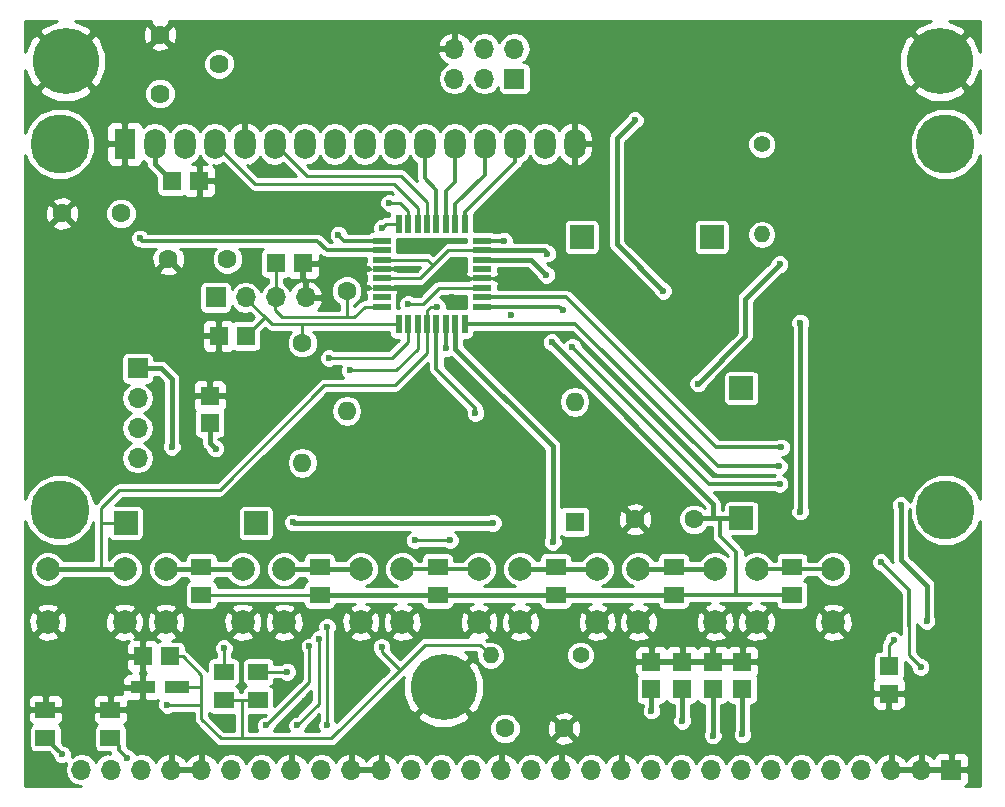
<source format=gbl>
G04 #@! TF.FileFunction,Copper,L2,Bot,Signal*
%FSLAX46Y46*%
G04 Gerber Fmt 4.6, Leading zero omitted, Abs format (unit mm)*
G04 Created by KiCad (PCBNEW 4.0.7) date 11/12/18 06:30:43*
%MOMM*%
%LPD*%
G01*
G04 APERTURE LIST*
%ADD10C,0.100000*%
%ADD11R,1.800000X2.600000*%
%ADD12O,1.800000X2.600000*%
%ADD13C,5.000000*%
%ADD14C,1.600000*%
%ADD15O,1.600000X1.600000*%
%ADD16R,1.700000X1.700000*%
%ADD17O,1.700000X1.700000*%
%ADD18R,1.998980X1.998980*%
%ADD19C,1.620000*%
%ADD20C,2.000000*%
%ADD21R,1.600000X0.550000*%
%ADD22R,0.550000X1.600000*%
%ADD23R,2.150000X1.100000*%
%ADD24R,1.600000X1.600000*%
%ADD25R,1.700000X1.400000*%
%ADD26C,1.400000*%
%ADD27O,1.400000X1.400000*%
%ADD28C,5.600000*%
%ADD29C,0.600000*%
%ADD30C,0.300000*%
%ADD31C,0.400000*%
%ADD32C,0.250000*%
%ADD33C,0.350000*%
%ADD34C,0.254000*%
G04 APERTURE END LIST*
D10*
D11*
X110000000Y-50000000D03*
D12*
X112540000Y-50000000D03*
X115080000Y-50000000D03*
X117620000Y-50000000D03*
X120160000Y-50000000D03*
X122700000Y-50000000D03*
X125240000Y-50000000D03*
X127780000Y-50000000D03*
X130320000Y-50000000D03*
X132860000Y-50000000D03*
X135400000Y-50000000D03*
X137940000Y-50000000D03*
X140480000Y-50000000D03*
X143020000Y-50000000D03*
X145560000Y-50000000D03*
X148100000Y-50000000D03*
D13*
X104500900Y-50000000D03*
X104500900Y-81000700D03*
X179499480Y-81000700D03*
X179500000Y-50000000D03*
D14*
X125050000Y-66850000D03*
D15*
X125050000Y-77010000D03*
D16*
X143000000Y-44500000D03*
D17*
X143000000Y-41960000D03*
X140460000Y-44500000D03*
X140460000Y-41960000D03*
X137920000Y-44500000D03*
X137920000Y-41960000D03*
D18*
X159701640Y-57900000D03*
X148698360Y-57900000D03*
D19*
X113000000Y-40750000D03*
X118000000Y-43250000D03*
X113000000Y-45750000D03*
D20*
X170000000Y-86000000D03*
X170000000Y-90500000D03*
X163500000Y-86000000D03*
X163500000Y-90500000D03*
X160000000Y-86000000D03*
X160000000Y-90500000D03*
X153500000Y-86000000D03*
X153500000Y-90500000D03*
X150000000Y-86000000D03*
X150000000Y-90500000D03*
X143500000Y-86000000D03*
X143500000Y-90500000D03*
X140000000Y-86000000D03*
X140000000Y-90500000D03*
X133500000Y-86000000D03*
X133500000Y-90500000D03*
X130000000Y-86000000D03*
X130000000Y-90500000D03*
X123500000Y-86000000D03*
X123500000Y-90500000D03*
X120000000Y-86000000D03*
X120000000Y-90500000D03*
X113500000Y-86000000D03*
X113500000Y-90500000D03*
D21*
X131750000Y-63800000D03*
X131750000Y-63000000D03*
X131750000Y-62200000D03*
X131750000Y-61400000D03*
X131750000Y-60600000D03*
X131750000Y-59800000D03*
X131750000Y-59000000D03*
X131750000Y-58200000D03*
D22*
X133200000Y-56750000D03*
X134000000Y-56750000D03*
X134800000Y-56750000D03*
X135600000Y-56750000D03*
X136400000Y-56750000D03*
X137200000Y-56750000D03*
X138000000Y-56750000D03*
X138800000Y-56750000D03*
D21*
X140250000Y-58200000D03*
X140250000Y-59000000D03*
X140250000Y-59800000D03*
X140250000Y-60600000D03*
X140250000Y-61400000D03*
X140250000Y-62200000D03*
X140250000Y-63000000D03*
X140250000Y-63800000D03*
D22*
X138800000Y-65250000D03*
X138000000Y-65250000D03*
X137200000Y-65250000D03*
X136400000Y-65250000D03*
X135600000Y-65250000D03*
X134800000Y-65250000D03*
X134000000Y-65250000D03*
X133200000Y-65250000D03*
D18*
X162200000Y-70698360D03*
X162200000Y-81701640D03*
X121101640Y-82100000D03*
X110098360Y-82100000D03*
D20*
X110000000Y-86000000D03*
X110000000Y-90500000D03*
X103500000Y-86000000D03*
X103500000Y-90500000D03*
D23*
X114475000Y-96000000D03*
X111525000Y-96000000D03*
D24*
X111550000Y-93400000D03*
X113850000Y-93400000D03*
D14*
X158200000Y-81800000D03*
X153200000Y-81800000D03*
X109700000Y-55900000D03*
X104700000Y-55900000D03*
X118700000Y-59750000D03*
X113700000Y-59750000D03*
D25*
X156500000Y-85800000D03*
X156500000Y-88200000D03*
X146500000Y-85800000D03*
X146500000Y-88200000D03*
X136500000Y-85800000D03*
X136500000Y-88200000D03*
X126500000Y-85800000D03*
X126500000Y-88200000D03*
X116500000Y-85800000D03*
X116500000Y-88200000D03*
X166500000Y-85800000D03*
X166500000Y-88200000D03*
D24*
X162300000Y-93850000D03*
X162300000Y-96150000D03*
X159800000Y-93850000D03*
X159800000Y-96150000D03*
X157200000Y-93850000D03*
X157200000Y-96150000D03*
X154600000Y-93850000D03*
X154600000Y-96150000D03*
D26*
X148600000Y-93300000D03*
D27*
X140980000Y-93300000D03*
D16*
X111100000Y-69000000D03*
D17*
X111100000Y-71540000D03*
X111100000Y-74080000D03*
X111100000Y-76620000D03*
D24*
X117200000Y-71350000D03*
X117200000Y-73650000D03*
X117950000Y-66250000D03*
X120250000Y-66250000D03*
D16*
X117700000Y-63000000D03*
D17*
X120240000Y-63000000D03*
X122780000Y-63000000D03*
X125320000Y-63000000D03*
D14*
X128800000Y-62450000D03*
D15*
X128800000Y-72610000D03*
D14*
X142200000Y-99500000D03*
X147200000Y-99500000D03*
D24*
X148100000Y-82000000D03*
D15*
X148100000Y-71840000D03*
D24*
X125100000Y-60100000D03*
X122800000Y-60100000D03*
D28*
X105000000Y-43000000D03*
X179000000Y-43000000D03*
X137000000Y-96000000D03*
D25*
X118400000Y-97100000D03*
X118400000Y-94700000D03*
X121300000Y-97100000D03*
X121300000Y-94700000D03*
X108800000Y-100300000D03*
X108800000Y-97900000D03*
X103300000Y-100300000D03*
X103300000Y-97900000D03*
D24*
X174700000Y-94250000D03*
X174700000Y-96550000D03*
D26*
X163950000Y-50050000D03*
D27*
X163950000Y-57670000D03*
D24*
X116300000Y-53150000D03*
X114000000Y-53150000D03*
D16*
X180000000Y-103000000D03*
D17*
X177460000Y-103000000D03*
X174920000Y-103000000D03*
X172380000Y-103000000D03*
X169840000Y-103000000D03*
X167300000Y-103000000D03*
X164760000Y-103000000D03*
X162220000Y-103000000D03*
X159680000Y-103000000D03*
X157140000Y-103000000D03*
X154600000Y-103000000D03*
X152060000Y-103000000D03*
X149520000Y-103000000D03*
X146980000Y-103000000D03*
X144440000Y-103000000D03*
X141900000Y-103000000D03*
X139360000Y-103000000D03*
X136820000Y-103000000D03*
X134280000Y-103000000D03*
X131740000Y-103000000D03*
X129200000Y-103000000D03*
X126660000Y-103000000D03*
X124120000Y-103000000D03*
X121580000Y-103000000D03*
X119040000Y-103000000D03*
X116500000Y-103000000D03*
X113960000Y-103000000D03*
X111420000Y-103000000D03*
X108880000Y-103000000D03*
X106340000Y-103000000D03*
D29*
X147000000Y-96100000D03*
X106900000Y-92600000D03*
X175750000Y-100100000D03*
X136100000Y-100400000D03*
X110650000Y-61650000D03*
X109400000Y-58350000D03*
X104200000Y-62050000D03*
X168950000Y-69650000D03*
X165150000Y-69650000D03*
X178800000Y-75900000D03*
X178800000Y-71400000D03*
X169000000Y-74050000D03*
X168850000Y-82650000D03*
X156850000Y-90950000D03*
X167650000Y-91300000D03*
X163550000Y-99750000D03*
X160950000Y-101800000D03*
X152050000Y-97300000D03*
X155900000Y-101150000D03*
X158400000Y-101150000D03*
X166100000Y-100300000D03*
X171100000Y-66650000D03*
X172100000Y-74150000D03*
X175400000Y-68050000D03*
X114800000Y-65450000D03*
X110650000Y-65450000D03*
X129900000Y-93450000D03*
X131350000Y-98550000D03*
X109900000Y-41100000D03*
X118750000Y-41300000D03*
X121800000Y-42200000D03*
X126300000Y-42200000D03*
X130800000Y-42200000D03*
X121750000Y-45800000D03*
X135050000Y-42200000D03*
X135050000Y-45750000D03*
X130750000Y-45750000D03*
X126200000Y-45800000D03*
X116900000Y-60000000D03*
X129550000Y-66750000D03*
X134850000Y-73400000D03*
X137200000Y-76500000D03*
X132850000Y-66750000D03*
X134850000Y-70350000D03*
X127050000Y-66750000D03*
X122300000Y-66700000D03*
X121300000Y-74500000D03*
X117950000Y-68650000D03*
X122900000Y-68650000D03*
X121300000Y-70800000D03*
X125550000Y-74000000D03*
X133350000Y-76500000D03*
X129850000Y-76500000D03*
X122400000Y-76650000D03*
X168950000Y-56600000D03*
X175400000Y-56400000D03*
X175400000Y-60050000D03*
X165950000Y-61950000D03*
X170600000Y-62600000D03*
X158150000Y-63400000D03*
X154400000Y-63400000D03*
X163850000Y-64050000D03*
X154950000Y-59800000D03*
X148650000Y-60050000D03*
X161450000Y-56200000D03*
X161450000Y-59850000D03*
X172750000Y-56600000D03*
X168400000Y-44000000D03*
X166100000Y-44850000D03*
X167350000Y-41500000D03*
X173450000Y-42300000D03*
X176450000Y-53450000D03*
X172750000Y-53450000D03*
X168950000Y-53450000D03*
X168950000Y-49200000D03*
X172800000Y-49200000D03*
X161750000Y-43450000D03*
X155500000Y-47050000D03*
X157300000Y-43500000D03*
X157550000Y-52650000D03*
X160300000Y-50650000D03*
X164000000Y-54600000D03*
X154650000Y-55700000D03*
X131600000Y-51650000D03*
X129100000Y-51750000D03*
X134100000Y-51700000D03*
X136050000Y-47000000D03*
X148950000Y-47050000D03*
X144400000Y-47050000D03*
X141800000Y-46550000D03*
X148800000Y-52850000D03*
X140650000Y-56350000D03*
X145150000Y-55200000D03*
X110600000Y-53300000D03*
X119250000Y-53900000D03*
X118650000Y-56950000D03*
X120700000Y-60150000D03*
X129450000Y-57100000D03*
X128700000Y-60450000D03*
X129450000Y-54450000D03*
X122200000Y-52300000D03*
X159000000Y-72550000D03*
X150000000Y-74950000D03*
X156200000Y-79500000D03*
X153300000Y-78250000D03*
X128550000Y-80150000D03*
X142500000Y-76500000D03*
X133350000Y-80150000D03*
X136700000Y-80150000D03*
X108600000Y-94900000D03*
X102700000Y-94850000D03*
X105700000Y-94850000D03*
X112950000Y-98850000D03*
X115800000Y-100050000D03*
X118750000Y-99250000D03*
X120700000Y-99250000D03*
X118050000Y-101450000D03*
X125250000Y-97200000D03*
X124000000Y-95950000D03*
X123300000Y-99250000D03*
X125750000Y-99450000D03*
X142750000Y-64500000D03*
X142750000Y-61400000D03*
X142750000Y-68450000D03*
X142750000Y-66400000D03*
X134700000Y-62400000D03*
X137700000Y-60600000D03*
X137700000Y-63000000D03*
X134200000Y-58800000D03*
X134200000Y-60600000D03*
X136350000Y-58550000D03*
X177200000Y-95600000D03*
X177200000Y-97900000D03*
X117700000Y-75800000D03*
X124250000Y-82050000D03*
X141200000Y-82100000D03*
X175700000Y-80600000D03*
X177900000Y-90400000D03*
X145800000Y-59300000D03*
X175100000Y-92000000D03*
X142100000Y-58200000D03*
X136450000Y-63800000D03*
X139700000Y-72800000D03*
X137200000Y-67300000D03*
X131750000Y-92600000D03*
X113600000Y-97500000D03*
X118400000Y-92700000D03*
X134550000Y-83550000D03*
X137550000Y-83550000D03*
X123750000Y-94700000D03*
X111300000Y-58000000D03*
X128100000Y-57700000D03*
X146150000Y-66800000D03*
X145700000Y-61100000D03*
X165600000Y-75700000D03*
X174025000Y-85425000D03*
X165450000Y-78800000D03*
X177400000Y-94300000D03*
X147900000Y-67200000D03*
X147100000Y-64100000D03*
X165400000Y-77300000D03*
X129050000Y-69150000D03*
X127300000Y-68150000D03*
X114000000Y-75650000D03*
X104700000Y-101700000D03*
X110200000Y-102000000D03*
X162300000Y-100000000D03*
X159800000Y-100100000D03*
X157200000Y-98850000D03*
X154600000Y-98000000D03*
X167200000Y-65150000D03*
X167200000Y-81150000D03*
X146250000Y-83700000D03*
X153200000Y-48000000D03*
X155600000Y-62450000D03*
X158550000Y-70300000D03*
X165450000Y-60200000D03*
X127150000Y-99250000D03*
X127150000Y-90900000D03*
X134000000Y-63550000D03*
X131800000Y-57100000D03*
X124600000Y-99250000D03*
X126450000Y-91950000D03*
X125650000Y-92550000D03*
X121950000Y-99250000D03*
X132400000Y-55000000D03*
D30*
X145600000Y-97900000D02*
X145600000Y-97500000D01*
X145600000Y-97500000D02*
X147000000Y-96100000D01*
X147200000Y-99500000D02*
X145600000Y-97900000D01*
X105700000Y-94850000D02*
X105700000Y-93800000D01*
X105700000Y-93800000D02*
X106900000Y-92600000D01*
D31*
X131740000Y-103000000D02*
X131740000Y-100660000D01*
X132000000Y-100400000D02*
X136100000Y-100400000D01*
X131740000Y-100660000D02*
X132000000Y-100400000D01*
X109400000Y-58350000D02*
X107900000Y-58350000D01*
X107900000Y-58350000D02*
X104200000Y-62050000D01*
X171050000Y-71750000D02*
X168950000Y-69650000D01*
X171050000Y-71750000D02*
X172100000Y-71750000D01*
X178800000Y-71400000D02*
X178800000Y-75900000D01*
X172100000Y-76900000D02*
X171800000Y-76900000D01*
X171800000Y-76900000D02*
X169000000Y-74050000D01*
X172100000Y-74150000D02*
X172100000Y-76900000D01*
X172100000Y-76900000D02*
X172100000Y-79400000D01*
X172100000Y-79400000D02*
X168850000Y-82650000D01*
X153500000Y-90500000D02*
X154750000Y-91750000D01*
X156050000Y-91750000D02*
X156850000Y-90950000D01*
X154750000Y-91750000D02*
X156050000Y-91750000D01*
X163200000Y-101050000D02*
X163200000Y-100550000D01*
X163200000Y-100550000D02*
X163550000Y-99750000D01*
X160950000Y-101800000D02*
X160950000Y-101750000D01*
X160300000Y-101150000D02*
X160950000Y-101800000D01*
X158400000Y-101150000D02*
X155900000Y-101150000D01*
X152050000Y-97300000D02*
X152050000Y-99750000D01*
X152050000Y-99750000D02*
X153450000Y-101150000D01*
X153450000Y-101150000D02*
X155900000Y-101150000D01*
X158400000Y-101150000D02*
X160300000Y-101150000D01*
X165350000Y-101050000D02*
X166100000Y-100300000D01*
X161650000Y-101050000D02*
X163200000Y-101050000D01*
X163200000Y-101050000D02*
X165350000Y-101050000D01*
X160950000Y-101750000D02*
X161650000Y-101050000D01*
X169300000Y-62600000D02*
X169300000Y-64850000D01*
X169300000Y-64850000D02*
X171100000Y-66650000D01*
X172100000Y-71350000D02*
X172100000Y-71750000D01*
X172100000Y-71750000D02*
X172100000Y-74150000D01*
X175400000Y-68050000D02*
X172100000Y-71350000D01*
X110650000Y-61650000D02*
X110650000Y-65450000D01*
X129200000Y-103000000D02*
X129200000Y-100700000D01*
X129200000Y-100700000D02*
X131350000Y-98550000D01*
X109900000Y-41100000D02*
X109900000Y-41050000D01*
X113000000Y-40750000D02*
X114300000Y-42050000D01*
X115200000Y-41300000D02*
X118750000Y-41300000D01*
X114450000Y-42050000D02*
X115200000Y-41300000D01*
X114300000Y-42050000D02*
X114450000Y-42050000D01*
X135050000Y-42200000D02*
X130800000Y-42200000D01*
X126300000Y-42200000D02*
X121800000Y-42200000D01*
X121750000Y-45800000D02*
X126200000Y-45800000D01*
X120160000Y-47390000D02*
X121750000Y-45800000D01*
X120160000Y-50000000D02*
X120160000Y-47390000D01*
X135290000Y-41960000D02*
X137920000Y-41960000D01*
X135050000Y-42200000D02*
X135290000Y-41960000D01*
X130750000Y-45750000D02*
X135050000Y-45750000D01*
X115250000Y-61650000D02*
X110650000Y-61650000D01*
X116900000Y-60000000D02*
X115250000Y-61650000D01*
X127050000Y-66750000D02*
X129550000Y-66750000D01*
X134850000Y-73400000D02*
X134850000Y-70350000D01*
X129550000Y-66750000D02*
X132850000Y-66750000D01*
X121300000Y-74500000D02*
X121300000Y-70800000D01*
X122900000Y-68650000D02*
X117950000Y-68650000D01*
X128050000Y-76500000D02*
X125550000Y-74000000D01*
D32*
X129850000Y-76500000D02*
X133350000Y-76500000D01*
X133350000Y-80150000D02*
X133350000Y-76500000D01*
D31*
X129850000Y-76500000D02*
X128050000Y-76500000D01*
X175400000Y-60050000D02*
X175400000Y-56400000D01*
X165950000Y-61950000D02*
X168100000Y-61950000D01*
X163850000Y-64050000D02*
X165950000Y-61950000D01*
X168750000Y-62600000D02*
X169300000Y-62600000D01*
X169300000Y-62600000D02*
X170600000Y-62600000D01*
X168100000Y-61950000D02*
X168750000Y-62600000D01*
X158150000Y-63400000D02*
X154400000Y-63400000D01*
X163800000Y-64000000D02*
X163800000Y-63950000D01*
X163850000Y-64050000D02*
X163800000Y-64000000D01*
X156850000Y-57900000D02*
X154950000Y-59800000D01*
X156850000Y-55700000D02*
X156850000Y-57900000D01*
X161450000Y-56200000D02*
X161450000Y-59850000D01*
X172850000Y-56500000D02*
X172850000Y-56450000D01*
X172750000Y-56600000D02*
X172850000Y-56500000D01*
X168400000Y-44000000D02*
X171750000Y-44000000D01*
X166100000Y-44850000D02*
X166100000Y-42750000D01*
X161750000Y-44950000D02*
X161850000Y-44850000D01*
X161850000Y-44850000D02*
X166100000Y-44850000D01*
X161750000Y-43450000D02*
X161750000Y-44950000D01*
X166100000Y-42750000D02*
X167350000Y-41500000D01*
X171750000Y-44000000D02*
X173450000Y-42300000D01*
X176450000Y-53450000D02*
X176500000Y-53450000D01*
X168950000Y-53450000D02*
X172750000Y-53450000D01*
X172800000Y-49200000D02*
X168950000Y-49200000D01*
X161750000Y-43450000D02*
X161750000Y-43400000D01*
X155500000Y-47050000D02*
X155500000Y-45300000D01*
X155500000Y-45300000D02*
X157300000Y-43500000D01*
X160300000Y-52650000D02*
X157550000Y-52650000D01*
X160300000Y-55700000D02*
X160300000Y-52650000D01*
X160300000Y-52650000D02*
X160300000Y-50650000D01*
X161450000Y-56200000D02*
X162400000Y-56200000D01*
X160950000Y-55700000D02*
X161450000Y-56200000D01*
X154650000Y-55700000D02*
X156850000Y-55700000D01*
X156850000Y-55700000D02*
X160300000Y-55700000D01*
X160300000Y-55700000D02*
X160950000Y-55700000D01*
X162400000Y-56200000D02*
X164000000Y-54600000D01*
X154750000Y-55600000D02*
X154750000Y-55550000D01*
X154650000Y-55700000D02*
X154750000Y-55600000D01*
X141800000Y-46550000D02*
X136500000Y-46550000D01*
X136500000Y-46550000D02*
X136050000Y-47000000D01*
X144400000Y-47050000D02*
X142300000Y-47050000D01*
X148950000Y-47050000D02*
X144400000Y-47050000D01*
X142300000Y-47050000D02*
X141800000Y-46550000D01*
X144000000Y-56350000D02*
X140650000Y-56350000D01*
X145150000Y-55200000D02*
X144000000Y-56350000D01*
X110000000Y-50000000D02*
X110000000Y-52700000D01*
X110000000Y-52700000D02*
X110600000Y-53300000D01*
X119250000Y-53900000D02*
X119250000Y-56350000D01*
X119250000Y-56350000D02*
X118650000Y-56950000D01*
X129450000Y-57100000D02*
X129450000Y-54450000D01*
X125100000Y-60100000D02*
X128350000Y-60100000D01*
X128350000Y-60100000D02*
X128700000Y-60450000D01*
D32*
X159000000Y-72550000D02*
X159050000Y-72550000D01*
X153300000Y-78250000D02*
X150000000Y-74950000D01*
X153200000Y-81800000D02*
X151900000Y-80500000D01*
X151900000Y-79650000D02*
X153300000Y-78250000D01*
X151900000Y-80500000D02*
X151900000Y-79650000D01*
X133350000Y-80150000D02*
X128550000Y-80150000D01*
X137200000Y-76500000D02*
X137200000Y-79650000D01*
X137200000Y-76500000D02*
X142500000Y-76500000D01*
X137200000Y-79650000D02*
X136700000Y-80150000D01*
X102700000Y-94850000D02*
X102700000Y-94800000D01*
X108550000Y-94850000D02*
X105700000Y-94850000D01*
X108600000Y-94900000D02*
X108550000Y-94850000D01*
X116500000Y-103000000D02*
X116500000Y-100750000D01*
X112950000Y-98850000D02*
X112900000Y-98800000D01*
X116500000Y-100750000D02*
X115800000Y-100050000D01*
X125250000Y-97200000D02*
X125250000Y-97300000D01*
X123450000Y-90500000D02*
X122300000Y-91650000D01*
X122300000Y-91650000D02*
X122300000Y-92400000D01*
X122300000Y-92400000D02*
X122500000Y-92600000D01*
X122500000Y-92600000D02*
X124150000Y-92600000D01*
X124150000Y-92600000D02*
X124750000Y-93200000D01*
X124750000Y-93200000D02*
X124750000Y-95200000D01*
X124750000Y-95200000D02*
X124000000Y-95950000D01*
X125250000Y-97300000D02*
X123300000Y-99250000D01*
X123500000Y-90500000D02*
X123450000Y-90500000D01*
X140250000Y-61400000D02*
X142750000Y-61400000D01*
X142750000Y-66400000D02*
X142750000Y-68450000D01*
D31*
X134500000Y-62200000D02*
X134700000Y-62400000D01*
X134500000Y-62200000D02*
X131750000Y-62200000D01*
X134200000Y-58800000D02*
X136100000Y-58800000D01*
D33*
X131750000Y-60600000D02*
X134200000Y-60600000D01*
D31*
X136100000Y-58800000D02*
X136350000Y-58550000D01*
D32*
X177200000Y-97900000D02*
X177200000Y-95600000D01*
D31*
X117200000Y-75300000D02*
X117200000Y-73650000D01*
X117700000Y-75800000D02*
X117200000Y-75300000D01*
X124300000Y-82100000D02*
X141200000Y-82100000D01*
X124250000Y-82050000D02*
X124300000Y-82100000D01*
X112540000Y-50000000D02*
X112540000Y-51690000D01*
X112540000Y-51690000D02*
X114000000Y-53150000D01*
X175700000Y-85200000D02*
X177900000Y-87400000D01*
X175700000Y-80600000D02*
X175700000Y-83900000D01*
X175700000Y-83900000D02*
X175700000Y-85200000D01*
X177900000Y-88100000D02*
X177900000Y-90400000D01*
X177900000Y-87400000D02*
X177900000Y-88100000D01*
X140250000Y-59000000D02*
X145500000Y-59000000D01*
X145500000Y-59000000D02*
X145800000Y-59300000D01*
D32*
X174700000Y-94250000D02*
X174700000Y-92400000D01*
X174700000Y-92400000D02*
X175100000Y-92000000D01*
X131750000Y-59800000D02*
X135600000Y-59800000D01*
X135600000Y-59800000D02*
X136100000Y-60300000D01*
X131750000Y-61400000D02*
X135000000Y-61400000D01*
X135000000Y-61400000D02*
X136100000Y-60300000D01*
X137400000Y-59000000D02*
X140250000Y-59000000D01*
X136100000Y-60300000D02*
X137400000Y-59000000D01*
X134800000Y-56750000D02*
X134800000Y-55400000D01*
X121020000Y-53400000D02*
X117620000Y-50000000D01*
X132800000Y-53400000D02*
X121020000Y-53400000D01*
X134800000Y-55400000D02*
X132800000Y-53400000D01*
X135600000Y-56750000D02*
X135600000Y-54900000D01*
X125400000Y-52700000D02*
X122700000Y-50000000D01*
X133400000Y-52700000D02*
X125400000Y-52700000D01*
X135600000Y-54900000D02*
X133400000Y-52700000D01*
D33*
X135400000Y-50000000D02*
X135400000Y-52900000D01*
X136400000Y-53900000D02*
X136400000Y-56750000D01*
X135400000Y-52900000D02*
X136400000Y-53900000D01*
X137200000Y-56750000D02*
X137200000Y-54000000D01*
X137940000Y-53260000D02*
X137940000Y-50000000D01*
X137200000Y-54000000D02*
X137940000Y-53260000D01*
X138000000Y-56750000D02*
X138000000Y-55100000D01*
X140480000Y-52620000D02*
X140480000Y-50000000D01*
X138000000Y-55100000D02*
X140480000Y-52620000D01*
X138800000Y-56750000D02*
X138800000Y-55800000D01*
X143020000Y-51580000D02*
X143020000Y-50000000D01*
X138800000Y-55800000D02*
X143020000Y-51580000D01*
D32*
X143020000Y-51080000D02*
X143020000Y-50000000D01*
D33*
X142100000Y-58200000D02*
X140250000Y-58200000D01*
D32*
X136200000Y-63800000D02*
X136450000Y-63800000D01*
X135600000Y-65250000D02*
X135600000Y-64100000D01*
X135900000Y-63800000D02*
X136200000Y-63800000D01*
X135600000Y-64100000D02*
X135900000Y-63800000D01*
X135600000Y-65250000D02*
X135600000Y-67700000D01*
X135600000Y-67700000D02*
X132850000Y-70450000D01*
X132850000Y-70450000D02*
X126900000Y-70450000D01*
X126900000Y-70450000D02*
X118050000Y-79300000D01*
X118050000Y-79300000D02*
X109550000Y-79300000D01*
X109550000Y-79300000D02*
X108000000Y-80850000D01*
X108000000Y-80850000D02*
X108000000Y-82100000D01*
X110598740Y-82100000D02*
X108000000Y-82100000D01*
D31*
X108100000Y-86000000D02*
X103500000Y-86000000D01*
X110000000Y-86000000D02*
X108100000Y-86000000D01*
X108100000Y-86000000D02*
X108000000Y-86000000D01*
D32*
X108000000Y-86000000D02*
X108000000Y-82100000D01*
D33*
X136400000Y-65250000D02*
X136400000Y-69100000D01*
X139700000Y-72400000D02*
X139700000Y-72800000D01*
X136400000Y-69100000D02*
X137850000Y-70550000D01*
X137850000Y-70550000D02*
X139700000Y-72400000D01*
X137200000Y-67300000D02*
X137200000Y-65250000D01*
D32*
X131750000Y-92600000D02*
X131750000Y-93000000D01*
X131750000Y-93000000D02*
X133300000Y-94550000D01*
X123750000Y-100350000D02*
X127500000Y-100350000D01*
X127500000Y-100350000D02*
X133300000Y-94550000D01*
X133300000Y-94550000D02*
X135450000Y-92400000D01*
X137550000Y-92400000D02*
X140080000Y-92400000D01*
X140080000Y-92400000D02*
X140980000Y-93300000D01*
X135600000Y-92400000D02*
X135450000Y-92400000D01*
X135600000Y-92400000D02*
X137550000Y-92400000D01*
X119900000Y-97350000D02*
X119900000Y-100350000D01*
X123750000Y-100350000D02*
X119900000Y-100350000D01*
X118150000Y-100350000D02*
X116500000Y-98700000D01*
X119900000Y-100350000D02*
X118150000Y-100350000D01*
X119900000Y-97100000D02*
X119900000Y-97350000D01*
X116500000Y-97500000D02*
X116500000Y-98700000D01*
X113600000Y-97500000D02*
X116500000Y-97500000D01*
X114475000Y-96000000D02*
X116500000Y-96000000D01*
X113850000Y-93400000D02*
X114900000Y-93400000D01*
X114900000Y-93400000D02*
X116500000Y-95000000D01*
X116500000Y-95000000D02*
X116500000Y-96000000D01*
X116500000Y-96000000D02*
X116500000Y-97500000D01*
X118400000Y-97100000D02*
X119900000Y-97100000D01*
X119900000Y-97100000D02*
X121300000Y-97100000D01*
X118400000Y-94700000D02*
X118400000Y-92700000D01*
X137550000Y-83550000D02*
X134550000Y-83550000D01*
X118400000Y-94700000D02*
X118100000Y-94700000D01*
X121300000Y-94700000D02*
X123750000Y-94700000D01*
D33*
X170000000Y-86000000D02*
X166700000Y-86000000D01*
X166700000Y-86000000D02*
X166500000Y-85800000D01*
X163500000Y-86000000D02*
X166300000Y-86000000D01*
X166300000Y-86000000D02*
X166500000Y-85800000D01*
D31*
X160000000Y-86000000D02*
X156700000Y-86000000D01*
X156700000Y-86000000D02*
X156500000Y-85800000D01*
X153500000Y-86000000D02*
X156300000Y-86000000D01*
X156300000Y-86000000D02*
X156500000Y-85800000D01*
X143500000Y-86000000D02*
X146300000Y-86000000D01*
X146300000Y-86000000D02*
X146500000Y-85800000D01*
X150000000Y-86000000D02*
X146700000Y-86000000D01*
X146700000Y-86000000D02*
X146500000Y-85800000D01*
D33*
X140000000Y-86000000D02*
X136700000Y-86000000D01*
X136700000Y-86000000D02*
X136500000Y-85800000D01*
X133500000Y-86000000D02*
X136300000Y-86000000D01*
X136300000Y-86000000D02*
X136500000Y-85800000D01*
D31*
X123500000Y-86000000D02*
X126300000Y-86000000D01*
X126300000Y-86000000D02*
X126500000Y-85800000D01*
X130000000Y-86000000D02*
X126700000Y-86000000D01*
X126700000Y-86000000D02*
X126500000Y-85800000D01*
X113500000Y-86000000D02*
X116300000Y-86000000D01*
X116300000Y-86000000D02*
X116500000Y-85800000D01*
X120000000Y-86000000D02*
X116700000Y-86000000D01*
X116700000Y-86000000D02*
X116500000Y-85800000D01*
D30*
X121200000Y-58200000D02*
X113300000Y-58200000D01*
D32*
X113300000Y-58200000D02*
X112600000Y-58200000D01*
D30*
X111500000Y-58200000D02*
X113300000Y-58200000D01*
X111300000Y-58000000D02*
X111500000Y-58200000D01*
X131750000Y-59000000D02*
X127100000Y-59000000D01*
X126300000Y-58200000D02*
X121200000Y-58200000D01*
X127100000Y-59000000D02*
X126300000Y-58200000D01*
X128100000Y-57700000D02*
X128600000Y-58200000D01*
X128600000Y-58200000D02*
X131750000Y-58200000D01*
D31*
X159850000Y-80500000D02*
X159850000Y-81700000D01*
X146150000Y-66800000D02*
X159850000Y-80500000D01*
X160450000Y-81700000D02*
X159850000Y-81700000D01*
X159850000Y-81700000D02*
X158300000Y-81700000D01*
X158300000Y-81700000D02*
X158200000Y-81800000D01*
X160400000Y-81700000D02*
X160450000Y-81700000D01*
X160450000Y-81700000D02*
X161701260Y-81700000D01*
X161701260Y-81700000D02*
X162200000Y-81201260D01*
X140250000Y-59800000D02*
X144400000Y-59800000D01*
X144400000Y-59800000D02*
X145700000Y-61100000D01*
D33*
X160400000Y-81700000D02*
X160400000Y-82000000D01*
D31*
X136500000Y-88200000D02*
X146500000Y-88200000D01*
D33*
X161800000Y-84600000D02*
X160400000Y-83200000D01*
X160400000Y-83200000D02*
X160400000Y-82000000D01*
X161800000Y-84600000D02*
X161800000Y-88200000D01*
D32*
X126500000Y-88200000D02*
X116500000Y-88200000D01*
D31*
X136500000Y-88200000D02*
X126500000Y-88200000D01*
D33*
X156500000Y-88200000D02*
X161800000Y-88200000D01*
X161800000Y-88200000D02*
X166500000Y-88200000D01*
D31*
X156500000Y-88200000D02*
X146500000Y-88200000D01*
D33*
X146800000Y-63000000D02*
X147400000Y-63000000D01*
X160100000Y-75700000D02*
X165600000Y-75700000D01*
X147400000Y-63000000D02*
X160100000Y-75700000D01*
X140250000Y-63000000D02*
X146800000Y-63000000D01*
X176400000Y-87800000D02*
X174025000Y-85425000D01*
X176400000Y-90800000D02*
X176400000Y-87800000D01*
D32*
X177400000Y-94300000D02*
X176400000Y-93300000D01*
X176400000Y-93300000D02*
X176400000Y-90800000D01*
D33*
X165450000Y-78800000D02*
X159500000Y-78800000D01*
X159500000Y-78800000D02*
X147900000Y-67200000D01*
X147100000Y-64100000D02*
X146800000Y-63800000D01*
X146800000Y-63800000D02*
X140250000Y-63800000D01*
X165400000Y-77300000D02*
X160200000Y-77300000D01*
X148150000Y-65250000D02*
X138800000Y-65250000D01*
X160200000Y-77300000D02*
X148150000Y-65250000D01*
D32*
X134800000Y-65250000D02*
X134800000Y-67350000D01*
X134800000Y-67350000D02*
X133000000Y-69150000D01*
X133000000Y-69150000D02*
X129050000Y-69150000D01*
X134000000Y-65250000D02*
X134000000Y-66750000D01*
X132600000Y-68150000D02*
X127300000Y-68150000D01*
X134000000Y-66750000D02*
X132600000Y-68150000D01*
D31*
X113050000Y-69000000D02*
X113100000Y-69000000D01*
X113100000Y-69000000D02*
X114000000Y-69900000D01*
X114000000Y-75650000D02*
X114000000Y-69900000D01*
X113050000Y-69000000D02*
X111100000Y-69000000D01*
D30*
X104700000Y-101700000D02*
X103300000Y-100300000D01*
D32*
X103300000Y-100300000D02*
X103600000Y-100300000D01*
D30*
X109500000Y-101300000D02*
X109500000Y-101000000D01*
X109500000Y-101000000D02*
X108800000Y-100300000D01*
X110200000Y-102000000D02*
X109500000Y-101300000D01*
D32*
X108800000Y-100400000D02*
X108800000Y-100300000D01*
D31*
X162300000Y-96150000D02*
X162300000Y-100000000D01*
X159800000Y-96150000D02*
X159800000Y-100100000D01*
X157200000Y-96150000D02*
X157200000Y-98850000D01*
X154600000Y-96150000D02*
X154600000Y-98000000D01*
X167200000Y-81150000D02*
X167200000Y-65150000D01*
D32*
X120250000Y-66250000D02*
X121850000Y-64650000D01*
X120220000Y-63000000D02*
X120220000Y-63020000D01*
X120220000Y-63020000D02*
X121850000Y-64650000D01*
X121850000Y-64650000D02*
X122450000Y-65250000D01*
X122450000Y-65250000D02*
X125050000Y-65250000D01*
X125050000Y-65250000D02*
X133200000Y-65250000D01*
X125050000Y-66850000D02*
X125050000Y-65250000D01*
X122800000Y-60100000D02*
X122800000Y-62980000D01*
X122800000Y-62980000D02*
X122780000Y-63000000D01*
X128800000Y-62450000D02*
X128800000Y-64700000D01*
X129450000Y-64700000D02*
X128800000Y-64700000D01*
X130350000Y-63800000D02*
X129450000Y-64700000D01*
X128800000Y-64700000D02*
X124650000Y-64700000D01*
X124650000Y-64700000D02*
X123350000Y-64700000D01*
X123350000Y-64700000D02*
X122760000Y-64110000D01*
X131750000Y-63800000D02*
X130350000Y-63800000D01*
X122760000Y-64110000D02*
X122760000Y-63000000D01*
D31*
X146250000Y-82200000D02*
X146250000Y-75600000D01*
X138000000Y-67350000D02*
X138000000Y-65250000D01*
X146250000Y-75600000D02*
X138000000Y-67350000D01*
X146250000Y-83700000D02*
X146250000Y-82200000D01*
X151650000Y-49550000D02*
X153200000Y-48000000D01*
X151650000Y-58500000D02*
X151650000Y-49550000D01*
X155600000Y-62450000D02*
X151650000Y-58500000D01*
X165450000Y-60200000D02*
X162550000Y-63100000D01*
X162550000Y-66300000D02*
X158550000Y-70300000D01*
X162550000Y-63100000D02*
X162550000Y-66300000D01*
D32*
X127150000Y-90900000D02*
X127150000Y-99250000D01*
X140250000Y-62200000D02*
X136600000Y-62200000D01*
X136600000Y-62200000D02*
X135250000Y-63550000D01*
X135250000Y-63550000D02*
X134000000Y-63550000D01*
X133200000Y-56750000D02*
X132200000Y-56750000D01*
X131800000Y-57100000D02*
X132150000Y-56750000D01*
X132150000Y-56750000D02*
X132200000Y-56750000D01*
X126450000Y-97400000D02*
X126450000Y-96550000D01*
X124600000Y-99250000D02*
X126450000Y-97400000D01*
X126450000Y-91950000D02*
X126450000Y-96550000D01*
X121950000Y-99250000D02*
X125650000Y-95550000D01*
X125650000Y-92550000D02*
X125650000Y-95550000D01*
X134000000Y-56750000D02*
X134000000Y-55650000D01*
X133350000Y-55000000D02*
X132400000Y-55000000D01*
X134000000Y-55650000D02*
X133350000Y-55000000D01*
D34*
G36*
X103062973Y-40082122D02*
X103045501Y-40093797D01*
X102727265Y-40547660D01*
X105000000Y-42820395D01*
X107272735Y-40547660D01*
X107260938Y-40530834D01*
X111543084Y-40530834D01*
X111570114Y-41105055D01*
X111737856Y-41510020D01*
X111985012Y-41585383D01*
X112820395Y-40750000D01*
X113179605Y-40750000D01*
X114014988Y-41585383D01*
X114262144Y-41510020D01*
X114456916Y-40969166D01*
X114429886Y-40394945D01*
X114262144Y-39989980D01*
X114014988Y-39914617D01*
X113179605Y-40750000D01*
X112820395Y-40750000D01*
X111985012Y-39914617D01*
X111737856Y-39989980D01*
X111543084Y-40530834D01*
X107260938Y-40530834D01*
X106954499Y-40093797D01*
X105777198Y-39602000D01*
X112205175Y-39602000D01*
X112164617Y-39735012D01*
X113000000Y-40570395D01*
X113835383Y-39735012D01*
X113794825Y-39602000D01*
X178232000Y-39602000D01*
X177062973Y-40082122D01*
X177045501Y-40093797D01*
X176727265Y-40547660D01*
X179000000Y-42820395D01*
X181272735Y-40547660D01*
X180954499Y-40093797D01*
X179777198Y-39602000D01*
X182398000Y-39602000D01*
X182398000Y-42232000D01*
X181917878Y-41062973D01*
X181906203Y-41045501D01*
X181452340Y-40727265D01*
X179179605Y-43000000D01*
X181452340Y-45272735D01*
X181906203Y-44954499D01*
X182398000Y-43777198D01*
X182398000Y-49087062D01*
X182067662Y-48287583D01*
X181216896Y-47435331D01*
X180104749Y-46973527D01*
X178900534Y-46972476D01*
X177787583Y-47432338D01*
X176935331Y-48283104D01*
X176473527Y-49395251D01*
X176472476Y-50599466D01*
X176932338Y-51712417D01*
X177783104Y-52564669D01*
X178895251Y-53026473D01*
X180099466Y-53027524D01*
X181212417Y-52567662D01*
X182064669Y-51716896D01*
X182398000Y-50914146D01*
X182398000Y-80089020D01*
X182067142Y-79288283D01*
X181216376Y-78436031D01*
X180104229Y-77974227D01*
X178900014Y-77973176D01*
X177787063Y-78433038D01*
X176934811Y-79283804D01*
X176491802Y-80350688D01*
X176401505Y-80132154D01*
X176169070Y-79899312D01*
X175865222Y-79773144D01*
X175536221Y-79772857D01*
X175232154Y-79898495D01*
X174999312Y-80130930D01*
X174873144Y-80434778D01*
X174872857Y-80763779D01*
X174973000Y-81006143D01*
X174973000Y-85199995D01*
X174972999Y-85200000D01*
X175003123Y-85351437D01*
X175017750Y-85424972D01*
X174850836Y-85258058D01*
X174726505Y-84957154D01*
X174494070Y-84724312D01*
X174190222Y-84598144D01*
X173861221Y-84597857D01*
X173557154Y-84723495D01*
X173324312Y-84955930D01*
X173198144Y-85259778D01*
X173197857Y-85588779D01*
X173323495Y-85892846D01*
X173555930Y-86125688D01*
X173858581Y-86251359D01*
X175698000Y-88090778D01*
X175698000Y-90800000D01*
X175748000Y-91051365D01*
X175748000Y-91478555D01*
X175569070Y-91299312D01*
X175265222Y-91173144D01*
X174936221Y-91172857D01*
X174632154Y-91298495D01*
X174399312Y-91530930D01*
X174273144Y-91834778D01*
X174273083Y-91904849D01*
X174238966Y-91938966D01*
X174097631Y-92150490D01*
X174097631Y-92150491D01*
X174047999Y-92400000D01*
X174048000Y-92400005D01*
X174048000Y-92912676D01*
X173900000Y-92912676D01*
X173704706Y-92949423D01*
X173525340Y-93064842D01*
X173405010Y-93240951D01*
X173362676Y-93450000D01*
X173362676Y-95050000D01*
X173399423Y-95245294D01*
X173441418Y-95310556D01*
X173361673Y-95390302D01*
X173265000Y-95623691D01*
X173265000Y-96264250D01*
X173423750Y-96423000D01*
X174573000Y-96423000D01*
X174573000Y-96403000D01*
X174827000Y-96403000D01*
X174827000Y-96423000D01*
X175976250Y-96423000D01*
X176135000Y-96264250D01*
X176135000Y-95623691D01*
X176038327Y-95390302D01*
X175959303Y-95311278D01*
X175994990Y-95259049D01*
X176037324Y-95050000D01*
X176037324Y-93859392D01*
X176572917Y-94394984D01*
X176572857Y-94463779D01*
X176698495Y-94767846D01*
X176930930Y-95000688D01*
X177234778Y-95126856D01*
X177563779Y-95127143D01*
X177867846Y-95001505D01*
X178100688Y-94769070D01*
X178226856Y-94465222D01*
X178227143Y-94136221D01*
X178101505Y-93832154D01*
X177869070Y-93599312D01*
X177565222Y-93473144D01*
X177495150Y-93473083D01*
X177052000Y-93029932D01*
X177052000Y-91051365D01*
X177102000Y-90800000D01*
X177102000Y-90634310D01*
X177198495Y-90867846D01*
X177430930Y-91100688D01*
X177734778Y-91226856D01*
X178063779Y-91227143D01*
X178367846Y-91101505D01*
X178600688Y-90869070D01*
X178726856Y-90565222D01*
X178727143Y-90236221D01*
X178627000Y-89993857D01*
X178627000Y-87400005D01*
X178627001Y-87400000D01*
X178571660Y-87121790D01*
X178571660Y-87121789D01*
X178414067Y-86885933D01*
X176427000Y-84898866D01*
X176427000Y-81005703D01*
X176472571Y-80895956D01*
X176471956Y-81600166D01*
X176931818Y-82713117D01*
X177782584Y-83565369D01*
X178894731Y-84027173D01*
X180098946Y-84028224D01*
X181211897Y-83568362D01*
X182064149Y-82717596D01*
X182398000Y-81913594D01*
X182398000Y-104398000D01*
X181186346Y-104398000D01*
X181209699Y-104388327D01*
X181388327Y-104209698D01*
X181485000Y-103976309D01*
X181485000Y-103285750D01*
X181326250Y-103127000D01*
X180127000Y-103127000D01*
X180127000Y-103147000D01*
X179873000Y-103147000D01*
X179873000Y-103127000D01*
X177587000Y-103127000D01*
X177587000Y-103147000D01*
X177333000Y-103147000D01*
X177333000Y-103127000D01*
X175047000Y-103127000D01*
X175047000Y-103147000D01*
X174793000Y-103147000D01*
X174793000Y-103127000D01*
X174773000Y-103127000D01*
X174773000Y-102873000D01*
X174793000Y-102873000D01*
X174793000Y-101679845D01*
X175047000Y-101679845D01*
X175047000Y-102873000D01*
X177333000Y-102873000D01*
X177333000Y-101679845D01*
X177587000Y-101679845D01*
X177587000Y-102873000D01*
X179873000Y-102873000D01*
X179873000Y-101673750D01*
X180127000Y-101673750D01*
X180127000Y-102873000D01*
X181326250Y-102873000D01*
X181485000Y-102714250D01*
X181485000Y-102023691D01*
X181388327Y-101790302D01*
X181209699Y-101611673D01*
X180976310Y-101515000D01*
X180285750Y-101515000D01*
X180127000Y-101673750D01*
X179873000Y-101673750D01*
X179714250Y-101515000D01*
X179023690Y-101515000D01*
X178790301Y-101611673D01*
X178611673Y-101790302D01*
X178524864Y-101999878D01*
X178226924Y-101728355D01*
X177816890Y-101558524D01*
X177587000Y-101679845D01*
X177333000Y-101679845D01*
X177103110Y-101558524D01*
X176693076Y-101728355D01*
X176264817Y-102118642D01*
X176190000Y-102277954D01*
X176115183Y-102118642D01*
X175686924Y-101728355D01*
X175276890Y-101558524D01*
X175047000Y-101679845D01*
X174793000Y-101679845D01*
X174563110Y-101558524D01*
X174153076Y-101728355D01*
X173724817Y-102118642D01*
X173604537Y-102374762D01*
X173353686Y-101999337D01*
X172906955Y-101700841D01*
X172380000Y-101596023D01*
X171853045Y-101700841D01*
X171406314Y-101999337D01*
X171110000Y-102442802D01*
X170813686Y-101999337D01*
X170366955Y-101700841D01*
X169840000Y-101596023D01*
X169313045Y-101700841D01*
X168866314Y-101999337D01*
X168570000Y-102442802D01*
X168273686Y-101999337D01*
X167826955Y-101700841D01*
X167300000Y-101596023D01*
X166773045Y-101700841D01*
X166326314Y-101999337D01*
X166030000Y-102442802D01*
X165733686Y-101999337D01*
X165286955Y-101700841D01*
X164760000Y-101596023D01*
X164233045Y-101700841D01*
X163786314Y-101999337D01*
X163490000Y-102442802D01*
X163193686Y-101999337D01*
X162746955Y-101700841D01*
X162220000Y-101596023D01*
X161693045Y-101700841D01*
X161246314Y-101999337D01*
X160950000Y-102442802D01*
X160653686Y-101999337D01*
X160206955Y-101700841D01*
X159680000Y-101596023D01*
X159153045Y-101700841D01*
X158706314Y-101999337D01*
X158410000Y-102442802D01*
X158113686Y-101999337D01*
X157666955Y-101700841D01*
X157140000Y-101596023D01*
X156613045Y-101700841D01*
X156166314Y-101999337D01*
X155870000Y-102442802D01*
X155573686Y-101999337D01*
X155126955Y-101700841D01*
X154600000Y-101596023D01*
X154073045Y-101700841D01*
X153626314Y-101999337D01*
X153375463Y-102374762D01*
X153255183Y-102118642D01*
X152826924Y-101728355D01*
X152416890Y-101558524D01*
X152187000Y-101679845D01*
X152187000Y-102873000D01*
X152207000Y-102873000D01*
X152207000Y-103127000D01*
X152187000Y-103127000D01*
X152187000Y-103147000D01*
X151933000Y-103147000D01*
X151933000Y-103127000D01*
X151913000Y-103127000D01*
X151913000Y-102873000D01*
X151933000Y-102873000D01*
X151933000Y-101679845D01*
X151703110Y-101558524D01*
X151293076Y-101728355D01*
X150864817Y-102118642D01*
X150744537Y-102374762D01*
X150493686Y-101999337D01*
X150046955Y-101700841D01*
X149520000Y-101596023D01*
X148993045Y-101700841D01*
X148546314Y-101999337D01*
X148295463Y-102374762D01*
X148175183Y-102118642D01*
X147746924Y-101728355D01*
X147336890Y-101558524D01*
X147107000Y-101679845D01*
X147107000Y-102873000D01*
X147127000Y-102873000D01*
X147127000Y-103127000D01*
X147107000Y-103127000D01*
X147107000Y-103147000D01*
X146853000Y-103147000D01*
X146853000Y-103127000D01*
X146833000Y-103127000D01*
X146833000Y-102873000D01*
X146853000Y-102873000D01*
X146853000Y-101679845D01*
X146623110Y-101558524D01*
X146213076Y-101728355D01*
X145784817Y-102118642D01*
X145664537Y-102374762D01*
X145413686Y-101999337D01*
X144966955Y-101700841D01*
X144440000Y-101596023D01*
X143913045Y-101700841D01*
X143466314Y-101999337D01*
X143215463Y-102374762D01*
X143095183Y-102118642D01*
X142666924Y-101728355D01*
X142256890Y-101558524D01*
X142027000Y-101679845D01*
X142027000Y-102873000D01*
X142047000Y-102873000D01*
X142047000Y-103127000D01*
X142027000Y-103127000D01*
X142027000Y-103147000D01*
X141773000Y-103147000D01*
X141773000Y-103127000D01*
X141753000Y-103127000D01*
X141753000Y-102873000D01*
X141773000Y-102873000D01*
X141773000Y-101679845D01*
X141543110Y-101558524D01*
X141133076Y-101728355D01*
X140704817Y-102118642D01*
X140584537Y-102374762D01*
X140333686Y-101999337D01*
X139886955Y-101700841D01*
X139360000Y-101596023D01*
X138833045Y-101700841D01*
X138386314Y-101999337D01*
X138090000Y-102442802D01*
X137793686Y-101999337D01*
X137346955Y-101700841D01*
X136820000Y-101596023D01*
X136293045Y-101700841D01*
X135846314Y-101999337D01*
X135550000Y-102442802D01*
X135253686Y-101999337D01*
X134806955Y-101700841D01*
X134280000Y-101596023D01*
X133753045Y-101700841D01*
X133306314Y-101999337D01*
X133055463Y-102374762D01*
X132935183Y-102118642D01*
X132506924Y-101728355D01*
X132096890Y-101558524D01*
X131867000Y-101679845D01*
X131867000Y-102873000D01*
X131887000Y-102873000D01*
X131887000Y-103127000D01*
X131867000Y-103127000D01*
X131867000Y-103147000D01*
X131613000Y-103147000D01*
X131613000Y-103127000D01*
X129327000Y-103127000D01*
X129327000Y-103147000D01*
X129073000Y-103147000D01*
X129073000Y-103127000D01*
X129053000Y-103127000D01*
X129053000Y-102873000D01*
X129073000Y-102873000D01*
X129073000Y-101679845D01*
X129327000Y-101679845D01*
X129327000Y-102873000D01*
X131613000Y-102873000D01*
X131613000Y-101679845D01*
X131383110Y-101558524D01*
X130973076Y-101728355D01*
X130544817Y-102118642D01*
X130470000Y-102277954D01*
X130395183Y-102118642D01*
X129966924Y-101728355D01*
X129556890Y-101558524D01*
X129327000Y-101679845D01*
X129073000Y-101679845D01*
X128843110Y-101558524D01*
X128433076Y-101728355D01*
X128004817Y-102118642D01*
X127884537Y-102374762D01*
X127633686Y-101999337D01*
X127186955Y-101700841D01*
X126660000Y-101596023D01*
X126133045Y-101700841D01*
X125686314Y-101999337D01*
X125435463Y-102374762D01*
X125315183Y-102118642D01*
X124886924Y-101728355D01*
X124476890Y-101558524D01*
X124247000Y-101679845D01*
X124247000Y-102873000D01*
X124267000Y-102873000D01*
X124267000Y-103127000D01*
X124247000Y-103127000D01*
X124247000Y-103147000D01*
X123993000Y-103147000D01*
X123993000Y-103127000D01*
X123973000Y-103127000D01*
X123973000Y-102873000D01*
X123993000Y-102873000D01*
X123993000Y-101679845D01*
X123763110Y-101558524D01*
X123353076Y-101728355D01*
X122924817Y-102118642D01*
X122804537Y-102374762D01*
X122553686Y-101999337D01*
X122106955Y-101700841D01*
X121580000Y-101596023D01*
X121053045Y-101700841D01*
X120606314Y-101999337D01*
X120310000Y-102442802D01*
X120013686Y-101999337D01*
X119566955Y-101700841D01*
X119040000Y-101596023D01*
X118513045Y-101700841D01*
X118066314Y-101999337D01*
X117815463Y-102374762D01*
X117695183Y-102118642D01*
X117266924Y-101728355D01*
X116856890Y-101558524D01*
X116627000Y-101679845D01*
X116627000Y-102873000D01*
X116647000Y-102873000D01*
X116647000Y-103127000D01*
X116627000Y-103127000D01*
X116627000Y-103147000D01*
X116373000Y-103147000D01*
X116373000Y-103127000D01*
X114087000Y-103127000D01*
X114087000Y-103147000D01*
X113833000Y-103147000D01*
X113833000Y-103127000D01*
X113813000Y-103127000D01*
X113813000Y-102873000D01*
X113833000Y-102873000D01*
X113833000Y-101679845D01*
X114087000Y-101679845D01*
X114087000Y-102873000D01*
X116373000Y-102873000D01*
X116373000Y-101679845D01*
X116143110Y-101558524D01*
X115733076Y-101728355D01*
X115304817Y-102118642D01*
X115230000Y-102277954D01*
X115155183Y-102118642D01*
X114726924Y-101728355D01*
X114316890Y-101558524D01*
X114087000Y-101679845D01*
X113833000Y-101679845D01*
X113603110Y-101558524D01*
X113193076Y-101728355D01*
X112764817Y-102118642D01*
X112644537Y-102374762D01*
X112393686Y-101999337D01*
X111946955Y-101700841D01*
X111420000Y-101596023D01*
X110965269Y-101686475D01*
X110901505Y-101532154D01*
X110669070Y-101299312D01*
X110365222Y-101173144D01*
X110330536Y-101173114D01*
X110182288Y-101024866D01*
X110187324Y-101000000D01*
X110187324Y-99600000D01*
X110150577Y-99404706D01*
X110035158Y-99225340D01*
X109946265Y-99164602D01*
X110009699Y-99138327D01*
X110188327Y-98959698D01*
X110285000Y-98726309D01*
X110285000Y-98185750D01*
X110126250Y-98027000D01*
X108927000Y-98027000D01*
X108927000Y-98047000D01*
X108673000Y-98047000D01*
X108673000Y-98027000D01*
X107473750Y-98027000D01*
X107315000Y-98185750D01*
X107315000Y-98726309D01*
X107411673Y-98959698D01*
X107590301Y-99138327D01*
X107653540Y-99164522D01*
X107575340Y-99214842D01*
X107455010Y-99390951D01*
X107412676Y-99600000D01*
X107412676Y-101000000D01*
X107449423Y-101195294D01*
X107564842Y-101374660D01*
X107740951Y-101494990D01*
X107950000Y-101537324D01*
X108752998Y-101537324D01*
X108752998Y-101679844D01*
X108523110Y-101558524D01*
X108113076Y-101728355D01*
X107684817Y-102118642D01*
X107564537Y-102374762D01*
X107313686Y-101999337D01*
X106866955Y-101700841D01*
X106340000Y-101596023D01*
X105813045Y-101700841D01*
X105511429Y-101902374D01*
X105526856Y-101865222D01*
X105527143Y-101536221D01*
X105401505Y-101232154D01*
X105169070Y-100999312D01*
X104865222Y-100873144D01*
X104830536Y-100873114D01*
X104687324Y-100729902D01*
X104687324Y-99600000D01*
X104650577Y-99404706D01*
X104535158Y-99225340D01*
X104446265Y-99164602D01*
X104509699Y-99138327D01*
X104688327Y-98959698D01*
X104785000Y-98726309D01*
X104785000Y-98185750D01*
X104626250Y-98027000D01*
X103427000Y-98027000D01*
X103427000Y-98047000D01*
X103173000Y-98047000D01*
X103173000Y-98027000D01*
X101973750Y-98027000D01*
X101815000Y-98185750D01*
X101815000Y-98726309D01*
X101911673Y-98959698D01*
X102090301Y-99138327D01*
X102153540Y-99164522D01*
X102075340Y-99214842D01*
X101955010Y-99390951D01*
X101912676Y-99600000D01*
X101912676Y-101000000D01*
X101949423Y-101195294D01*
X102064842Y-101374660D01*
X102240951Y-101494990D01*
X102450000Y-101537324D01*
X103579902Y-101537324D01*
X103872886Y-101830308D01*
X103872857Y-101863779D01*
X103998495Y-102167846D01*
X104230930Y-102400688D01*
X104534778Y-102526856D01*
X104863779Y-102527143D01*
X105070801Y-102441603D01*
X105067818Y-102446068D01*
X104963000Y-102973023D01*
X104963000Y-103026977D01*
X105067818Y-103553932D01*
X105366314Y-104000663D01*
X105813045Y-104299159D01*
X106309952Y-104398000D01*
X101602000Y-104398000D01*
X101602000Y-97073691D01*
X101815000Y-97073691D01*
X101815000Y-97614250D01*
X101973750Y-97773000D01*
X103173000Y-97773000D01*
X103173000Y-96723750D01*
X103427000Y-96723750D01*
X103427000Y-97773000D01*
X104626250Y-97773000D01*
X104785000Y-97614250D01*
X104785000Y-97073691D01*
X107315000Y-97073691D01*
X107315000Y-97614250D01*
X107473750Y-97773000D01*
X108673000Y-97773000D01*
X108673000Y-96723750D01*
X108927000Y-96723750D01*
X108927000Y-97773000D01*
X110126250Y-97773000D01*
X110285000Y-97614250D01*
X110285000Y-97168974D01*
X110323691Y-97185000D01*
X111239250Y-97185000D01*
X111398000Y-97026250D01*
X111398000Y-96127000D01*
X109973750Y-96127000D01*
X109815000Y-96285750D01*
X109815000Y-96581026D01*
X109776310Y-96565000D01*
X109085750Y-96565000D01*
X108927000Y-96723750D01*
X108673000Y-96723750D01*
X108514250Y-96565000D01*
X107823690Y-96565000D01*
X107590301Y-96661673D01*
X107411673Y-96840302D01*
X107315000Y-97073691D01*
X104785000Y-97073691D01*
X104688327Y-96840302D01*
X104509699Y-96661673D01*
X104276310Y-96565000D01*
X103585750Y-96565000D01*
X103427000Y-96723750D01*
X103173000Y-96723750D01*
X103014250Y-96565000D01*
X102323690Y-96565000D01*
X102090301Y-96661673D01*
X101911673Y-96840302D01*
X101815000Y-97073691D01*
X101602000Y-97073691D01*
X101602000Y-95323690D01*
X109815000Y-95323690D01*
X109815000Y-95714250D01*
X109973750Y-95873000D01*
X111398000Y-95873000D01*
X111398000Y-94973750D01*
X111652000Y-94973750D01*
X111652000Y-95873000D01*
X111672000Y-95873000D01*
X111672000Y-96127000D01*
X111652000Y-96127000D01*
X111652000Y-97026250D01*
X111810750Y-97185000D01*
X112726309Y-97185000D01*
X112857985Y-97130458D01*
X112773144Y-97334778D01*
X112772857Y-97663779D01*
X112898495Y-97967846D01*
X113130930Y-98200688D01*
X113434778Y-98326856D01*
X113763779Y-98327143D01*
X114067846Y-98201505D01*
X114117438Y-98152000D01*
X115848000Y-98152000D01*
X115848000Y-98699995D01*
X115847999Y-98700000D01*
X115877837Y-98850000D01*
X115897631Y-98949510D01*
X116038966Y-99161034D01*
X117688964Y-100811031D01*
X117688966Y-100811034D01*
X117900490Y-100952369D01*
X118150000Y-101002000D01*
X127499995Y-101002000D01*
X127500000Y-101002001D01*
X127708113Y-100960604D01*
X127749510Y-100952369D01*
X127961034Y-100811034D01*
X127961035Y-100811033D01*
X129009269Y-99762798D01*
X140872771Y-99762798D01*
X141074369Y-100250703D01*
X141447334Y-100624319D01*
X141934885Y-100826769D01*
X142462798Y-100827229D01*
X142950703Y-100625631D01*
X143068794Y-100507745D01*
X146371861Y-100507745D01*
X146445995Y-100753864D01*
X146983223Y-100946965D01*
X147553454Y-100919778D01*
X147954005Y-100753864D01*
X148028139Y-100507745D01*
X147200000Y-99679605D01*
X146371861Y-100507745D01*
X143068794Y-100507745D01*
X143324319Y-100252666D01*
X143526769Y-99765115D01*
X143527188Y-99283223D01*
X145753035Y-99283223D01*
X145780222Y-99853454D01*
X145946136Y-100254005D01*
X146192255Y-100328139D01*
X147020395Y-99500000D01*
X147379605Y-99500000D01*
X148207745Y-100328139D01*
X148453864Y-100254005D01*
X148646965Y-99716777D01*
X148619778Y-99146546D01*
X148453864Y-98745995D01*
X148207745Y-98671861D01*
X147379605Y-99500000D01*
X147020395Y-99500000D01*
X146192255Y-98671861D01*
X145946136Y-98745995D01*
X145753035Y-99283223D01*
X143527188Y-99283223D01*
X143527229Y-99237202D01*
X143325631Y-98749297D01*
X143069037Y-98492255D01*
X146371861Y-98492255D01*
X147200000Y-99320395D01*
X148028139Y-98492255D01*
X147954005Y-98246136D01*
X147416777Y-98053035D01*
X146846546Y-98080222D01*
X146445995Y-98246136D01*
X146371861Y-98492255D01*
X143069037Y-98492255D01*
X142952666Y-98375681D01*
X142465115Y-98173231D01*
X141937202Y-98172771D01*
X141449297Y-98374369D01*
X141075681Y-98747334D01*
X140873231Y-99234885D01*
X140872771Y-99762798D01*
X129009269Y-99762798D01*
X130319727Y-98452340D01*
X134727265Y-98452340D01*
X135045501Y-98906203D01*
X136306434Y-99432936D01*
X137672956Y-99437035D01*
X138937027Y-98917878D01*
X138954499Y-98906203D01*
X139272735Y-98452340D01*
X137000000Y-96179605D01*
X134727265Y-98452340D01*
X130319727Y-98452340D01*
X133639833Y-95132234D01*
X133567064Y-95306434D01*
X133562965Y-96672956D01*
X134082122Y-97937027D01*
X134093797Y-97954499D01*
X134547660Y-98272735D01*
X136820395Y-96000000D01*
X137179605Y-96000000D01*
X139452340Y-98272735D01*
X139906203Y-97954499D01*
X140432936Y-96693566D01*
X140437035Y-95327044D01*
X139917878Y-94062973D01*
X139906203Y-94045501D01*
X139452340Y-93727265D01*
X137179605Y-96000000D01*
X136820395Y-96000000D01*
X136806253Y-95985858D01*
X136985858Y-95806253D01*
X137000000Y-95820395D01*
X139272735Y-93547660D01*
X138954499Y-93093797D01*
X138854442Y-93052000D01*
X139778292Y-93052000D01*
X139728962Y-93300000D01*
X139822362Y-93769553D01*
X140088342Y-94167620D01*
X140486409Y-94433600D01*
X140955962Y-94527000D01*
X141004038Y-94527000D01*
X141473591Y-94433600D01*
X141871658Y-94167620D01*
X142137638Y-93769553D01*
X142182703Y-93542995D01*
X147372788Y-93542995D01*
X147559194Y-93994131D01*
X147904053Y-94339593D01*
X148354864Y-94526786D01*
X148842995Y-94527212D01*
X149294131Y-94340806D01*
X149499545Y-94135750D01*
X153165000Y-94135750D01*
X153165000Y-94776309D01*
X153261673Y-95009698D01*
X153340697Y-95088722D01*
X153305010Y-95140951D01*
X153262676Y-95350000D01*
X153262676Y-96950000D01*
X153299423Y-97145294D01*
X153414842Y-97324660D01*
X153590951Y-97444990D01*
X153800000Y-97487324D01*
X153873000Y-97487324D01*
X153873000Y-97594297D01*
X153773144Y-97834778D01*
X153772857Y-98163779D01*
X153898495Y-98467846D01*
X154130930Y-98700688D01*
X154434778Y-98826856D01*
X154763779Y-98827143D01*
X155067846Y-98701505D01*
X155300688Y-98469070D01*
X155426856Y-98165222D01*
X155427143Y-97836221D01*
X155327000Y-97593857D01*
X155327000Y-97487324D01*
X155400000Y-97487324D01*
X155595294Y-97450577D01*
X155774660Y-97335158D01*
X155894990Y-97159049D01*
X155898629Y-97141077D01*
X155899423Y-97145294D01*
X156014842Y-97324660D01*
X156190951Y-97444990D01*
X156400000Y-97487324D01*
X156473000Y-97487324D01*
X156473000Y-98444297D01*
X156373144Y-98684778D01*
X156372857Y-99013779D01*
X156498495Y-99317846D01*
X156730930Y-99550688D01*
X157034778Y-99676856D01*
X157363779Y-99677143D01*
X157667846Y-99551505D01*
X157900688Y-99319070D01*
X158026856Y-99015222D01*
X158027143Y-98686221D01*
X157927000Y-98443857D01*
X157927000Y-97487324D01*
X158000000Y-97487324D01*
X158195294Y-97450577D01*
X158374660Y-97335158D01*
X158494990Y-97159049D01*
X158498629Y-97141077D01*
X158499423Y-97145294D01*
X158614842Y-97324660D01*
X158790951Y-97444990D01*
X159000000Y-97487324D01*
X159073000Y-97487324D01*
X159073000Y-99694297D01*
X158973144Y-99934778D01*
X158972857Y-100263779D01*
X159098495Y-100567846D01*
X159330930Y-100800688D01*
X159634778Y-100926856D01*
X159963779Y-100927143D01*
X160267846Y-100801505D01*
X160500688Y-100569070D01*
X160626856Y-100265222D01*
X160627143Y-99936221D01*
X160527000Y-99693857D01*
X160527000Y-97487324D01*
X160600000Y-97487324D01*
X160795294Y-97450577D01*
X160974660Y-97335158D01*
X161050332Y-97224408D01*
X161114842Y-97324660D01*
X161290951Y-97444990D01*
X161500000Y-97487324D01*
X161573000Y-97487324D01*
X161573000Y-99594297D01*
X161473144Y-99834778D01*
X161472857Y-100163779D01*
X161598495Y-100467846D01*
X161830930Y-100700688D01*
X162134778Y-100826856D01*
X162463779Y-100827143D01*
X162767846Y-100701505D01*
X163000688Y-100469070D01*
X163126856Y-100165222D01*
X163127143Y-99836221D01*
X163027000Y-99593857D01*
X163027000Y-97487324D01*
X163100000Y-97487324D01*
X163295294Y-97450577D01*
X163474660Y-97335158D01*
X163594990Y-97159049D01*
X163637324Y-96950000D01*
X163637324Y-96835750D01*
X173265000Y-96835750D01*
X173265000Y-97476309D01*
X173361673Y-97709698D01*
X173540301Y-97888327D01*
X173773690Y-97985000D01*
X174414250Y-97985000D01*
X174573000Y-97826250D01*
X174573000Y-96677000D01*
X174827000Y-96677000D01*
X174827000Y-97826250D01*
X174985750Y-97985000D01*
X175626310Y-97985000D01*
X175859699Y-97888327D01*
X176038327Y-97709698D01*
X176135000Y-97476309D01*
X176135000Y-96835750D01*
X175976250Y-96677000D01*
X174827000Y-96677000D01*
X174573000Y-96677000D01*
X173423750Y-96677000D01*
X173265000Y-96835750D01*
X163637324Y-96835750D01*
X163637324Y-95350000D01*
X163600577Y-95154706D01*
X163558582Y-95089444D01*
X163638327Y-95009698D01*
X163735000Y-94776309D01*
X163735000Y-94135750D01*
X163576250Y-93977000D01*
X162427000Y-93977000D01*
X162427000Y-93997000D01*
X162173000Y-93997000D01*
X162173000Y-93977000D01*
X159927000Y-93977000D01*
X159927000Y-93997000D01*
X159673000Y-93997000D01*
X159673000Y-93977000D01*
X158523750Y-93977000D01*
X158500000Y-94000750D01*
X158476250Y-93977000D01*
X157327000Y-93977000D01*
X157327000Y-93997000D01*
X157073000Y-93997000D01*
X157073000Y-93977000D01*
X155923750Y-93977000D01*
X155900000Y-94000750D01*
X155876250Y-93977000D01*
X154727000Y-93977000D01*
X154727000Y-93997000D01*
X154473000Y-93997000D01*
X154473000Y-93977000D01*
X153323750Y-93977000D01*
X153165000Y-94135750D01*
X149499545Y-94135750D01*
X149639593Y-93995947D01*
X149826786Y-93545136D01*
X149827212Y-93057005D01*
X149772128Y-92923691D01*
X153165000Y-92923691D01*
X153165000Y-93564250D01*
X153323750Y-93723000D01*
X154473000Y-93723000D01*
X154473000Y-92573750D01*
X154727000Y-92573750D01*
X154727000Y-93723000D01*
X155876250Y-93723000D01*
X155900000Y-93699250D01*
X155923750Y-93723000D01*
X157073000Y-93723000D01*
X157073000Y-92573750D01*
X157327000Y-92573750D01*
X157327000Y-93723000D01*
X158476250Y-93723000D01*
X158500000Y-93699250D01*
X158523750Y-93723000D01*
X159673000Y-93723000D01*
X159673000Y-92573750D01*
X159927000Y-92573750D01*
X159927000Y-93723000D01*
X162173000Y-93723000D01*
X162173000Y-92573750D01*
X162427000Y-92573750D01*
X162427000Y-93723000D01*
X163576250Y-93723000D01*
X163735000Y-93564250D01*
X163735000Y-92923691D01*
X163638327Y-92690302D01*
X163459699Y-92511673D01*
X163226310Y-92415000D01*
X162585750Y-92415000D01*
X162427000Y-92573750D01*
X162173000Y-92573750D01*
X162014250Y-92415000D01*
X161373690Y-92415000D01*
X161140301Y-92511673D01*
X161050000Y-92601975D01*
X160959699Y-92511673D01*
X160726310Y-92415000D01*
X160085750Y-92415000D01*
X159927000Y-92573750D01*
X159673000Y-92573750D01*
X159514250Y-92415000D01*
X158873690Y-92415000D01*
X158640301Y-92511673D01*
X158500000Y-92651975D01*
X158359699Y-92511673D01*
X158126310Y-92415000D01*
X157485750Y-92415000D01*
X157327000Y-92573750D01*
X157073000Y-92573750D01*
X156914250Y-92415000D01*
X156273690Y-92415000D01*
X156040301Y-92511673D01*
X155900000Y-92651975D01*
X155759699Y-92511673D01*
X155526310Y-92415000D01*
X154885750Y-92415000D01*
X154727000Y-92573750D01*
X154473000Y-92573750D01*
X154314250Y-92415000D01*
X153673690Y-92415000D01*
X153440301Y-92511673D01*
X153261673Y-92690302D01*
X153165000Y-92923691D01*
X149772128Y-92923691D01*
X149640806Y-92605869D01*
X149295947Y-92260407D01*
X148845136Y-92073214D01*
X148357005Y-92072788D01*
X147905869Y-92259194D01*
X147560407Y-92604053D01*
X147373214Y-93054864D01*
X147372788Y-93542995D01*
X142182703Y-93542995D01*
X142231038Y-93300000D01*
X142137638Y-92830447D01*
X141871658Y-92432380D01*
X141473591Y-92166400D01*
X141004038Y-92073000D01*
X140955962Y-92073000D01*
X140721671Y-92119603D01*
X140624790Y-92022722D01*
X140874264Y-91919387D01*
X140972927Y-91652532D01*
X142527073Y-91652532D01*
X142625736Y-91919387D01*
X143235461Y-92145908D01*
X143885460Y-92121856D01*
X144374264Y-91919387D01*
X144472927Y-91652532D01*
X149027073Y-91652532D01*
X149125736Y-91919387D01*
X149735461Y-92145908D01*
X150385460Y-92121856D01*
X150874264Y-91919387D01*
X150972927Y-91652532D01*
X152527073Y-91652532D01*
X152625736Y-91919387D01*
X153235461Y-92145908D01*
X153885460Y-92121856D01*
X154374264Y-91919387D01*
X154472927Y-91652532D01*
X159027073Y-91652532D01*
X159125736Y-91919387D01*
X159735461Y-92145908D01*
X160385460Y-92121856D01*
X160874264Y-91919387D01*
X160972927Y-91652532D01*
X162527073Y-91652532D01*
X162625736Y-91919387D01*
X163235461Y-92145908D01*
X163885460Y-92121856D01*
X164374264Y-91919387D01*
X164472927Y-91652532D01*
X169027073Y-91652532D01*
X169125736Y-91919387D01*
X169735461Y-92145908D01*
X170385460Y-92121856D01*
X170874264Y-91919387D01*
X170972927Y-91652532D01*
X170000000Y-90679605D01*
X169027073Y-91652532D01*
X164472927Y-91652532D01*
X163500000Y-90679605D01*
X162527073Y-91652532D01*
X160972927Y-91652532D01*
X160000000Y-90679605D01*
X159027073Y-91652532D01*
X154472927Y-91652532D01*
X153500000Y-90679605D01*
X152527073Y-91652532D01*
X150972927Y-91652532D01*
X150000000Y-90679605D01*
X149027073Y-91652532D01*
X144472927Y-91652532D01*
X143500000Y-90679605D01*
X142527073Y-91652532D01*
X140972927Y-91652532D01*
X140000000Y-90679605D01*
X139027073Y-91652532D01*
X139062370Y-91748000D01*
X135450000Y-91748000D01*
X135200490Y-91797631D01*
X135048313Y-91899312D01*
X134988966Y-91938966D01*
X133300000Y-93627932D01*
X132535907Y-92863839D01*
X132576856Y-92765222D01*
X132577143Y-92436221D01*
X132451505Y-92132154D01*
X132219070Y-91899312D01*
X131915222Y-91773144D01*
X131586221Y-91772857D01*
X131282154Y-91898495D01*
X131049312Y-92130930D01*
X130923144Y-92434778D01*
X130922857Y-92763779D01*
X131048495Y-93067846D01*
X131127173Y-93146661D01*
X131131387Y-93167846D01*
X131147631Y-93249510D01*
X131249190Y-93401505D01*
X131288966Y-93461034D01*
X132377932Y-94550000D01*
X127937545Y-98990387D01*
X127851505Y-98782154D01*
X127802000Y-98732562D01*
X127802000Y-91652532D01*
X129027073Y-91652532D01*
X129125736Y-91919387D01*
X129735461Y-92145908D01*
X130385460Y-92121856D01*
X130874264Y-91919387D01*
X130972927Y-91652532D01*
X132527073Y-91652532D01*
X132625736Y-91919387D01*
X133235461Y-92145908D01*
X133885460Y-92121856D01*
X134374264Y-91919387D01*
X134472927Y-91652532D01*
X133500000Y-90679605D01*
X132527073Y-91652532D01*
X130972927Y-91652532D01*
X130000000Y-90679605D01*
X129027073Y-91652532D01*
X127802000Y-91652532D01*
X127802000Y-91417673D01*
X127850688Y-91369070D01*
X127976856Y-91065222D01*
X127977143Y-90736221D01*
X127851505Y-90432154D01*
X127655156Y-90235461D01*
X128354092Y-90235461D01*
X128378144Y-90885460D01*
X128580613Y-91374264D01*
X128847468Y-91472927D01*
X129820395Y-90500000D01*
X130179605Y-90500000D01*
X131152532Y-91472927D01*
X131419387Y-91374264D01*
X131645908Y-90764539D01*
X131626331Y-90235461D01*
X131854092Y-90235461D01*
X131878144Y-90885460D01*
X132080613Y-91374264D01*
X132347468Y-91472927D01*
X133320395Y-90500000D01*
X133679605Y-90500000D01*
X134652532Y-91472927D01*
X134919387Y-91374264D01*
X135145908Y-90764539D01*
X135126331Y-90235461D01*
X138354092Y-90235461D01*
X138378144Y-90885460D01*
X138580613Y-91374264D01*
X138847468Y-91472927D01*
X139820395Y-90500000D01*
X140179605Y-90500000D01*
X141152532Y-91472927D01*
X141419387Y-91374264D01*
X141645908Y-90764539D01*
X141626331Y-90235461D01*
X141854092Y-90235461D01*
X141878144Y-90885460D01*
X142080613Y-91374264D01*
X142347468Y-91472927D01*
X143320395Y-90500000D01*
X143679605Y-90500000D01*
X144652532Y-91472927D01*
X144919387Y-91374264D01*
X145145908Y-90764539D01*
X145126331Y-90235461D01*
X148354092Y-90235461D01*
X148378144Y-90885460D01*
X148580613Y-91374264D01*
X148847468Y-91472927D01*
X149820395Y-90500000D01*
X150179605Y-90500000D01*
X151152532Y-91472927D01*
X151419387Y-91374264D01*
X151645908Y-90764539D01*
X151626331Y-90235461D01*
X151854092Y-90235461D01*
X151878144Y-90885460D01*
X152080613Y-91374264D01*
X152347468Y-91472927D01*
X153320395Y-90500000D01*
X153679605Y-90500000D01*
X154652532Y-91472927D01*
X154919387Y-91374264D01*
X155145908Y-90764539D01*
X155126331Y-90235461D01*
X158354092Y-90235461D01*
X158378144Y-90885460D01*
X158580613Y-91374264D01*
X158847468Y-91472927D01*
X159820395Y-90500000D01*
X160179605Y-90500000D01*
X161152532Y-91472927D01*
X161419387Y-91374264D01*
X161645908Y-90764539D01*
X161626331Y-90235461D01*
X161854092Y-90235461D01*
X161878144Y-90885460D01*
X162080613Y-91374264D01*
X162347468Y-91472927D01*
X163320395Y-90500000D01*
X163679605Y-90500000D01*
X164652532Y-91472927D01*
X164919387Y-91374264D01*
X165145908Y-90764539D01*
X165126331Y-90235461D01*
X168354092Y-90235461D01*
X168378144Y-90885460D01*
X168580613Y-91374264D01*
X168847468Y-91472927D01*
X169820395Y-90500000D01*
X170179605Y-90500000D01*
X171152532Y-91472927D01*
X171419387Y-91374264D01*
X171645908Y-90764539D01*
X171621856Y-90114540D01*
X171419387Y-89625736D01*
X171152532Y-89527073D01*
X170179605Y-90500000D01*
X169820395Y-90500000D01*
X168847468Y-89527073D01*
X168580613Y-89625736D01*
X168354092Y-90235461D01*
X165126331Y-90235461D01*
X165121856Y-90114540D01*
X164919387Y-89625736D01*
X164652532Y-89527073D01*
X163679605Y-90500000D01*
X163320395Y-90500000D01*
X162347468Y-89527073D01*
X162080613Y-89625736D01*
X161854092Y-90235461D01*
X161626331Y-90235461D01*
X161621856Y-90114540D01*
X161419387Y-89625736D01*
X161152532Y-89527073D01*
X160179605Y-90500000D01*
X159820395Y-90500000D01*
X158847468Y-89527073D01*
X158580613Y-89625736D01*
X158354092Y-90235461D01*
X155126331Y-90235461D01*
X155121856Y-90114540D01*
X154919387Y-89625736D01*
X154652532Y-89527073D01*
X153679605Y-90500000D01*
X153320395Y-90500000D01*
X152347468Y-89527073D01*
X152080613Y-89625736D01*
X151854092Y-90235461D01*
X151626331Y-90235461D01*
X151621856Y-90114540D01*
X151419387Y-89625736D01*
X151152532Y-89527073D01*
X150179605Y-90500000D01*
X149820395Y-90500000D01*
X148847468Y-89527073D01*
X148580613Y-89625736D01*
X148354092Y-90235461D01*
X145126331Y-90235461D01*
X145121856Y-90114540D01*
X144919387Y-89625736D01*
X144652532Y-89527073D01*
X143679605Y-90500000D01*
X143320395Y-90500000D01*
X142347468Y-89527073D01*
X142080613Y-89625736D01*
X141854092Y-90235461D01*
X141626331Y-90235461D01*
X141621856Y-90114540D01*
X141419387Y-89625736D01*
X141152532Y-89527073D01*
X140179605Y-90500000D01*
X139820395Y-90500000D01*
X138847468Y-89527073D01*
X138580613Y-89625736D01*
X138354092Y-90235461D01*
X135126331Y-90235461D01*
X135121856Y-90114540D01*
X134919387Y-89625736D01*
X134652532Y-89527073D01*
X133679605Y-90500000D01*
X133320395Y-90500000D01*
X132347468Y-89527073D01*
X132080613Y-89625736D01*
X131854092Y-90235461D01*
X131626331Y-90235461D01*
X131621856Y-90114540D01*
X131419387Y-89625736D01*
X131152532Y-89527073D01*
X130179605Y-90500000D01*
X129820395Y-90500000D01*
X128847468Y-89527073D01*
X128580613Y-89625736D01*
X128354092Y-90235461D01*
X127655156Y-90235461D01*
X127619070Y-90199312D01*
X127315222Y-90073144D01*
X126986221Y-90072857D01*
X126682154Y-90198495D01*
X126449312Y-90430930D01*
X126323144Y-90734778D01*
X126322857Y-91063779D01*
X126347290Y-91122910D01*
X126286221Y-91122857D01*
X125982154Y-91248495D01*
X125749312Y-91480930D01*
X125648797Y-91722999D01*
X125486221Y-91722857D01*
X125182154Y-91848495D01*
X124949312Y-92080930D01*
X124823144Y-92384778D01*
X124822857Y-92713779D01*
X124948495Y-93017846D01*
X124998000Y-93067438D01*
X124998000Y-95279933D01*
X122687324Y-97590608D01*
X122687324Y-96400000D01*
X122650577Y-96204706D01*
X122535158Y-96025340D01*
X122359049Y-95905010D01*
X122341077Y-95901371D01*
X122345294Y-95900577D01*
X122524660Y-95785158D01*
X122644990Y-95609049D01*
X122687324Y-95400000D01*
X122687324Y-95352000D01*
X123232327Y-95352000D01*
X123280930Y-95400688D01*
X123584778Y-95526856D01*
X123913779Y-95527143D01*
X124217846Y-95401505D01*
X124450688Y-95169070D01*
X124576856Y-94865222D01*
X124577143Y-94536221D01*
X124451505Y-94232154D01*
X124219070Y-93999312D01*
X123915222Y-93873144D01*
X123586221Y-93872857D01*
X123282154Y-93998495D01*
X123232562Y-94048000D01*
X122687324Y-94048000D01*
X122687324Y-94000000D01*
X122650577Y-93804706D01*
X122535158Y-93625340D01*
X122359049Y-93505010D01*
X122150000Y-93462676D01*
X120450000Y-93462676D01*
X120254706Y-93499423D01*
X120075340Y-93614842D01*
X119955010Y-93790951D01*
X119912676Y-94000000D01*
X119912676Y-95400000D01*
X119949423Y-95595294D01*
X120064842Y-95774660D01*
X120240951Y-95894990D01*
X120258923Y-95898629D01*
X120254706Y-95899423D01*
X120075340Y-96014842D01*
X119955010Y-96190951D01*
X119912676Y-96400000D01*
X119912676Y-96448000D01*
X119787324Y-96448000D01*
X119787324Y-96400000D01*
X119750577Y-96204706D01*
X119635158Y-96025340D01*
X119459049Y-95905010D01*
X119441077Y-95901371D01*
X119445294Y-95900577D01*
X119624660Y-95785158D01*
X119744990Y-95609049D01*
X119787324Y-95400000D01*
X119787324Y-94000000D01*
X119750577Y-93804706D01*
X119635158Y-93625340D01*
X119459049Y-93505010D01*
X119250000Y-93462676D01*
X119052000Y-93462676D01*
X119052000Y-93217673D01*
X119100688Y-93169070D01*
X119226856Y-92865222D01*
X119227143Y-92536221D01*
X119101505Y-92232154D01*
X118869070Y-91999312D01*
X118565222Y-91873144D01*
X118236221Y-91872857D01*
X117932154Y-91998495D01*
X117699312Y-92230930D01*
X117573144Y-92534778D01*
X117572857Y-92863779D01*
X117698495Y-93167846D01*
X117748000Y-93217438D01*
X117748000Y-93462676D01*
X117550000Y-93462676D01*
X117354706Y-93499423D01*
X117175340Y-93614842D01*
X117055010Y-93790951D01*
X117012676Y-94000000D01*
X117012676Y-94616255D01*
X116991898Y-94585158D01*
X116961034Y-94538966D01*
X116961031Y-94538964D01*
X115361034Y-92938966D01*
X115321688Y-92912676D01*
X115187324Y-92822897D01*
X115187324Y-92600000D01*
X115150577Y-92404706D01*
X115035158Y-92225340D01*
X114859049Y-92105010D01*
X114650000Y-92062676D01*
X114028333Y-92062676D01*
X114374264Y-91919387D01*
X114472927Y-91652532D01*
X119027073Y-91652532D01*
X119125736Y-91919387D01*
X119735461Y-92145908D01*
X120385460Y-92121856D01*
X120874264Y-91919387D01*
X120972927Y-91652532D01*
X122527073Y-91652532D01*
X122625736Y-91919387D01*
X123235461Y-92145908D01*
X123885460Y-92121856D01*
X124374264Y-91919387D01*
X124472927Y-91652532D01*
X123500000Y-90679605D01*
X122527073Y-91652532D01*
X120972927Y-91652532D01*
X120000000Y-90679605D01*
X119027073Y-91652532D01*
X114472927Y-91652532D01*
X113500000Y-90679605D01*
X112527073Y-91652532D01*
X112625736Y-91919387D01*
X113024395Y-92067494D01*
X112854706Y-92099423D01*
X112789444Y-92141418D01*
X112709698Y-92061673D01*
X112476309Y-91965000D01*
X111835750Y-91965000D01*
X111677000Y-92123750D01*
X111677000Y-93273000D01*
X111697000Y-93273000D01*
X111697000Y-93527000D01*
X111677000Y-93527000D01*
X111677000Y-94676250D01*
X111815750Y-94815000D01*
X111810750Y-94815000D01*
X111652000Y-94973750D01*
X111398000Y-94973750D01*
X111259250Y-94835000D01*
X111264250Y-94835000D01*
X111423000Y-94676250D01*
X111423000Y-93527000D01*
X110273750Y-93527000D01*
X110115000Y-93685750D01*
X110115000Y-94326310D01*
X110211673Y-94559699D01*
X110390302Y-94738327D01*
X110575407Y-94815000D01*
X110323691Y-94815000D01*
X110090302Y-94911673D01*
X109911673Y-95090301D01*
X109815000Y-95323690D01*
X101602000Y-95323690D01*
X101602000Y-91652532D01*
X102527073Y-91652532D01*
X102625736Y-91919387D01*
X103235461Y-92145908D01*
X103885460Y-92121856D01*
X104374264Y-91919387D01*
X104472927Y-91652532D01*
X109027073Y-91652532D01*
X109125736Y-91919387D01*
X109735461Y-92145908D01*
X110327992Y-92123982D01*
X110211673Y-92240301D01*
X110115000Y-92473690D01*
X110115000Y-93114250D01*
X110273750Y-93273000D01*
X111423000Y-93273000D01*
X111423000Y-92123750D01*
X111264250Y-91965000D01*
X110764144Y-91965000D01*
X110874264Y-91919387D01*
X110972927Y-91652532D01*
X110000000Y-90679605D01*
X109027073Y-91652532D01*
X104472927Y-91652532D01*
X103500000Y-90679605D01*
X102527073Y-91652532D01*
X101602000Y-91652532D01*
X101602000Y-90235461D01*
X101854092Y-90235461D01*
X101878144Y-90885460D01*
X102080613Y-91374264D01*
X102347468Y-91472927D01*
X103320395Y-90500000D01*
X103679605Y-90500000D01*
X104652532Y-91472927D01*
X104919387Y-91374264D01*
X105145908Y-90764539D01*
X105126331Y-90235461D01*
X108354092Y-90235461D01*
X108378144Y-90885460D01*
X108580613Y-91374264D01*
X108847468Y-91472927D01*
X109820395Y-90500000D01*
X110179605Y-90500000D01*
X111152532Y-91472927D01*
X111419387Y-91374264D01*
X111645908Y-90764539D01*
X111626331Y-90235461D01*
X111854092Y-90235461D01*
X111878144Y-90885460D01*
X112080613Y-91374264D01*
X112347468Y-91472927D01*
X113320395Y-90500000D01*
X113679605Y-90500000D01*
X114652532Y-91472927D01*
X114919387Y-91374264D01*
X115145908Y-90764539D01*
X115126331Y-90235461D01*
X118354092Y-90235461D01*
X118378144Y-90885460D01*
X118580613Y-91374264D01*
X118847468Y-91472927D01*
X119820395Y-90500000D01*
X120179605Y-90500000D01*
X121152532Y-91472927D01*
X121419387Y-91374264D01*
X121645908Y-90764539D01*
X121626331Y-90235461D01*
X121854092Y-90235461D01*
X121878144Y-90885460D01*
X122080613Y-91374264D01*
X122347468Y-91472927D01*
X123320395Y-90500000D01*
X123679605Y-90500000D01*
X124652532Y-91472927D01*
X124919387Y-91374264D01*
X125145908Y-90764539D01*
X125121856Y-90114540D01*
X124919387Y-89625736D01*
X124652532Y-89527073D01*
X123679605Y-90500000D01*
X123320395Y-90500000D01*
X122347468Y-89527073D01*
X122080613Y-89625736D01*
X121854092Y-90235461D01*
X121626331Y-90235461D01*
X121621856Y-90114540D01*
X121419387Y-89625736D01*
X121152532Y-89527073D01*
X120179605Y-90500000D01*
X119820395Y-90500000D01*
X118847468Y-89527073D01*
X118580613Y-89625736D01*
X118354092Y-90235461D01*
X115126331Y-90235461D01*
X115121856Y-90114540D01*
X114919387Y-89625736D01*
X114652532Y-89527073D01*
X113679605Y-90500000D01*
X113320395Y-90500000D01*
X112347468Y-89527073D01*
X112080613Y-89625736D01*
X111854092Y-90235461D01*
X111626331Y-90235461D01*
X111621856Y-90114540D01*
X111419387Y-89625736D01*
X111152532Y-89527073D01*
X110179605Y-90500000D01*
X109820395Y-90500000D01*
X108847468Y-89527073D01*
X108580613Y-89625736D01*
X108354092Y-90235461D01*
X105126331Y-90235461D01*
X105121856Y-90114540D01*
X104919387Y-89625736D01*
X104652532Y-89527073D01*
X103679605Y-90500000D01*
X103320395Y-90500000D01*
X102347468Y-89527073D01*
X102080613Y-89625736D01*
X101854092Y-90235461D01*
X101602000Y-90235461D01*
X101602000Y-89347468D01*
X102527073Y-89347468D01*
X103500000Y-90320395D01*
X104472927Y-89347468D01*
X109027073Y-89347468D01*
X110000000Y-90320395D01*
X110972927Y-89347468D01*
X112527073Y-89347468D01*
X113500000Y-90320395D01*
X114472927Y-89347468D01*
X114374264Y-89080613D01*
X113764539Y-88854092D01*
X113114540Y-88878144D01*
X112625736Y-89080613D01*
X112527073Y-89347468D01*
X110972927Y-89347468D01*
X110874264Y-89080613D01*
X110264539Y-88854092D01*
X109614540Y-88878144D01*
X109125736Y-89080613D01*
X109027073Y-89347468D01*
X104472927Y-89347468D01*
X104374264Y-89080613D01*
X103764539Y-88854092D01*
X103114540Y-88878144D01*
X102625736Y-89080613D01*
X102527073Y-89347468D01*
X101602000Y-89347468D01*
X101602000Y-81911460D01*
X101933238Y-82713117D01*
X102784004Y-83565369D01*
X103896151Y-84027173D01*
X105100366Y-84028224D01*
X106213317Y-83568362D01*
X107065569Y-82717596D01*
X107348000Y-82037427D01*
X107348000Y-85273000D01*
X104851827Y-85273000D01*
X104795283Y-85136154D01*
X104366106Y-84706227D01*
X103805072Y-84473265D01*
X103197593Y-84472735D01*
X102636154Y-84704717D01*
X102206227Y-85133894D01*
X101973265Y-85694928D01*
X101972735Y-86302407D01*
X102204717Y-86863846D01*
X102633894Y-87293773D01*
X103194928Y-87526735D01*
X103802407Y-87527265D01*
X104363846Y-87295283D01*
X104793773Y-86866106D01*
X104851535Y-86727000D01*
X108648173Y-86727000D01*
X108704717Y-86863846D01*
X109133894Y-87293773D01*
X109694928Y-87526735D01*
X110302407Y-87527265D01*
X110863846Y-87295283D01*
X111293773Y-86866106D01*
X111526735Y-86305072D01*
X111527265Y-85697593D01*
X111295283Y-85136154D01*
X110866106Y-84706227D01*
X110305072Y-84473265D01*
X109697593Y-84472735D01*
X109136154Y-84704717D01*
X108706227Y-85133894D01*
X108652000Y-85264487D01*
X108652000Y-83378247D01*
X108713712Y-83474150D01*
X108889821Y-83594480D01*
X109098870Y-83636814D01*
X111097850Y-83636814D01*
X111293144Y-83600067D01*
X111472510Y-83484648D01*
X111592840Y-83308539D01*
X111635174Y-83099490D01*
X111635174Y-81100510D01*
X119564826Y-81100510D01*
X119564826Y-83099490D01*
X119601573Y-83294784D01*
X119716992Y-83474150D01*
X119893101Y-83594480D01*
X120102150Y-83636814D01*
X122101130Y-83636814D01*
X122296424Y-83600067D01*
X122475790Y-83484648D01*
X122596120Y-83308539D01*
X122638454Y-83099490D01*
X122638454Y-82213779D01*
X123422857Y-82213779D01*
X123548495Y-82517846D01*
X123780930Y-82750688D01*
X124084778Y-82876856D01*
X124413779Y-82877143D01*
X124535134Y-82827000D01*
X134134176Y-82827000D01*
X134082154Y-82848495D01*
X133849312Y-83080930D01*
X133723144Y-83384778D01*
X133722857Y-83713779D01*
X133848495Y-84017846D01*
X134080930Y-84250688D01*
X134384778Y-84376856D01*
X134713779Y-84377143D01*
X135017846Y-84251505D01*
X135067438Y-84202000D01*
X137032327Y-84202000D01*
X137080930Y-84250688D01*
X137384778Y-84376856D01*
X137713779Y-84377143D01*
X138017846Y-84251505D01*
X138250688Y-84019070D01*
X138376856Y-83715222D01*
X138377143Y-83386221D01*
X138251505Y-83082154D01*
X138019070Y-82849312D01*
X137965336Y-82827000D01*
X140794297Y-82827000D01*
X141034778Y-82926856D01*
X141363779Y-82927143D01*
X141667846Y-82801505D01*
X141900688Y-82569070D01*
X142026856Y-82265222D01*
X142027143Y-81936221D01*
X141901505Y-81632154D01*
X141669070Y-81399312D01*
X141365222Y-81273144D01*
X141036221Y-81272857D01*
X140793857Y-81373000D01*
X124742717Y-81373000D01*
X124719070Y-81349312D01*
X124415222Y-81223144D01*
X124086221Y-81222857D01*
X123782154Y-81348495D01*
X123549312Y-81580930D01*
X123423144Y-81884778D01*
X123422857Y-82213779D01*
X122638454Y-82213779D01*
X122638454Y-81100510D01*
X122601707Y-80905216D01*
X122486288Y-80725850D01*
X122310179Y-80605520D01*
X122101130Y-80563186D01*
X120102150Y-80563186D01*
X119906856Y-80599933D01*
X119727490Y-80715352D01*
X119607160Y-80891461D01*
X119564826Y-81100510D01*
X111635174Y-81100510D01*
X111598427Y-80905216D01*
X111483008Y-80725850D01*
X111306899Y-80605520D01*
X111097850Y-80563186D01*
X109208882Y-80563186D01*
X109820068Y-79952000D01*
X118049995Y-79952000D01*
X118050000Y-79952001D01*
X118258113Y-79910604D01*
X118299510Y-79902369D01*
X118511034Y-79761034D01*
X121288065Y-76984003D01*
X123723000Y-76984003D01*
X123723000Y-77035997D01*
X123824012Y-77543818D01*
X124111669Y-77974328D01*
X124542179Y-78261985D01*
X125050000Y-78362997D01*
X125557821Y-78261985D01*
X125988331Y-77974328D01*
X126275988Y-77543818D01*
X126377000Y-77035997D01*
X126377000Y-76984003D01*
X126275988Y-76476182D01*
X125988331Y-76045672D01*
X125557821Y-75758015D01*
X125050000Y-75657003D01*
X124542179Y-75758015D01*
X124111669Y-76045672D01*
X123824012Y-76476182D01*
X123723000Y-76984003D01*
X121288065Y-76984003D01*
X125688065Y-72584003D01*
X127473000Y-72584003D01*
X127473000Y-72635997D01*
X127574012Y-73143818D01*
X127861669Y-73574328D01*
X128292179Y-73861985D01*
X128800000Y-73962997D01*
X129307821Y-73861985D01*
X129738331Y-73574328D01*
X130025988Y-73143818D01*
X130127000Y-72635997D01*
X130127000Y-72584003D01*
X130025988Y-72076182D01*
X129738331Y-71645672D01*
X129307821Y-71358015D01*
X128800000Y-71257003D01*
X128292179Y-71358015D01*
X127861669Y-71645672D01*
X127574012Y-72076182D01*
X127473000Y-72584003D01*
X125688065Y-72584003D01*
X127170068Y-71102000D01*
X132849995Y-71102000D01*
X132850000Y-71102001D01*
X133058113Y-71060604D01*
X133099510Y-71052369D01*
X133311034Y-70911034D01*
X135698000Y-68524067D01*
X135698000Y-69100000D01*
X135751437Y-69368644D01*
X135903611Y-69596389D01*
X138893347Y-72586125D01*
X138873144Y-72634778D01*
X138872857Y-72963779D01*
X138998495Y-73267846D01*
X139230930Y-73500688D01*
X139534778Y-73626856D01*
X139863779Y-73627143D01*
X140167846Y-73501505D01*
X140400688Y-73269070D01*
X140526856Y-72965222D01*
X140527143Y-72636221D01*
X140401505Y-72332154D01*
X140385269Y-72315890D01*
X140348563Y-72131356D01*
X140196389Y-71903611D01*
X137102000Y-68809222D01*
X137102000Y-68126915D01*
X137363779Y-68127143D01*
X137636375Y-68014509D01*
X145523000Y-75901134D01*
X145523000Y-83294297D01*
X145423144Y-83534778D01*
X145422857Y-83863779D01*
X145548495Y-84167846D01*
X145780930Y-84400688D01*
X146084778Y-84526856D01*
X146413779Y-84527143D01*
X146717846Y-84401505D01*
X146950688Y-84169070D01*
X147076856Y-83865222D01*
X147077143Y-83536221D01*
X146977000Y-83293857D01*
X146977000Y-83217131D01*
X147090951Y-83294990D01*
X147300000Y-83337324D01*
X148900000Y-83337324D01*
X149095294Y-83300577D01*
X149274660Y-83185158D01*
X149394990Y-83009049D01*
X149435755Y-82807745D01*
X152371861Y-82807745D01*
X152445995Y-83053864D01*
X152983223Y-83246965D01*
X153553454Y-83219778D01*
X153954005Y-83053864D01*
X154028139Y-82807745D01*
X153200000Y-81979605D01*
X152371861Y-82807745D01*
X149435755Y-82807745D01*
X149437324Y-82800000D01*
X149437324Y-81583223D01*
X151753035Y-81583223D01*
X151780222Y-82153454D01*
X151946136Y-82554005D01*
X152192255Y-82628139D01*
X153020395Y-81800000D01*
X153379605Y-81800000D01*
X154207745Y-82628139D01*
X154453864Y-82554005D01*
X154646965Y-82016777D01*
X154619778Y-81446546D01*
X154453864Y-81045995D01*
X154207745Y-80971861D01*
X153379605Y-81800000D01*
X153020395Y-81800000D01*
X152192255Y-80971861D01*
X151946136Y-81045995D01*
X151753035Y-81583223D01*
X149437324Y-81583223D01*
X149437324Y-81200000D01*
X149400577Y-81004706D01*
X149285158Y-80825340D01*
X149236737Y-80792255D01*
X152371861Y-80792255D01*
X153200000Y-81620395D01*
X154028139Y-80792255D01*
X153954005Y-80546136D01*
X153416777Y-80353035D01*
X152846546Y-80380222D01*
X152445995Y-80546136D01*
X152371861Y-80792255D01*
X149236737Y-80792255D01*
X149109049Y-80705010D01*
X148900000Y-80662676D01*
X147300000Y-80662676D01*
X147104706Y-80699423D01*
X146977000Y-80781600D01*
X146977000Y-75600005D01*
X146977001Y-75600000D01*
X146927706Y-75352182D01*
X146921660Y-75321789D01*
X146764067Y-75085933D01*
X143492137Y-71814003D01*
X146773000Y-71814003D01*
X146773000Y-71865997D01*
X146874012Y-72373818D01*
X147161669Y-72804328D01*
X147592179Y-73091985D01*
X148100000Y-73192997D01*
X148607821Y-73091985D01*
X149038331Y-72804328D01*
X149325988Y-72373818D01*
X149427000Y-71865997D01*
X149427000Y-71814003D01*
X149325988Y-71306182D01*
X149038331Y-70875672D01*
X148607821Y-70588015D01*
X148100000Y-70487003D01*
X147592179Y-70588015D01*
X147161669Y-70875672D01*
X146874012Y-71306182D01*
X146773000Y-71814003D01*
X143492137Y-71814003D01*
X138727000Y-67048866D01*
X138727000Y-66587324D01*
X139075000Y-66587324D01*
X139270294Y-66550577D01*
X139449660Y-66435158D01*
X139569990Y-66259049D01*
X139612324Y-66050000D01*
X139612324Y-65952000D01*
X147859222Y-65952000D01*
X159703611Y-77796389D01*
X159931356Y-77948563D01*
X160200000Y-78002000D01*
X164934090Y-78002000D01*
X165074543Y-78060321D01*
X164983352Y-78098000D01*
X159790778Y-78098000D01*
X148725836Y-67033058D01*
X148601505Y-66732154D01*
X148369070Y-66499312D01*
X148065222Y-66373144D01*
X147736221Y-66372857D01*
X147432154Y-66498495D01*
X147199312Y-66730930D01*
X147172833Y-66794699D01*
X146950941Y-66572807D01*
X146851505Y-66332154D01*
X146619070Y-66099312D01*
X146315222Y-65973144D01*
X145986221Y-65972857D01*
X145682154Y-66098495D01*
X145449312Y-66330930D01*
X145323144Y-66634778D01*
X145322857Y-66963779D01*
X145448495Y-67267846D01*
X145680930Y-67500688D01*
X145923119Y-67601253D01*
X159123000Y-80801133D01*
X159123000Y-80846312D01*
X158952666Y-80675681D01*
X158465115Y-80473231D01*
X157937202Y-80472771D01*
X157449297Y-80674369D01*
X157075681Y-81047334D01*
X156873231Y-81534885D01*
X156872771Y-82062798D01*
X157074369Y-82550703D01*
X157447334Y-82924319D01*
X157934885Y-83126769D01*
X158462798Y-83127229D01*
X158950703Y-82925631D01*
X159324319Y-82552666D01*
X159376500Y-82427000D01*
X159698000Y-82427000D01*
X159698000Y-83200000D01*
X159751437Y-83468644D01*
X159903611Y-83696389D01*
X161098000Y-84890778D01*
X161098000Y-84938526D01*
X160866106Y-84706227D01*
X160305072Y-84473265D01*
X159697593Y-84472735D01*
X159136154Y-84704717D01*
X158706227Y-85133894D01*
X158648465Y-85273000D01*
X157887324Y-85273000D01*
X157887324Y-85100000D01*
X157850577Y-84904706D01*
X157735158Y-84725340D01*
X157559049Y-84605010D01*
X157350000Y-84562676D01*
X155650000Y-84562676D01*
X155454706Y-84599423D01*
X155275340Y-84714842D01*
X155155010Y-84890951D01*
X155112676Y-85100000D01*
X155112676Y-85273000D01*
X154851827Y-85273000D01*
X154795283Y-85136154D01*
X154366106Y-84706227D01*
X153805072Y-84473265D01*
X153197593Y-84472735D01*
X152636154Y-84704717D01*
X152206227Y-85133894D01*
X151973265Y-85694928D01*
X151972735Y-86302407D01*
X152204717Y-86863846D01*
X152633894Y-87293773D01*
X153065520Y-87473000D01*
X150433738Y-87473000D01*
X150863846Y-87295283D01*
X151293773Y-86866106D01*
X151526735Y-86305072D01*
X151527265Y-85697593D01*
X151295283Y-85136154D01*
X150866106Y-84706227D01*
X150305072Y-84473265D01*
X149697593Y-84472735D01*
X149136154Y-84704717D01*
X148706227Y-85133894D01*
X148648465Y-85273000D01*
X147887324Y-85273000D01*
X147887324Y-85100000D01*
X147850577Y-84904706D01*
X147735158Y-84725340D01*
X147559049Y-84605010D01*
X147350000Y-84562676D01*
X145650000Y-84562676D01*
X145454706Y-84599423D01*
X145275340Y-84714842D01*
X145155010Y-84890951D01*
X145112676Y-85100000D01*
X145112676Y-85273000D01*
X144851827Y-85273000D01*
X144795283Y-85136154D01*
X144366106Y-84706227D01*
X143805072Y-84473265D01*
X143197593Y-84472735D01*
X142636154Y-84704717D01*
X142206227Y-85133894D01*
X141973265Y-85694928D01*
X141972735Y-86302407D01*
X142204717Y-86863846D01*
X142633894Y-87293773D01*
X143065520Y-87473000D01*
X140433738Y-87473000D01*
X140863846Y-87295283D01*
X141293773Y-86866106D01*
X141526735Y-86305072D01*
X141527265Y-85697593D01*
X141295283Y-85136154D01*
X140866106Y-84706227D01*
X140305072Y-84473265D01*
X139697593Y-84472735D01*
X139136154Y-84704717D01*
X138706227Y-85133894D01*
X138638084Y-85298000D01*
X137887324Y-85298000D01*
X137887324Y-85100000D01*
X137850577Y-84904706D01*
X137735158Y-84725340D01*
X137559049Y-84605010D01*
X137350000Y-84562676D01*
X135650000Y-84562676D01*
X135454706Y-84599423D01*
X135275340Y-84714842D01*
X135155010Y-84890951D01*
X135112676Y-85100000D01*
X135112676Y-85298000D01*
X134862156Y-85298000D01*
X134795283Y-85136154D01*
X134366106Y-84706227D01*
X133805072Y-84473265D01*
X133197593Y-84472735D01*
X132636154Y-84704717D01*
X132206227Y-85133894D01*
X131973265Y-85694928D01*
X131972735Y-86302407D01*
X132204717Y-86863846D01*
X132633894Y-87293773D01*
X133065520Y-87473000D01*
X130433738Y-87473000D01*
X130863846Y-87295283D01*
X131293773Y-86866106D01*
X131526735Y-86305072D01*
X131527265Y-85697593D01*
X131295283Y-85136154D01*
X130866106Y-84706227D01*
X130305072Y-84473265D01*
X129697593Y-84472735D01*
X129136154Y-84704717D01*
X128706227Y-85133894D01*
X128648465Y-85273000D01*
X127887324Y-85273000D01*
X127887324Y-85100000D01*
X127850577Y-84904706D01*
X127735158Y-84725340D01*
X127559049Y-84605010D01*
X127350000Y-84562676D01*
X125650000Y-84562676D01*
X125454706Y-84599423D01*
X125275340Y-84714842D01*
X125155010Y-84890951D01*
X125112676Y-85100000D01*
X125112676Y-85273000D01*
X124851827Y-85273000D01*
X124795283Y-85136154D01*
X124366106Y-84706227D01*
X123805072Y-84473265D01*
X123197593Y-84472735D01*
X122636154Y-84704717D01*
X122206227Y-85133894D01*
X121973265Y-85694928D01*
X121972735Y-86302407D01*
X122204717Y-86863846D01*
X122633894Y-87293773D01*
X123194928Y-87526735D01*
X123802407Y-87527265D01*
X124363846Y-87295283D01*
X124793773Y-86866106D01*
X124851535Y-86727000D01*
X125169825Y-86727000D01*
X125264842Y-86874660D01*
X125440951Y-86994990D01*
X125458923Y-86998629D01*
X125454706Y-86999423D01*
X125275340Y-87114842D01*
X125155010Y-87290951D01*
X125112676Y-87500000D01*
X125112676Y-87548000D01*
X117887324Y-87548000D01*
X117887324Y-87500000D01*
X117850577Y-87304706D01*
X117735158Y-87125340D01*
X117559049Y-87005010D01*
X117541077Y-87001371D01*
X117545294Y-87000577D01*
X117724660Y-86885158D01*
X117832725Y-86727000D01*
X118648173Y-86727000D01*
X118704717Y-86863846D01*
X119133894Y-87293773D01*
X119694928Y-87526735D01*
X120302407Y-87527265D01*
X120863846Y-87295283D01*
X121293773Y-86866106D01*
X121526735Y-86305072D01*
X121527265Y-85697593D01*
X121295283Y-85136154D01*
X120866106Y-84706227D01*
X120305072Y-84473265D01*
X119697593Y-84472735D01*
X119136154Y-84704717D01*
X118706227Y-85133894D01*
X118648465Y-85273000D01*
X117887324Y-85273000D01*
X117887324Y-85100000D01*
X117850577Y-84904706D01*
X117735158Y-84725340D01*
X117559049Y-84605010D01*
X117350000Y-84562676D01*
X115650000Y-84562676D01*
X115454706Y-84599423D01*
X115275340Y-84714842D01*
X115155010Y-84890951D01*
X115112676Y-85100000D01*
X115112676Y-85273000D01*
X114851827Y-85273000D01*
X114795283Y-85136154D01*
X114366106Y-84706227D01*
X113805072Y-84473265D01*
X113197593Y-84472735D01*
X112636154Y-84704717D01*
X112206227Y-85133894D01*
X111973265Y-85694928D01*
X111972735Y-86302407D01*
X112204717Y-86863846D01*
X112633894Y-87293773D01*
X113194928Y-87526735D01*
X113802407Y-87527265D01*
X114363846Y-87295283D01*
X114793773Y-86866106D01*
X114851535Y-86727000D01*
X115169825Y-86727000D01*
X115264842Y-86874660D01*
X115440951Y-86994990D01*
X115458923Y-86998629D01*
X115454706Y-86999423D01*
X115275340Y-87114842D01*
X115155010Y-87290951D01*
X115112676Y-87500000D01*
X115112676Y-88900000D01*
X115149423Y-89095294D01*
X115264842Y-89274660D01*
X115440951Y-89394990D01*
X115650000Y-89437324D01*
X117350000Y-89437324D01*
X117545294Y-89400577D01*
X117627827Y-89347468D01*
X119027073Y-89347468D01*
X120000000Y-90320395D01*
X120972927Y-89347468D01*
X122527073Y-89347468D01*
X123500000Y-90320395D01*
X124472927Y-89347468D01*
X124374264Y-89080613D01*
X123764539Y-88854092D01*
X123114540Y-88878144D01*
X122625736Y-89080613D01*
X122527073Y-89347468D01*
X120972927Y-89347468D01*
X120874264Y-89080613D01*
X120264539Y-88854092D01*
X119614540Y-88878144D01*
X119125736Y-89080613D01*
X119027073Y-89347468D01*
X117627827Y-89347468D01*
X117724660Y-89285158D01*
X117844990Y-89109049D01*
X117887324Y-88900000D01*
X117887324Y-88852000D01*
X125112676Y-88852000D01*
X125112676Y-88900000D01*
X125149423Y-89095294D01*
X125264842Y-89274660D01*
X125440951Y-89394990D01*
X125650000Y-89437324D01*
X127350000Y-89437324D01*
X127545294Y-89400577D01*
X127724660Y-89285158D01*
X127844990Y-89109049D01*
X127881856Y-88927000D01*
X129496591Y-88927000D01*
X129125736Y-89080613D01*
X129027073Y-89347468D01*
X130000000Y-90320395D01*
X130972927Y-89347468D01*
X130874264Y-89080613D01*
X130460785Y-88927000D01*
X132996591Y-88927000D01*
X132625736Y-89080613D01*
X132527073Y-89347468D01*
X133500000Y-90320395D01*
X134472927Y-89347468D01*
X134374264Y-89080613D01*
X133960785Y-88927000D01*
X135117756Y-88927000D01*
X135149423Y-89095294D01*
X135264842Y-89274660D01*
X135440951Y-89394990D01*
X135650000Y-89437324D01*
X137350000Y-89437324D01*
X137545294Y-89400577D01*
X137724660Y-89285158D01*
X137844990Y-89109049D01*
X137881856Y-88927000D01*
X139496591Y-88927000D01*
X139125736Y-89080613D01*
X139027073Y-89347468D01*
X140000000Y-90320395D01*
X140972927Y-89347468D01*
X140874264Y-89080613D01*
X140460785Y-88927000D01*
X142996591Y-88927000D01*
X142625736Y-89080613D01*
X142527073Y-89347468D01*
X143500000Y-90320395D01*
X144472927Y-89347468D01*
X144374264Y-89080613D01*
X143960785Y-88927000D01*
X145117756Y-88927000D01*
X145149423Y-89095294D01*
X145264842Y-89274660D01*
X145440951Y-89394990D01*
X145650000Y-89437324D01*
X147350000Y-89437324D01*
X147545294Y-89400577D01*
X147724660Y-89285158D01*
X147844990Y-89109049D01*
X147881856Y-88927000D01*
X149496591Y-88927000D01*
X149125736Y-89080613D01*
X149027073Y-89347468D01*
X150000000Y-90320395D01*
X150972927Y-89347468D01*
X150874264Y-89080613D01*
X150460785Y-88927000D01*
X152996591Y-88927000D01*
X152625736Y-89080613D01*
X152527073Y-89347468D01*
X153500000Y-90320395D01*
X154472927Y-89347468D01*
X154374264Y-89080613D01*
X153960785Y-88927000D01*
X155117756Y-88927000D01*
X155149423Y-89095294D01*
X155264842Y-89274660D01*
X155440951Y-89394990D01*
X155650000Y-89437324D01*
X157350000Y-89437324D01*
X157545294Y-89400577D01*
X157724660Y-89285158D01*
X157844990Y-89109049D01*
X157886919Y-88902000D01*
X159556946Y-88902000D01*
X159125736Y-89080613D01*
X159027073Y-89347468D01*
X160000000Y-90320395D01*
X160972927Y-89347468D01*
X160874264Y-89080613D01*
X160393493Y-88902000D01*
X163056946Y-88902000D01*
X162625736Y-89080613D01*
X162527073Y-89347468D01*
X163500000Y-90320395D01*
X164472927Y-89347468D01*
X164374264Y-89080613D01*
X163893493Y-88902000D01*
X165113052Y-88902000D01*
X165149423Y-89095294D01*
X165264842Y-89274660D01*
X165440951Y-89394990D01*
X165650000Y-89437324D01*
X167350000Y-89437324D01*
X167545294Y-89400577D01*
X167627827Y-89347468D01*
X169027073Y-89347468D01*
X170000000Y-90320395D01*
X170972927Y-89347468D01*
X170874264Y-89080613D01*
X170264539Y-88854092D01*
X169614540Y-88878144D01*
X169125736Y-89080613D01*
X169027073Y-89347468D01*
X167627827Y-89347468D01*
X167724660Y-89285158D01*
X167844990Y-89109049D01*
X167887324Y-88900000D01*
X167887324Y-87500000D01*
X167850577Y-87304706D01*
X167735158Y-87125340D01*
X167559049Y-87005010D01*
X167541077Y-87001371D01*
X167545294Y-87000577D01*
X167724660Y-86885158D01*
X167844990Y-86709049D01*
X167846417Y-86702000D01*
X168637844Y-86702000D01*
X168704717Y-86863846D01*
X169133894Y-87293773D01*
X169694928Y-87526735D01*
X170302407Y-87527265D01*
X170863846Y-87295283D01*
X171293773Y-86866106D01*
X171526735Y-86305072D01*
X171527265Y-85697593D01*
X171295283Y-85136154D01*
X170866106Y-84706227D01*
X170305072Y-84473265D01*
X169697593Y-84472735D01*
X169136154Y-84704717D01*
X168706227Y-85133894D01*
X168638084Y-85298000D01*
X167887324Y-85298000D01*
X167887324Y-85100000D01*
X167850577Y-84904706D01*
X167735158Y-84725340D01*
X167559049Y-84605010D01*
X167350000Y-84562676D01*
X165650000Y-84562676D01*
X165454706Y-84599423D01*
X165275340Y-84714842D01*
X165155010Y-84890951D01*
X165112676Y-85100000D01*
X165112676Y-85298000D01*
X164862156Y-85298000D01*
X164795283Y-85136154D01*
X164366106Y-84706227D01*
X163805072Y-84473265D01*
X163197593Y-84472735D01*
X162636154Y-84704717D01*
X162502000Y-84838637D01*
X162502000Y-84600000D01*
X162448563Y-84331356D01*
X162296389Y-84103611D01*
X161431232Y-83238454D01*
X163199490Y-83238454D01*
X163394784Y-83201707D01*
X163574150Y-83086288D01*
X163694480Y-82910179D01*
X163736814Y-82701130D01*
X163736814Y-80702150D01*
X163700067Y-80506856D01*
X163584648Y-80327490D01*
X163408539Y-80207160D01*
X163199490Y-80164826D01*
X161200510Y-80164826D01*
X161005216Y-80201573D01*
X160825850Y-80316992D01*
X160705520Y-80493101D01*
X160663186Y-80702150D01*
X160663186Y-80973000D01*
X160577000Y-80973000D01*
X160577000Y-80500005D01*
X160577001Y-80500000D01*
X160521660Y-80221790D01*
X160521660Y-80221789D01*
X160364067Y-79985933D01*
X160364064Y-79985931D01*
X159880133Y-79502000D01*
X164984090Y-79502000D01*
X165284778Y-79626856D01*
X165613779Y-79627143D01*
X165917846Y-79501505D01*
X166150688Y-79269070D01*
X166276856Y-78965222D01*
X166277143Y-78636221D01*
X166151505Y-78332154D01*
X165919070Y-78099312D01*
X165775457Y-78039679D01*
X165867846Y-78001505D01*
X166100688Y-77769070D01*
X166226856Y-77465222D01*
X166227143Y-77136221D01*
X166101505Y-76832154D01*
X165869070Y-76599312D01*
X165695123Y-76527083D01*
X165763779Y-76527143D01*
X166067846Y-76401505D01*
X166300688Y-76169070D01*
X166426856Y-75865222D01*
X166427143Y-75536221D01*
X166301505Y-75232154D01*
X166069070Y-74999312D01*
X165765222Y-74873144D01*
X165436221Y-74872857D01*
X165133352Y-74998000D01*
X160390778Y-74998000D01*
X155856557Y-70463779D01*
X157722857Y-70463779D01*
X157848495Y-70767846D01*
X158080930Y-71000688D01*
X158384778Y-71126856D01*
X158713779Y-71127143D01*
X159017846Y-71001505D01*
X159250688Y-70769070D01*
X159351253Y-70526881D01*
X160179263Y-69698870D01*
X160663186Y-69698870D01*
X160663186Y-71697850D01*
X160699933Y-71893144D01*
X160815352Y-72072510D01*
X160991461Y-72192840D01*
X161200510Y-72235174D01*
X163199490Y-72235174D01*
X163394784Y-72198427D01*
X163574150Y-72083008D01*
X163694480Y-71906899D01*
X163736814Y-71697850D01*
X163736814Y-69698870D01*
X163700067Y-69503576D01*
X163584648Y-69324210D01*
X163408539Y-69203880D01*
X163199490Y-69161546D01*
X161200510Y-69161546D01*
X161005216Y-69198293D01*
X160825850Y-69313712D01*
X160705520Y-69489821D01*
X160663186Y-69698870D01*
X160179263Y-69698870D01*
X163064064Y-66814069D01*
X163064067Y-66814067D01*
X163221660Y-66578211D01*
X163277000Y-66300000D01*
X163277000Y-65313779D01*
X166372857Y-65313779D01*
X166473000Y-65556143D01*
X166473000Y-80744297D01*
X166373144Y-80984778D01*
X166372857Y-81313779D01*
X166498495Y-81617846D01*
X166730930Y-81850688D01*
X167034778Y-81976856D01*
X167363779Y-81977143D01*
X167667846Y-81851505D01*
X167900688Y-81619070D01*
X168026856Y-81315222D01*
X168027143Y-80986221D01*
X167927000Y-80743857D01*
X167927000Y-65555703D01*
X168026856Y-65315222D01*
X168027143Y-64986221D01*
X167901505Y-64682154D01*
X167669070Y-64449312D01*
X167365222Y-64323144D01*
X167036221Y-64322857D01*
X166732154Y-64448495D01*
X166499312Y-64680930D01*
X166373144Y-64984778D01*
X166372857Y-65313779D01*
X163277000Y-65313779D01*
X163277000Y-63401134D01*
X165677192Y-61000941D01*
X165917846Y-60901505D01*
X166150688Y-60669070D01*
X166276856Y-60365222D01*
X166277143Y-60036221D01*
X166151505Y-59732154D01*
X165919070Y-59499312D01*
X165615222Y-59373144D01*
X165286221Y-59372857D01*
X164982154Y-59498495D01*
X164749312Y-59730930D01*
X164648746Y-59973121D01*
X162035933Y-62585933D01*
X161878340Y-62821789D01*
X161878340Y-62821790D01*
X161822999Y-63100000D01*
X161823000Y-63100005D01*
X161823000Y-65998867D01*
X158322807Y-69499059D01*
X158082154Y-69598495D01*
X157849312Y-69830930D01*
X157723144Y-70134778D01*
X157722857Y-70463779D01*
X155856557Y-70463779D01*
X147896389Y-62503611D01*
X147869658Y-62485750D01*
X147668644Y-62351437D01*
X147400000Y-62298000D01*
X141587324Y-62298000D01*
X141587324Y-62035702D01*
X141588327Y-62034699D01*
X141685000Y-61801310D01*
X141685000Y-61685750D01*
X141526250Y-61527000D01*
X141400999Y-61527000D01*
X141259049Y-61430010D01*
X141113092Y-61400453D01*
X141245294Y-61375577D01*
X141404703Y-61273000D01*
X141526250Y-61273000D01*
X141685000Y-61114250D01*
X141685000Y-60998690D01*
X141588327Y-60765301D01*
X141587324Y-60764298D01*
X141587324Y-60527000D01*
X144098866Y-60527000D01*
X144899059Y-61327192D01*
X144998495Y-61567846D01*
X145230930Y-61800688D01*
X145534778Y-61926856D01*
X145863779Y-61927143D01*
X146167846Y-61801505D01*
X146400688Y-61569070D01*
X146526856Y-61265222D01*
X146527143Y-60936221D01*
X146401505Y-60632154D01*
X146169070Y-60399312D01*
X145926880Y-60298746D01*
X145755094Y-60126961D01*
X145963779Y-60127143D01*
X146267846Y-60001505D01*
X146500688Y-59769070D01*
X146626856Y-59465222D01*
X146627143Y-59136221D01*
X146501505Y-58832154D01*
X146269070Y-58599312D01*
X146026881Y-58498747D01*
X146014067Y-58485933D01*
X146003258Y-58478711D01*
X145778211Y-58328340D01*
X145732052Y-58319158D01*
X145500000Y-58272999D01*
X145499995Y-58273000D01*
X142926936Y-58273000D01*
X142927143Y-58036221D01*
X142801505Y-57732154D01*
X142569070Y-57499312D01*
X142265222Y-57373144D01*
X141936221Y-57372857D01*
X141633352Y-57498000D01*
X141358556Y-57498000D01*
X141259049Y-57430010D01*
X141050000Y-57387676D01*
X139612324Y-57387676D01*
X139612324Y-56900510D01*
X147161546Y-56900510D01*
X147161546Y-58899490D01*
X147198293Y-59094784D01*
X147313712Y-59274150D01*
X147489821Y-59394480D01*
X147698870Y-59436814D01*
X149697850Y-59436814D01*
X149893144Y-59400067D01*
X150072510Y-59284648D01*
X150192840Y-59108539D01*
X150235174Y-58899490D01*
X150235174Y-56900510D01*
X150198427Y-56705216D01*
X150083008Y-56525850D01*
X149906899Y-56405520D01*
X149697850Y-56363186D01*
X147698870Y-56363186D01*
X147503576Y-56399933D01*
X147324210Y-56515352D01*
X147203880Y-56691461D01*
X147161546Y-56900510D01*
X139612324Y-56900510D01*
X139612324Y-55980454D01*
X143516389Y-52076389D01*
X143535358Y-52048000D01*
X143668563Y-51848644D01*
X143705943Y-51660721D01*
X144029041Y-51444834D01*
X144290000Y-51054282D01*
X144550959Y-51444834D01*
X145013911Y-51754169D01*
X145560000Y-51862793D01*
X146106089Y-51754169D01*
X146569041Y-51444834D01*
X146766211Y-51149748D01*
X147104394Y-51575212D01*
X147629914Y-51866756D01*
X147735260Y-51891036D01*
X147973000Y-51770378D01*
X147973000Y-50127000D01*
X148227000Y-50127000D01*
X148227000Y-51770378D01*
X148464740Y-51891036D01*
X148570086Y-51866756D01*
X149095606Y-51575212D01*
X149469554Y-51104752D01*
X149635000Y-50527000D01*
X149635000Y-50127000D01*
X148227000Y-50127000D01*
X147973000Y-50127000D01*
X147953000Y-50127000D01*
X147953000Y-49873000D01*
X147973000Y-49873000D01*
X147973000Y-48229622D01*
X148227000Y-48229622D01*
X148227000Y-49873000D01*
X149635000Y-49873000D01*
X149635000Y-49550000D01*
X150922999Y-49550000D01*
X150923000Y-49550005D01*
X150923000Y-58499995D01*
X150922999Y-58500000D01*
X150963082Y-58701505D01*
X150978340Y-58778211D01*
X151106482Y-58969990D01*
X151135933Y-59014067D01*
X154799059Y-62677192D01*
X154898495Y-62917846D01*
X155130930Y-63150688D01*
X155434778Y-63276856D01*
X155763779Y-63277143D01*
X156067846Y-63151505D01*
X156300688Y-62919070D01*
X156426856Y-62615222D01*
X156427143Y-62286221D01*
X156301505Y-61982154D01*
X156069070Y-61749312D01*
X155826879Y-61648746D01*
X152377000Y-58198866D01*
X152377000Y-56900510D01*
X158164826Y-56900510D01*
X158164826Y-58899490D01*
X158201573Y-59094784D01*
X158316992Y-59274150D01*
X158493101Y-59394480D01*
X158702150Y-59436814D01*
X160701130Y-59436814D01*
X160896424Y-59400067D01*
X161075790Y-59284648D01*
X161196120Y-59108539D01*
X161238454Y-58899490D01*
X161238454Y-57645962D01*
X162723000Y-57645962D01*
X162723000Y-57694038D01*
X162816400Y-58163591D01*
X163082380Y-58561658D01*
X163480447Y-58827638D01*
X163950000Y-58921038D01*
X164419553Y-58827638D01*
X164817620Y-58561658D01*
X165083600Y-58163591D01*
X165177000Y-57694038D01*
X165177000Y-57645962D01*
X165083600Y-57176409D01*
X164817620Y-56778342D01*
X164419553Y-56512362D01*
X163950000Y-56418962D01*
X163480447Y-56512362D01*
X163082380Y-56778342D01*
X162816400Y-57176409D01*
X162723000Y-57645962D01*
X161238454Y-57645962D01*
X161238454Y-56900510D01*
X161201707Y-56705216D01*
X161086288Y-56525850D01*
X160910179Y-56405520D01*
X160701130Y-56363186D01*
X158702150Y-56363186D01*
X158506856Y-56399933D01*
X158327490Y-56515352D01*
X158207160Y-56691461D01*
X158164826Y-56900510D01*
X152377000Y-56900510D01*
X152377000Y-50292995D01*
X162722788Y-50292995D01*
X162909194Y-50744131D01*
X163254053Y-51089593D01*
X163704864Y-51276786D01*
X164192995Y-51277212D01*
X164644131Y-51090806D01*
X164989593Y-50745947D01*
X165176786Y-50295136D01*
X165177212Y-49807005D01*
X164990806Y-49355869D01*
X164645947Y-49010407D01*
X164195136Y-48823214D01*
X163707005Y-48822788D01*
X163255869Y-49009194D01*
X162910407Y-49354053D01*
X162723214Y-49804864D01*
X162722788Y-50292995D01*
X152377000Y-50292995D01*
X152377000Y-49851134D01*
X153427193Y-48800941D01*
X153667846Y-48701505D01*
X153900688Y-48469070D01*
X154026856Y-48165222D01*
X154027143Y-47836221D01*
X153901505Y-47532154D01*
X153669070Y-47299312D01*
X153365222Y-47173144D01*
X153036221Y-47172857D01*
X152732154Y-47298495D01*
X152499312Y-47530930D01*
X152398747Y-47773119D01*
X151135933Y-49035933D01*
X150978340Y-49271789D01*
X150978340Y-49271790D01*
X150922999Y-49550000D01*
X149635000Y-49550000D01*
X149635000Y-49473000D01*
X149469554Y-48895248D01*
X149095606Y-48424788D01*
X148570086Y-48133244D01*
X148464740Y-48108964D01*
X148227000Y-48229622D01*
X147973000Y-48229622D01*
X147735260Y-48108964D01*
X147629914Y-48133244D01*
X147104394Y-48424788D01*
X146766211Y-48850252D01*
X146569041Y-48555166D01*
X146106089Y-48245831D01*
X145560000Y-48137207D01*
X145013911Y-48245831D01*
X144550959Y-48555166D01*
X144290000Y-48945718D01*
X144029041Y-48555166D01*
X143566089Y-48245831D01*
X143020000Y-48137207D01*
X142473911Y-48245831D01*
X142010959Y-48555166D01*
X141750000Y-48945718D01*
X141489041Y-48555166D01*
X141026089Y-48245831D01*
X140480000Y-48137207D01*
X139933911Y-48245831D01*
X139470959Y-48555166D01*
X139210000Y-48945718D01*
X138949041Y-48555166D01*
X138486089Y-48245831D01*
X137940000Y-48137207D01*
X137393911Y-48245831D01*
X136930959Y-48555166D01*
X136670000Y-48945718D01*
X136409041Y-48555166D01*
X135946089Y-48245831D01*
X135400000Y-48137207D01*
X134853911Y-48245831D01*
X134390959Y-48555166D01*
X134130000Y-48945718D01*
X133869041Y-48555166D01*
X133406089Y-48245831D01*
X132860000Y-48137207D01*
X132313911Y-48245831D01*
X131850959Y-48555166D01*
X131590000Y-48945718D01*
X131329041Y-48555166D01*
X130866089Y-48245831D01*
X130320000Y-48137207D01*
X129773911Y-48245831D01*
X129310959Y-48555166D01*
X129050000Y-48945718D01*
X128789041Y-48555166D01*
X128326089Y-48245831D01*
X127780000Y-48137207D01*
X127233911Y-48245831D01*
X126770959Y-48555166D01*
X126510000Y-48945718D01*
X126249041Y-48555166D01*
X125786089Y-48245831D01*
X125240000Y-48137207D01*
X124693911Y-48245831D01*
X124230959Y-48555166D01*
X123970000Y-48945718D01*
X123709041Y-48555166D01*
X123246089Y-48245831D01*
X122700000Y-48137207D01*
X122153911Y-48245831D01*
X121690959Y-48555166D01*
X121493789Y-48850252D01*
X121155606Y-48424788D01*
X120630086Y-48133244D01*
X120524740Y-48108964D01*
X120287000Y-48229622D01*
X120287000Y-49873000D01*
X120307000Y-49873000D01*
X120307000Y-50127000D01*
X120287000Y-50127000D01*
X120287000Y-50147000D01*
X120033000Y-50147000D01*
X120033000Y-50127000D01*
X120013000Y-50127000D01*
X120013000Y-49873000D01*
X120033000Y-49873000D01*
X120033000Y-48229622D01*
X119795260Y-48108964D01*
X119689914Y-48133244D01*
X119164394Y-48424788D01*
X118826211Y-48850252D01*
X118629041Y-48555166D01*
X118166089Y-48245831D01*
X117620000Y-48137207D01*
X117073911Y-48245831D01*
X116610959Y-48555166D01*
X116350000Y-48945718D01*
X116089041Y-48555166D01*
X115626089Y-48245831D01*
X115080000Y-48137207D01*
X114533911Y-48245831D01*
X114070959Y-48555166D01*
X113810000Y-48945718D01*
X113549041Y-48555166D01*
X113086089Y-48245831D01*
X112540000Y-48137207D01*
X111993911Y-48245831D01*
X111530959Y-48555166D01*
X111528717Y-48558521D01*
X111438327Y-48340301D01*
X111259698Y-48161673D01*
X111026309Y-48065000D01*
X110285750Y-48065000D01*
X110127000Y-48223750D01*
X110127000Y-49873000D01*
X110147000Y-49873000D01*
X110147000Y-50127000D01*
X110127000Y-50127000D01*
X110127000Y-51776250D01*
X110285750Y-51935000D01*
X111026309Y-51935000D01*
X111259698Y-51838327D01*
X111438327Y-51659699D01*
X111528717Y-51441479D01*
X111530959Y-51444834D01*
X111813000Y-51633288D01*
X111813000Y-51689995D01*
X111812999Y-51690000D01*
X111847371Y-51862793D01*
X111868340Y-51968211D01*
X111992951Y-52154706D01*
X112025933Y-52204067D01*
X112662676Y-52840810D01*
X112662676Y-53950000D01*
X112699423Y-54145294D01*
X112814842Y-54324660D01*
X112990951Y-54444990D01*
X113200000Y-54487324D01*
X114800000Y-54487324D01*
X114995294Y-54450577D01*
X115060556Y-54408582D01*
X115140302Y-54488327D01*
X115373691Y-54585000D01*
X116014250Y-54585000D01*
X116173000Y-54426250D01*
X116173000Y-53277000D01*
X116427000Y-53277000D01*
X116427000Y-54426250D01*
X116585750Y-54585000D01*
X117226309Y-54585000D01*
X117459698Y-54488327D01*
X117638327Y-54309699D01*
X117735000Y-54076310D01*
X117735000Y-53435750D01*
X117576250Y-53277000D01*
X116427000Y-53277000D01*
X116173000Y-53277000D01*
X116153000Y-53277000D01*
X116153000Y-53023000D01*
X116173000Y-53023000D01*
X116173000Y-51873750D01*
X116014250Y-51715000D01*
X115684709Y-51715000D01*
X116089041Y-51444834D01*
X116350000Y-51054282D01*
X116610959Y-51444834D01*
X117015291Y-51715000D01*
X116585750Y-51715000D01*
X116427000Y-51873750D01*
X116427000Y-53023000D01*
X117576250Y-53023000D01*
X117735000Y-52864250D01*
X117735000Y-52223690D01*
X117638327Y-51990301D01*
X117483708Y-51835683D01*
X117620000Y-51862793D01*
X118166089Y-51754169D01*
X118337541Y-51639609D01*
X120558966Y-53861034D01*
X120770490Y-54002369D01*
X121020000Y-54052000D01*
X132529932Y-54052000D01*
X132712040Y-54234108D01*
X132565222Y-54173144D01*
X132236221Y-54172857D01*
X131932154Y-54298495D01*
X131699312Y-54530930D01*
X131573144Y-54834778D01*
X131572857Y-55163779D01*
X131698495Y-55467846D01*
X131930930Y-55700688D01*
X132234778Y-55826856D01*
X132412582Y-55827011D01*
X132387676Y-55950000D01*
X132387676Y-56098000D01*
X132150005Y-56098000D01*
X132150000Y-56097999D01*
X131900491Y-56147630D01*
X131900489Y-56147631D01*
X131900490Y-56147631D01*
X131712975Y-56272924D01*
X131636221Y-56272857D01*
X131332154Y-56398495D01*
X131099312Y-56630930D01*
X130973144Y-56934778D01*
X130972857Y-57263779D01*
X131024050Y-57387676D01*
X130950000Y-57387676D01*
X130754706Y-57424423D01*
X130601513Y-57523000D01*
X128921680Y-57523000D01*
X128801505Y-57232154D01*
X128569070Y-56999312D01*
X128265222Y-56873144D01*
X127936221Y-56872857D01*
X127632154Y-56998495D01*
X127399312Y-57230930D01*
X127273144Y-57534778D01*
X127272857Y-57863779D01*
X127398495Y-58167846D01*
X127553378Y-58323000D01*
X127380422Y-58323000D01*
X126778711Y-57721289D01*
X126665976Y-57645962D01*
X126559077Y-57574534D01*
X126300000Y-57523000D01*
X111992367Y-57523000D01*
X111769070Y-57299312D01*
X111465222Y-57173144D01*
X111136221Y-57172857D01*
X110832154Y-57298495D01*
X110599312Y-57530930D01*
X110473144Y-57834778D01*
X110472857Y-58163779D01*
X110598495Y-58467846D01*
X110830930Y-58700688D01*
X111134778Y-58826856D01*
X111248405Y-58826955D01*
X111500000Y-58877000D01*
X112647392Y-58877000D01*
X112692253Y-58921861D01*
X112446136Y-58995995D01*
X112253035Y-59533223D01*
X112280222Y-60103454D01*
X112446136Y-60504005D01*
X112692255Y-60578139D01*
X113520395Y-59750000D01*
X113506252Y-59735858D01*
X113685858Y-59556252D01*
X113700000Y-59570395D01*
X113714142Y-59556252D01*
X113893748Y-59735858D01*
X113879605Y-59750000D01*
X114707745Y-60578139D01*
X114953864Y-60504005D01*
X115146965Y-59966777D01*
X115119778Y-59396546D01*
X114953864Y-58995995D01*
X114707747Y-58921861D01*
X114752608Y-58877000D01*
X117696225Y-58877000D01*
X117575681Y-58997334D01*
X117373231Y-59484885D01*
X117372771Y-60012798D01*
X117574369Y-60500703D01*
X117947334Y-60874319D01*
X118434885Y-61076769D01*
X118962798Y-61077229D01*
X119450703Y-60875631D01*
X119824319Y-60502666D01*
X120026769Y-60015115D01*
X120027229Y-59487202D01*
X119825631Y-58999297D01*
X119703547Y-58877000D01*
X121684148Y-58877000D01*
X121625340Y-58914842D01*
X121505010Y-59090951D01*
X121462676Y-59300000D01*
X121462676Y-60900000D01*
X121499423Y-61095294D01*
X121614842Y-61274660D01*
X121790951Y-61394990D01*
X122000000Y-61437324D01*
X122148000Y-61437324D01*
X122148000Y-61771030D01*
X121806314Y-61999337D01*
X121510000Y-62442802D01*
X121213686Y-61999337D01*
X120766955Y-61700841D01*
X120240000Y-61596023D01*
X119713045Y-61700841D01*
X119266314Y-61999337D01*
X119087324Y-62267215D01*
X119087324Y-62150000D01*
X119050577Y-61954706D01*
X118935158Y-61775340D01*
X118759049Y-61655010D01*
X118550000Y-61612676D01*
X116850000Y-61612676D01*
X116654706Y-61649423D01*
X116475340Y-61764842D01*
X116355010Y-61940951D01*
X116312676Y-62150000D01*
X116312676Y-63850000D01*
X116349423Y-64045294D01*
X116464842Y-64224660D01*
X116640951Y-64344990D01*
X116850000Y-64387324D01*
X118550000Y-64387324D01*
X118745294Y-64350577D01*
X118924660Y-64235158D01*
X119044990Y-64059049D01*
X119087324Y-63850000D01*
X119087324Y-63732785D01*
X119266314Y-64000663D01*
X119713045Y-64299159D01*
X120240000Y-64403977D01*
X120608591Y-64330659D01*
X120927932Y-64650000D01*
X120665257Y-64912676D01*
X119450000Y-64912676D01*
X119254706Y-64949423D01*
X119189444Y-64991418D01*
X119109698Y-64911673D01*
X118876309Y-64815000D01*
X118235750Y-64815000D01*
X118077000Y-64973750D01*
X118077000Y-66123000D01*
X118097000Y-66123000D01*
X118097000Y-66377000D01*
X118077000Y-66377000D01*
X118077000Y-67526250D01*
X118235750Y-67685000D01*
X118876309Y-67685000D01*
X119109698Y-67588327D01*
X119188722Y-67509303D01*
X119240951Y-67544990D01*
X119450000Y-67587324D01*
X121050000Y-67587324D01*
X121245294Y-67550577D01*
X121424660Y-67435158D01*
X121544990Y-67259049D01*
X121587324Y-67050000D01*
X121587324Y-65834743D01*
X121850000Y-65572068D01*
X121988966Y-65711034D01*
X122200490Y-65852369D01*
X122450000Y-65902000D01*
X124121356Y-65902000D01*
X123925681Y-66097334D01*
X123723231Y-66584885D01*
X123722771Y-67112798D01*
X123924369Y-67600703D01*
X124297334Y-67974319D01*
X124784885Y-68176769D01*
X125312798Y-68177229D01*
X125800703Y-67975631D01*
X126174319Y-67602666D01*
X126376769Y-67115115D01*
X126377229Y-66587202D01*
X126175631Y-66099297D01*
X125978678Y-65902000D01*
X132387676Y-65902000D01*
X132387676Y-66050000D01*
X132424423Y-66245294D01*
X132539842Y-66424660D01*
X132715951Y-66544990D01*
X132925000Y-66587324D01*
X133240608Y-66587324D01*
X132329932Y-67498000D01*
X127817673Y-67498000D01*
X127769070Y-67449312D01*
X127465222Y-67323144D01*
X127136221Y-67322857D01*
X126832154Y-67448495D01*
X126599312Y-67680930D01*
X126473144Y-67984778D01*
X126472857Y-68313779D01*
X126598495Y-68617846D01*
X126830930Y-68850688D01*
X127134778Y-68976856D01*
X127463779Y-68977143D01*
X127767846Y-68851505D01*
X127817438Y-68802000D01*
X128299040Y-68802000D01*
X128223144Y-68984778D01*
X128222857Y-69313779D01*
X128348495Y-69617846D01*
X128528334Y-69798000D01*
X126900005Y-69798000D01*
X126900000Y-69797999D01*
X126691887Y-69839396D01*
X126650490Y-69847631D01*
X126438966Y-69988966D01*
X117779932Y-78648000D01*
X109550005Y-78648000D01*
X109550000Y-78647999D01*
X109341887Y-78689396D01*
X109300490Y-78697631D01*
X109147283Y-78800000D01*
X109088966Y-78838966D01*
X107538966Y-80388966D01*
X107528421Y-80404748D01*
X107528424Y-80401234D01*
X107068562Y-79288283D01*
X106217796Y-78436031D01*
X105105649Y-77974227D01*
X103901434Y-77973176D01*
X102788483Y-78433038D01*
X101936231Y-79283804D01*
X101602000Y-80088721D01*
X101602000Y-71540000D01*
X109696023Y-71540000D01*
X109800841Y-72066955D01*
X110099337Y-72513686D01*
X110542802Y-72810000D01*
X110099337Y-73106314D01*
X109800841Y-73553045D01*
X109696023Y-74080000D01*
X109800841Y-74606955D01*
X110099337Y-75053686D01*
X110542802Y-75350000D01*
X110099337Y-75646314D01*
X109800841Y-76093045D01*
X109696023Y-76620000D01*
X109800841Y-77146955D01*
X110099337Y-77593686D01*
X110546068Y-77892182D01*
X111073023Y-77997000D01*
X111126977Y-77997000D01*
X111653932Y-77892182D01*
X112100663Y-77593686D01*
X112399159Y-77146955D01*
X112503977Y-76620000D01*
X112399159Y-76093045D01*
X112100663Y-75646314D01*
X111657198Y-75350000D01*
X112100663Y-75053686D01*
X112399159Y-74606955D01*
X112503977Y-74080000D01*
X112399159Y-73553045D01*
X112100663Y-73106314D01*
X111657198Y-72810000D01*
X112100663Y-72513686D01*
X112399159Y-72066955D01*
X112503977Y-71540000D01*
X112399159Y-71013045D01*
X112100663Y-70566314D01*
X111832785Y-70387324D01*
X111950000Y-70387324D01*
X112145294Y-70350577D01*
X112324660Y-70235158D01*
X112444990Y-70059049D01*
X112487324Y-69850000D01*
X112487324Y-69727000D01*
X112798866Y-69727000D01*
X113273000Y-70201133D01*
X113273000Y-75244297D01*
X113173144Y-75484778D01*
X113172857Y-75813779D01*
X113298495Y-76117846D01*
X113530930Y-76350688D01*
X113834778Y-76476856D01*
X114163779Y-76477143D01*
X114467846Y-76351505D01*
X114700688Y-76119070D01*
X114826856Y-75815222D01*
X114827143Y-75486221D01*
X114727000Y-75243857D01*
X114727000Y-71635750D01*
X115765000Y-71635750D01*
X115765000Y-72276309D01*
X115861673Y-72509698D01*
X115940697Y-72588722D01*
X115905010Y-72640951D01*
X115862676Y-72850000D01*
X115862676Y-74450000D01*
X115899423Y-74645294D01*
X116014842Y-74824660D01*
X116190951Y-74944990D01*
X116400000Y-74987324D01*
X116473000Y-74987324D01*
X116473000Y-75299995D01*
X116472999Y-75300000D01*
X116504229Y-75457000D01*
X116528340Y-75578211D01*
X116676534Y-75800000D01*
X116685933Y-75814067D01*
X116899059Y-76027193D01*
X116998495Y-76267846D01*
X117230930Y-76500688D01*
X117534778Y-76626856D01*
X117863779Y-76627143D01*
X118167846Y-76501505D01*
X118400688Y-76269070D01*
X118526856Y-75965222D01*
X118527143Y-75636221D01*
X118401505Y-75332154D01*
X118169070Y-75099312D01*
X117927000Y-74998796D01*
X117927000Y-74987324D01*
X118000000Y-74987324D01*
X118195294Y-74950577D01*
X118374660Y-74835158D01*
X118494990Y-74659049D01*
X118537324Y-74450000D01*
X118537324Y-72850000D01*
X118500577Y-72654706D01*
X118458582Y-72589444D01*
X118538327Y-72509698D01*
X118635000Y-72276309D01*
X118635000Y-71635750D01*
X118476250Y-71477000D01*
X117327000Y-71477000D01*
X117327000Y-71497000D01*
X117073000Y-71497000D01*
X117073000Y-71477000D01*
X115923750Y-71477000D01*
X115765000Y-71635750D01*
X114727000Y-71635750D01*
X114727000Y-70423691D01*
X115765000Y-70423691D01*
X115765000Y-71064250D01*
X115923750Y-71223000D01*
X117073000Y-71223000D01*
X117073000Y-70073750D01*
X117327000Y-70073750D01*
X117327000Y-71223000D01*
X118476250Y-71223000D01*
X118635000Y-71064250D01*
X118635000Y-70423691D01*
X118538327Y-70190302D01*
X118359699Y-70011673D01*
X118126310Y-69915000D01*
X117485750Y-69915000D01*
X117327000Y-70073750D01*
X117073000Y-70073750D01*
X116914250Y-69915000D01*
X116273690Y-69915000D01*
X116040301Y-70011673D01*
X115861673Y-70190302D01*
X115765000Y-70423691D01*
X114727000Y-70423691D01*
X114727000Y-69900000D01*
X114671660Y-69621789D01*
X114514067Y-69385933D01*
X114514064Y-69385931D01*
X113614067Y-68485933D01*
X113484725Y-68399510D01*
X113378211Y-68328340D01*
X113312263Y-68315222D01*
X113100000Y-68272999D01*
X113099995Y-68273000D01*
X112487324Y-68273000D01*
X112487324Y-68150000D01*
X112450577Y-67954706D01*
X112335158Y-67775340D01*
X112159049Y-67655010D01*
X111950000Y-67612676D01*
X110250000Y-67612676D01*
X110054706Y-67649423D01*
X109875340Y-67764842D01*
X109755010Y-67940951D01*
X109712676Y-68150000D01*
X109712676Y-69850000D01*
X109749423Y-70045294D01*
X109864842Y-70224660D01*
X110040951Y-70344990D01*
X110250000Y-70387324D01*
X110367215Y-70387324D01*
X110099337Y-70566314D01*
X109800841Y-71013045D01*
X109696023Y-71540000D01*
X101602000Y-71540000D01*
X101602000Y-66535750D01*
X116515000Y-66535750D01*
X116515000Y-67176310D01*
X116611673Y-67409699D01*
X116790302Y-67588327D01*
X117023691Y-67685000D01*
X117664250Y-67685000D01*
X117823000Y-67526250D01*
X117823000Y-66377000D01*
X116673750Y-66377000D01*
X116515000Y-66535750D01*
X101602000Y-66535750D01*
X101602000Y-65323690D01*
X116515000Y-65323690D01*
X116515000Y-65964250D01*
X116673750Y-66123000D01*
X117823000Y-66123000D01*
X117823000Y-64973750D01*
X117664250Y-64815000D01*
X117023691Y-64815000D01*
X116790302Y-64911673D01*
X116611673Y-65090301D01*
X116515000Y-65323690D01*
X101602000Y-65323690D01*
X101602000Y-60757745D01*
X112871861Y-60757745D01*
X112945995Y-61003864D01*
X113483223Y-61196965D01*
X114053454Y-61169778D01*
X114454005Y-61003864D01*
X114528139Y-60757745D01*
X113700000Y-59929605D01*
X112871861Y-60757745D01*
X101602000Y-60757745D01*
X101602000Y-56907745D01*
X103871861Y-56907745D01*
X103945995Y-57153864D01*
X104483223Y-57346965D01*
X105053454Y-57319778D01*
X105454005Y-57153864D01*
X105528139Y-56907745D01*
X104700000Y-56079605D01*
X103871861Y-56907745D01*
X101602000Y-56907745D01*
X101602000Y-55683223D01*
X103253035Y-55683223D01*
X103280222Y-56253454D01*
X103446136Y-56654005D01*
X103692255Y-56728139D01*
X104520395Y-55900000D01*
X104879605Y-55900000D01*
X105707745Y-56728139D01*
X105953864Y-56654005D01*
X106130423Y-56162798D01*
X108372771Y-56162798D01*
X108574369Y-56650703D01*
X108947334Y-57024319D01*
X109434885Y-57226769D01*
X109962798Y-57227229D01*
X110450703Y-57025631D01*
X110824319Y-56652666D01*
X111026769Y-56165115D01*
X111027229Y-55637202D01*
X110825631Y-55149297D01*
X110452666Y-54775681D01*
X109965115Y-54573231D01*
X109437202Y-54572771D01*
X108949297Y-54774369D01*
X108575681Y-55147334D01*
X108373231Y-55634885D01*
X108372771Y-56162798D01*
X106130423Y-56162798D01*
X106146965Y-56116777D01*
X106119778Y-55546546D01*
X105953864Y-55145995D01*
X105707745Y-55071861D01*
X104879605Y-55900000D01*
X104520395Y-55900000D01*
X103692255Y-55071861D01*
X103446136Y-55145995D01*
X103253035Y-55683223D01*
X101602000Y-55683223D01*
X101602000Y-54892255D01*
X103871861Y-54892255D01*
X104700000Y-55720395D01*
X105528139Y-54892255D01*
X105454005Y-54646136D01*
X104916777Y-54453035D01*
X104346546Y-54480222D01*
X103945995Y-54646136D01*
X103871861Y-54892255D01*
X101602000Y-54892255D01*
X101602000Y-50910760D01*
X101933238Y-51712417D01*
X102784004Y-52564669D01*
X103896151Y-53026473D01*
X105100366Y-53027524D01*
X106213317Y-52567662D01*
X107065569Y-51716896D01*
X107527373Y-50604749D01*
X107527651Y-50285750D01*
X108465000Y-50285750D01*
X108465000Y-51426310D01*
X108561673Y-51659699D01*
X108740302Y-51838327D01*
X108973691Y-51935000D01*
X109714250Y-51935000D01*
X109873000Y-51776250D01*
X109873000Y-50127000D01*
X108623750Y-50127000D01*
X108465000Y-50285750D01*
X107527651Y-50285750D01*
X107528424Y-49400534D01*
X107186780Y-48573690D01*
X108465000Y-48573690D01*
X108465000Y-49714250D01*
X108623750Y-49873000D01*
X109873000Y-49873000D01*
X109873000Y-48223750D01*
X109714250Y-48065000D01*
X108973691Y-48065000D01*
X108740302Y-48161673D01*
X108561673Y-48340301D01*
X108465000Y-48573690D01*
X107186780Y-48573690D01*
X107068562Y-48287583D01*
X106217796Y-47435331D01*
X105105649Y-46973527D01*
X103901434Y-46972476D01*
X102788483Y-47432338D01*
X101936231Y-48283104D01*
X101602000Y-49088021D01*
X101602000Y-45452340D01*
X102727265Y-45452340D01*
X103045501Y-45906203D01*
X104306434Y-46432936D01*
X105672956Y-46437035D01*
X106701087Y-46014779D01*
X111662769Y-46014779D01*
X111865886Y-46506360D01*
X112241662Y-46882792D01*
X112732888Y-47086767D01*
X113264779Y-47087231D01*
X113756360Y-46884114D01*
X114132792Y-46508338D01*
X114336767Y-46017112D01*
X114337231Y-45485221D01*
X114134114Y-44993640D01*
X113758338Y-44617208D01*
X113267112Y-44413233D01*
X112735221Y-44412769D01*
X112243640Y-44615886D01*
X111867208Y-44991662D01*
X111663233Y-45482888D01*
X111662769Y-46014779D01*
X106701087Y-46014779D01*
X106937027Y-45917878D01*
X106954499Y-45906203D01*
X107272735Y-45452340D01*
X105000000Y-43179605D01*
X102727265Y-45452340D01*
X101602000Y-45452340D01*
X101602000Y-43768000D01*
X102082122Y-44937027D01*
X102093797Y-44954499D01*
X102547660Y-45272735D01*
X104820395Y-43000000D01*
X105179605Y-43000000D01*
X107452340Y-45272735D01*
X107906203Y-44954499D01*
X108432936Y-43693566D01*
X108433472Y-43514779D01*
X116662769Y-43514779D01*
X116865886Y-44006360D01*
X117241662Y-44382792D01*
X117732888Y-44586767D01*
X118264779Y-44587231D01*
X118756360Y-44384114D01*
X119132792Y-44008338D01*
X119336767Y-43517112D01*
X119337231Y-42985221D01*
X119134114Y-42493640D01*
X118957675Y-42316892D01*
X136478514Y-42316892D01*
X136724817Y-42841358D01*
X137153076Y-43231645D01*
X137272756Y-43281215D01*
X136946314Y-43499337D01*
X136647818Y-43946068D01*
X136543000Y-44473023D01*
X136543000Y-44526977D01*
X136647818Y-45053932D01*
X136946314Y-45500663D01*
X137393045Y-45799159D01*
X137920000Y-45903977D01*
X138446955Y-45799159D01*
X138893686Y-45500663D01*
X139190000Y-45057198D01*
X139486314Y-45500663D01*
X139933045Y-45799159D01*
X140460000Y-45903977D01*
X140986955Y-45799159D01*
X141433686Y-45500663D01*
X141612676Y-45232785D01*
X141612676Y-45350000D01*
X141649423Y-45545294D01*
X141764842Y-45724660D01*
X141940951Y-45844990D01*
X142150000Y-45887324D01*
X143850000Y-45887324D01*
X144045294Y-45850577D01*
X144224660Y-45735158D01*
X144344990Y-45559049D01*
X144366599Y-45452340D01*
X176727265Y-45452340D01*
X177045501Y-45906203D01*
X178306434Y-46432936D01*
X179672956Y-46437035D01*
X180937027Y-45917878D01*
X180954499Y-45906203D01*
X181272735Y-45452340D01*
X179000000Y-43179605D01*
X176727265Y-45452340D01*
X144366599Y-45452340D01*
X144387324Y-45350000D01*
X144387324Y-43672956D01*
X175562965Y-43672956D01*
X176082122Y-44937027D01*
X176093797Y-44954499D01*
X176547660Y-45272735D01*
X178820395Y-43000000D01*
X176547660Y-40727265D01*
X176093797Y-41045501D01*
X175567064Y-42306434D01*
X175562965Y-43672956D01*
X144387324Y-43672956D01*
X144387324Y-43650000D01*
X144350577Y-43454706D01*
X144235158Y-43275340D01*
X144059049Y-43155010D01*
X143850000Y-43112676D01*
X143746182Y-43112676D01*
X143973686Y-42960663D01*
X144272182Y-42513932D01*
X144377000Y-41986977D01*
X144377000Y-41933023D01*
X144272182Y-41406068D01*
X143973686Y-40959337D01*
X143526955Y-40660841D01*
X143000000Y-40556023D01*
X142473045Y-40660841D01*
X142026314Y-40959337D01*
X141730000Y-41402802D01*
X141433686Y-40959337D01*
X140986955Y-40660841D01*
X140460000Y-40556023D01*
X139933045Y-40660841D01*
X139486314Y-40959337D01*
X139235463Y-41334762D01*
X139115183Y-41078642D01*
X138686924Y-40688355D01*
X138276890Y-40518524D01*
X138047000Y-40639845D01*
X138047000Y-41833000D01*
X138067000Y-41833000D01*
X138067000Y-42087000D01*
X138047000Y-42087000D01*
X138047000Y-42107000D01*
X137793000Y-42107000D01*
X137793000Y-42087000D01*
X136599181Y-42087000D01*
X136478514Y-42316892D01*
X118957675Y-42316892D01*
X118758338Y-42117208D01*
X118267112Y-41913233D01*
X117735221Y-41912769D01*
X117243640Y-42115886D01*
X116867208Y-42491662D01*
X116663233Y-42982888D01*
X116662769Y-43514779D01*
X108433472Y-43514779D01*
X108437035Y-42327044D01*
X108206198Y-41764988D01*
X112164617Y-41764988D01*
X112239980Y-42012144D01*
X112780834Y-42206916D01*
X113355055Y-42179886D01*
X113760020Y-42012144D01*
X113835383Y-41764988D01*
X113673503Y-41603108D01*
X136478514Y-41603108D01*
X136599181Y-41833000D01*
X137793000Y-41833000D01*
X137793000Y-40639845D01*
X137563110Y-40518524D01*
X137153076Y-40688355D01*
X136724817Y-41078642D01*
X136478514Y-41603108D01*
X113673503Y-41603108D01*
X113000000Y-40929605D01*
X112164617Y-41764988D01*
X108206198Y-41764988D01*
X107917878Y-41062973D01*
X107906203Y-41045501D01*
X107452340Y-40727265D01*
X105179605Y-43000000D01*
X104820395Y-43000000D01*
X102547660Y-40727265D01*
X102093797Y-41045501D01*
X101602000Y-42222802D01*
X101602000Y-39602000D01*
X104232000Y-39602000D01*
X103062973Y-40082122D01*
X103062973Y-40082122D01*
G37*
X103062973Y-40082122D02*
X103045501Y-40093797D01*
X102727265Y-40547660D01*
X105000000Y-42820395D01*
X107272735Y-40547660D01*
X107260938Y-40530834D01*
X111543084Y-40530834D01*
X111570114Y-41105055D01*
X111737856Y-41510020D01*
X111985012Y-41585383D01*
X112820395Y-40750000D01*
X113179605Y-40750000D01*
X114014988Y-41585383D01*
X114262144Y-41510020D01*
X114456916Y-40969166D01*
X114429886Y-40394945D01*
X114262144Y-39989980D01*
X114014988Y-39914617D01*
X113179605Y-40750000D01*
X112820395Y-40750000D01*
X111985012Y-39914617D01*
X111737856Y-39989980D01*
X111543084Y-40530834D01*
X107260938Y-40530834D01*
X106954499Y-40093797D01*
X105777198Y-39602000D01*
X112205175Y-39602000D01*
X112164617Y-39735012D01*
X113000000Y-40570395D01*
X113835383Y-39735012D01*
X113794825Y-39602000D01*
X178232000Y-39602000D01*
X177062973Y-40082122D01*
X177045501Y-40093797D01*
X176727265Y-40547660D01*
X179000000Y-42820395D01*
X181272735Y-40547660D01*
X180954499Y-40093797D01*
X179777198Y-39602000D01*
X182398000Y-39602000D01*
X182398000Y-42232000D01*
X181917878Y-41062973D01*
X181906203Y-41045501D01*
X181452340Y-40727265D01*
X179179605Y-43000000D01*
X181452340Y-45272735D01*
X181906203Y-44954499D01*
X182398000Y-43777198D01*
X182398000Y-49087062D01*
X182067662Y-48287583D01*
X181216896Y-47435331D01*
X180104749Y-46973527D01*
X178900534Y-46972476D01*
X177787583Y-47432338D01*
X176935331Y-48283104D01*
X176473527Y-49395251D01*
X176472476Y-50599466D01*
X176932338Y-51712417D01*
X177783104Y-52564669D01*
X178895251Y-53026473D01*
X180099466Y-53027524D01*
X181212417Y-52567662D01*
X182064669Y-51716896D01*
X182398000Y-50914146D01*
X182398000Y-80089020D01*
X182067142Y-79288283D01*
X181216376Y-78436031D01*
X180104229Y-77974227D01*
X178900014Y-77973176D01*
X177787063Y-78433038D01*
X176934811Y-79283804D01*
X176491802Y-80350688D01*
X176401505Y-80132154D01*
X176169070Y-79899312D01*
X175865222Y-79773144D01*
X175536221Y-79772857D01*
X175232154Y-79898495D01*
X174999312Y-80130930D01*
X174873144Y-80434778D01*
X174872857Y-80763779D01*
X174973000Y-81006143D01*
X174973000Y-85199995D01*
X174972999Y-85200000D01*
X175003123Y-85351437D01*
X175017750Y-85424972D01*
X174850836Y-85258058D01*
X174726505Y-84957154D01*
X174494070Y-84724312D01*
X174190222Y-84598144D01*
X173861221Y-84597857D01*
X173557154Y-84723495D01*
X173324312Y-84955930D01*
X173198144Y-85259778D01*
X173197857Y-85588779D01*
X173323495Y-85892846D01*
X173555930Y-86125688D01*
X173858581Y-86251359D01*
X175698000Y-88090778D01*
X175698000Y-90800000D01*
X175748000Y-91051365D01*
X175748000Y-91478555D01*
X175569070Y-91299312D01*
X175265222Y-91173144D01*
X174936221Y-91172857D01*
X174632154Y-91298495D01*
X174399312Y-91530930D01*
X174273144Y-91834778D01*
X174273083Y-91904849D01*
X174238966Y-91938966D01*
X174097631Y-92150490D01*
X174097631Y-92150491D01*
X174047999Y-92400000D01*
X174048000Y-92400005D01*
X174048000Y-92912676D01*
X173900000Y-92912676D01*
X173704706Y-92949423D01*
X173525340Y-93064842D01*
X173405010Y-93240951D01*
X173362676Y-93450000D01*
X173362676Y-95050000D01*
X173399423Y-95245294D01*
X173441418Y-95310556D01*
X173361673Y-95390302D01*
X173265000Y-95623691D01*
X173265000Y-96264250D01*
X173423750Y-96423000D01*
X174573000Y-96423000D01*
X174573000Y-96403000D01*
X174827000Y-96403000D01*
X174827000Y-96423000D01*
X175976250Y-96423000D01*
X176135000Y-96264250D01*
X176135000Y-95623691D01*
X176038327Y-95390302D01*
X175959303Y-95311278D01*
X175994990Y-95259049D01*
X176037324Y-95050000D01*
X176037324Y-93859392D01*
X176572917Y-94394984D01*
X176572857Y-94463779D01*
X176698495Y-94767846D01*
X176930930Y-95000688D01*
X177234778Y-95126856D01*
X177563779Y-95127143D01*
X177867846Y-95001505D01*
X178100688Y-94769070D01*
X178226856Y-94465222D01*
X178227143Y-94136221D01*
X178101505Y-93832154D01*
X177869070Y-93599312D01*
X177565222Y-93473144D01*
X177495150Y-93473083D01*
X177052000Y-93029932D01*
X177052000Y-91051365D01*
X177102000Y-90800000D01*
X177102000Y-90634310D01*
X177198495Y-90867846D01*
X177430930Y-91100688D01*
X177734778Y-91226856D01*
X178063779Y-91227143D01*
X178367846Y-91101505D01*
X178600688Y-90869070D01*
X178726856Y-90565222D01*
X178727143Y-90236221D01*
X178627000Y-89993857D01*
X178627000Y-87400005D01*
X178627001Y-87400000D01*
X178571660Y-87121790D01*
X178571660Y-87121789D01*
X178414067Y-86885933D01*
X176427000Y-84898866D01*
X176427000Y-81005703D01*
X176472571Y-80895956D01*
X176471956Y-81600166D01*
X176931818Y-82713117D01*
X177782584Y-83565369D01*
X178894731Y-84027173D01*
X180098946Y-84028224D01*
X181211897Y-83568362D01*
X182064149Y-82717596D01*
X182398000Y-81913594D01*
X182398000Y-104398000D01*
X181186346Y-104398000D01*
X181209699Y-104388327D01*
X181388327Y-104209698D01*
X181485000Y-103976309D01*
X181485000Y-103285750D01*
X181326250Y-103127000D01*
X180127000Y-103127000D01*
X180127000Y-103147000D01*
X179873000Y-103147000D01*
X179873000Y-103127000D01*
X177587000Y-103127000D01*
X177587000Y-103147000D01*
X177333000Y-103147000D01*
X177333000Y-103127000D01*
X175047000Y-103127000D01*
X175047000Y-103147000D01*
X174793000Y-103147000D01*
X174793000Y-103127000D01*
X174773000Y-103127000D01*
X174773000Y-102873000D01*
X174793000Y-102873000D01*
X174793000Y-101679845D01*
X175047000Y-101679845D01*
X175047000Y-102873000D01*
X177333000Y-102873000D01*
X177333000Y-101679845D01*
X177587000Y-101679845D01*
X177587000Y-102873000D01*
X179873000Y-102873000D01*
X179873000Y-101673750D01*
X180127000Y-101673750D01*
X180127000Y-102873000D01*
X181326250Y-102873000D01*
X181485000Y-102714250D01*
X181485000Y-102023691D01*
X181388327Y-101790302D01*
X181209699Y-101611673D01*
X180976310Y-101515000D01*
X180285750Y-101515000D01*
X180127000Y-101673750D01*
X179873000Y-101673750D01*
X179714250Y-101515000D01*
X179023690Y-101515000D01*
X178790301Y-101611673D01*
X178611673Y-101790302D01*
X178524864Y-101999878D01*
X178226924Y-101728355D01*
X177816890Y-101558524D01*
X177587000Y-101679845D01*
X177333000Y-101679845D01*
X177103110Y-101558524D01*
X176693076Y-101728355D01*
X176264817Y-102118642D01*
X176190000Y-102277954D01*
X176115183Y-102118642D01*
X175686924Y-101728355D01*
X175276890Y-101558524D01*
X175047000Y-101679845D01*
X174793000Y-101679845D01*
X174563110Y-101558524D01*
X174153076Y-101728355D01*
X173724817Y-102118642D01*
X173604537Y-102374762D01*
X173353686Y-101999337D01*
X172906955Y-101700841D01*
X172380000Y-101596023D01*
X171853045Y-101700841D01*
X171406314Y-101999337D01*
X171110000Y-102442802D01*
X170813686Y-101999337D01*
X170366955Y-101700841D01*
X169840000Y-101596023D01*
X169313045Y-101700841D01*
X168866314Y-101999337D01*
X168570000Y-102442802D01*
X168273686Y-101999337D01*
X167826955Y-101700841D01*
X167300000Y-101596023D01*
X166773045Y-101700841D01*
X166326314Y-101999337D01*
X166030000Y-102442802D01*
X165733686Y-101999337D01*
X165286955Y-101700841D01*
X164760000Y-101596023D01*
X164233045Y-101700841D01*
X163786314Y-101999337D01*
X163490000Y-102442802D01*
X163193686Y-101999337D01*
X162746955Y-101700841D01*
X162220000Y-101596023D01*
X161693045Y-101700841D01*
X161246314Y-101999337D01*
X160950000Y-102442802D01*
X160653686Y-101999337D01*
X160206955Y-101700841D01*
X159680000Y-101596023D01*
X159153045Y-101700841D01*
X158706314Y-101999337D01*
X158410000Y-102442802D01*
X158113686Y-101999337D01*
X157666955Y-101700841D01*
X157140000Y-101596023D01*
X156613045Y-101700841D01*
X156166314Y-101999337D01*
X155870000Y-102442802D01*
X155573686Y-101999337D01*
X155126955Y-101700841D01*
X154600000Y-101596023D01*
X154073045Y-101700841D01*
X153626314Y-101999337D01*
X153375463Y-102374762D01*
X153255183Y-102118642D01*
X152826924Y-101728355D01*
X152416890Y-101558524D01*
X152187000Y-101679845D01*
X152187000Y-102873000D01*
X152207000Y-102873000D01*
X152207000Y-103127000D01*
X152187000Y-103127000D01*
X152187000Y-103147000D01*
X151933000Y-103147000D01*
X151933000Y-103127000D01*
X151913000Y-103127000D01*
X151913000Y-102873000D01*
X151933000Y-102873000D01*
X151933000Y-101679845D01*
X151703110Y-101558524D01*
X151293076Y-101728355D01*
X150864817Y-102118642D01*
X150744537Y-102374762D01*
X150493686Y-101999337D01*
X150046955Y-101700841D01*
X149520000Y-101596023D01*
X148993045Y-101700841D01*
X148546314Y-101999337D01*
X148295463Y-102374762D01*
X148175183Y-102118642D01*
X147746924Y-101728355D01*
X147336890Y-101558524D01*
X147107000Y-101679845D01*
X147107000Y-102873000D01*
X147127000Y-102873000D01*
X147127000Y-103127000D01*
X147107000Y-103127000D01*
X147107000Y-103147000D01*
X146853000Y-103147000D01*
X146853000Y-103127000D01*
X146833000Y-103127000D01*
X146833000Y-102873000D01*
X146853000Y-102873000D01*
X146853000Y-101679845D01*
X146623110Y-101558524D01*
X146213076Y-101728355D01*
X145784817Y-102118642D01*
X145664537Y-102374762D01*
X145413686Y-101999337D01*
X144966955Y-101700841D01*
X144440000Y-101596023D01*
X143913045Y-101700841D01*
X143466314Y-101999337D01*
X143215463Y-102374762D01*
X143095183Y-102118642D01*
X142666924Y-101728355D01*
X142256890Y-101558524D01*
X142027000Y-101679845D01*
X142027000Y-102873000D01*
X142047000Y-102873000D01*
X142047000Y-103127000D01*
X142027000Y-103127000D01*
X142027000Y-103147000D01*
X141773000Y-103147000D01*
X141773000Y-103127000D01*
X141753000Y-103127000D01*
X141753000Y-102873000D01*
X141773000Y-102873000D01*
X141773000Y-101679845D01*
X141543110Y-101558524D01*
X141133076Y-101728355D01*
X140704817Y-102118642D01*
X140584537Y-102374762D01*
X140333686Y-101999337D01*
X139886955Y-101700841D01*
X139360000Y-101596023D01*
X138833045Y-101700841D01*
X138386314Y-101999337D01*
X138090000Y-102442802D01*
X137793686Y-101999337D01*
X137346955Y-101700841D01*
X136820000Y-101596023D01*
X136293045Y-101700841D01*
X135846314Y-101999337D01*
X135550000Y-102442802D01*
X135253686Y-101999337D01*
X134806955Y-101700841D01*
X134280000Y-101596023D01*
X133753045Y-101700841D01*
X133306314Y-101999337D01*
X133055463Y-102374762D01*
X132935183Y-102118642D01*
X132506924Y-101728355D01*
X132096890Y-101558524D01*
X131867000Y-101679845D01*
X131867000Y-102873000D01*
X131887000Y-102873000D01*
X131887000Y-103127000D01*
X131867000Y-103127000D01*
X131867000Y-103147000D01*
X131613000Y-103147000D01*
X131613000Y-103127000D01*
X129327000Y-103127000D01*
X129327000Y-103147000D01*
X129073000Y-103147000D01*
X129073000Y-103127000D01*
X129053000Y-103127000D01*
X129053000Y-102873000D01*
X129073000Y-102873000D01*
X129073000Y-101679845D01*
X129327000Y-101679845D01*
X129327000Y-102873000D01*
X131613000Y-102873000D01*
X131613000Y-101679845D01*
X131383110Y-101558524D01*
X130973076Y-101728355D01*
X130544817Y-102118642D01*
X130470000Y-102277954D01*
X130395183Y-102118642D01*
X129966924Y-101728355D01*
X129556890Y-101558524D01*
X129327000Y-101679845D01*
X129073000Y-101679845D01*
X128843110Y-101558524D01*
X128433076Y-101728355D01*
X128004817Y-102118642D01*
X127884537Y-102374762D01*
X127633686Y-101999337D01*
X127186955Y-101700841D01*
X126660000Y-101596023D01*
X126133045Y-101700841D01*
X125686314Y-101999337D01*
X125435463Y-102374762D01*
X125315183Y-102118642D01*
X124886924Y-101728355D01*
X124476890Y-101558524D01*
X124247000Y-101679845D01*
X124247000Y-102873000D01*
X124267000Y-102873000D01*
X124267000Y-103127000D01*
X124247000Y-103127000D01*
X124247000Y-103147000D01*
X123993000Y-103147000D01*
X123993000Y-103127000D01*
X123973000Y-103127000D01*
X123973000Y-102873000D01*
X123993000Y-102873000D01*
X123993000Y-101679845D01*
X123763110Y-101558524D01*
X123353076Y-101728355D01*
X122924817Y-102118642D01*
X122804537Y-102374762D01*
X122553686Y-101999337D01*
X122106955Y-101700841D01*
X121580000Y-101596023D01*
X121053045Y-101700841D01*
X120606314Y-101999337D01*
X120310000Y-102442802D01*
X120013686Y-101999337D01*
X119566955Y-101700841D01*
X119040000Y-101596023D01*
X118513045Y-101700841D01*
X118066314Y-101999337D01*
X117815463Y-102374762D01*
X117695183Y-102118642D01*
X117266924Y-101728355D01*
X116856890Y-101558524D01*
X116627000Y-101679845D01*
X116627000Y-102873000D01*
X116647000Y-102873000D01*
X116647000Y-103127000D01*
X116627000Y-103127000D01*
X116627000Y-103147000D01*
X116373000Y-103147000D01*
X116373000Y-103127000D01*
X114087000Y-103127000D01*
X114087000Y-103147000D01*
X113833000Y-103147000D01*
X113833000Y-103127000D01*
X113813000Y-103127000D01*
X113813000Y-102873000D01*
X113833000Y-102873000D01*
X113833000Y-101679845D01*
X114087000Y-101679845D01*
X114087000Y-102873000D01*
X116373000Y-102873000D01*
X116373000Y-101679845D01*
X116143110Y-101558524D01*
X115733076Y-101728355D01*
X115304817Y-102118642D01*
X115230000Y-102277954D01*
X115155183Y-102118642D01*
X114726924Y-101728355D01*
X114316890Y-101558524D01*
X114087000Y-101679845D01*
X113833000Y-101679845D01*
X113603110Y-101558524D01*
X113193076Y-101728355D01*
X112764817Y-102118642D01*
X112644537Y-102374762D01*
X112393686Y-101999337D01*
X111946955Y-101700841D01*
X111420000Y-101596023D01*
X110965269Y-101686475D01*
X110901505Y-101532154D01*
X110669070Y-101299312D01*
X110365222Y-101173144D01*
X110330536Y-101173114D01*
X110182288Y-101024866D01*
X110187324Y-101000000D01*
X110187324Y-99600000D01*
X110150577Y-99404706D01*
X110035158Y-99225340D01*
X109946265Y-99164602D01*
X110009699Y-99138327D01*
X110188327Y-98959698D01*
X110285000Y-98726309D01*
X110285000Y-98185750D01*
X110126250Y-98027000D01*
X108927000Y-98027000D01*
X108927000Y-98047000D01*
X108673000Y-98047000D01*
X108673000Y-98027000D01*
X107473750Y-98027000D01*
X107315000Y-98185750D01*
X107315000Y-98726309D01*
X107411673Y-98959698D01*
X107590301Y-99138327D01*
X107653540Y-99164522D01*
X107575340Y-99214842D01*
X107455010Y-99390951D01*
X107412676Y-99600000D01*
X107412676Y-101000000D01*
X107449423Y-101195294D01*
X107564842Y-101374660D01*
X107740951Y-101494990D01*
X107950000Y-101537324D01*
X108752998Y-101537324D01*
X108752998Y-101679844D01*
X108523110Y-101558524D01*
X108113076Y-101728355D01*
X107684817Y-102118642D01*
X107564537Y-102374762D01*
X107313686Y-101999337D01*
X106866955Y-101700841D01*
X106340000Y-101596023D01*
X105813045Y-101700841D01*
X105511429Y-101902374D01*
X105526856Y-101865222D01*
X105527143Y-101536221D01*
X105401505Y-101232154D01*
X105169070Y-100999312D01*
X104865222Y-100873144D01*
X104830536Y-100873114D01*
X104687324Y-100729902D01*
X104687324Y-99600000D01*
X104650577Y-99404706D01*
X104535158Y-99225340D01*
X104446265Y-99164602D01*
X104509699Y-99138327D01*
X104688327Y-98959698D01*
X104785000Y-98726309D01*
X104785000Y-98185750D01*
X104626250Y-98027000D01*
X103427000Y-98027000D01*
X103427000Y-98047000D01*
X103173000Y-98047000D01*
X103173000Y-98027000D01*
X101973750Y-98027000D01*
X101815000Y-98185750D01*
X101815000Y-98726309D01*
X101911673Y-98959698D01*
X102090301Y-99138327D01*
X102153540Y-99164522D01*
X102075340Y-99214842D01*
X101955010Y-99390951D01*
X101912676Y-99600000D01*
X101912676Y-101000000D01*
X101949423Y-101195294D01*
X102064842Y-101374660D01*
X102240951Y-101494990D01*
X102450000Y-101537324D01*
X103579902Y-101537324D01*
X103872886Y-101830308D01*
X103872857Y-101863779D01*
X103998495Y-102167846D01*
X104230930Y-102400688D01*
X104534778Y-102526856D01*
X104863779Y-102527143D01*
X105070801Y-102441603D01*
X105067818Y-102446068D01*
X104963000Y-102973023D01*
X104963000Y-103026977D01*
X105067818Y-103553932D01*
X105366314Y-104000663D01*
X105813045Y-104299159D01*
X106309952Y-104398000D01*
X101602000Y-104398000D01*
X101602000Y-97073691D01*
X101815000Y-97073691D01*
X101815000Y-97614250D01*
X101973750Y-97773000D01*
X103173000Y-97773000D01*
X103173000Y-96723750D01*
X103427000Y-96723750D01*
X103427000Y-97773000D01*
X104626250Y-97773000D01*
X104785000Y-97614250D01*
X104785000Y-97073691D01*
X107315000Y-97073691D01*
X107315000Y-97614250D01*
X107473750Y-97773000D01*
X108673000Y-97773000D01*
X108673000Y-96723750D01*
X108927000Y-96723750D01*
X108927000Y-97773000D01*
X110126250Y-97773000D01*
X110285000Y-97614250D01*
X110285000Y-97168974D01*
X110323691Y-97185000D01*
X111239250Y-97185000D01*
X111398000Y-97026250D01*
X111398000Y-96127000D01*
X109973750Y-96127000D01*
X109815000Y-96285750D01*
X109815000Y-96581026D01*
X109776310Y-96565000D01*
X109085750Y-96565000D01*
X108927000Y-96723750D01*
X108673000Y-96723750D01*
X108514250Y-96565000D01*
X107823690Y-96565000D01*
X107590301Y-96661673D01*
X107411673Y-96840302D01*
X107315000Y-97073691D01*
X104785000Y-97073691D01*
X104688327Y-96840302D01*
X104509699Y-96661673D01*
X104276310Y-96565000D01*
X103585750Y-96565000D01*
X103427000Y-96723750D01*
X103173000Y-96723750D01*
X103014250Y-96565000D01*
X102323690Y-96565000D01*
X102090301Y-96661673D01*
X101911673Y-96840302D01*
X101815000Y-97073691D01*
X101602000Y-97073691D01*
X101602000Y-95323690D01*
X109815000Y-95323690D01*
X109815000Y-95714250D01*
X109973750Y-95873000D01*
X111398000Y-95873000D01*
X111398000Y-94973750D01*
X111652000Y-94973750D01*
X111652000Y-95873000D01*
X111672000Y-95873000D01*
X111672000Y-96127000D01*
X111652000Y-96127000D01*
X111652000Y-97026250D01*
X111810750Y-97185000D01*
X112726309Y-97185000D01*
X112857985Y-97130458D01*
X112773144Y-97334778D01*
X112772857Y-97663779D01*
X112898495Y-97967846D01*
X113130930Y-98200688D01*
X113434778Y-98326856D01*
X113763779Y-98327143D01*
X114067846Y-98201505D01*
X114117438Y-98152000D01*
X115848000Y-98152000D01*
X115848000Y-98699995D01*
X115847999Y-98700000D01*
X115877837Y-98850000D01*
X115897631Y-98949510D01*
X116038966Y-99161034D01*
X117688964Y-100811031D01*
X117688966Y-100811034D01*
X117900490Y-100952369D01*
X118150000Y-101002000D01*
X127499995Y-101002000D01*
X127500000Y-101002001D01*
X127708113Y-100960604D01*
X127749510Y-100952369D01*
X127961034Y-100811034D01*
X127961035Y-100811033D01*
X129009269Y-99762798D01*
X140872771Y-99762798D01*
X141074369Y-100250703D01*
X141447334Y-100624319D01*
X141934885Y-100826769D01*
X142462798Y-100827229D01*
X142950703Y-100625631D01*
X143068794Y-100507745D01*
X146371861Y-100507745D01*
X146445995Y-100753864D01*
X146983223Y-100946965D01*
X147553454Y-100919778D01*
X147954005Y-100753864D01*
X148028139Y-100507745D01*
X147200000Y-99679605D01*
X146371861Y-100507745D01*
X143068794Y-100507745D01*
X143324319Y-100252666D01*
X143526769Y-99765115D01*
X143527188Y-99283223D01*
X145753035Y-99283223D01*
X145780222Y-99853454D01*
X145946136Y-100254005D01*
X146192255Y-100328139D01*
X147020395Y-99500000D01*
X147379605Y-99500000D01*
X148207745Y-100328139D01*
X148453864Y-100254005D01*
X148646965Y-99716777D01*
X148619778Y-99146546D01*
X148453864Y-98745995D01*
X148207745Y-98671861D01*
X147379605Y-99500000D01*
X147020395Y-99500000D01*
X146192255Y-98671861D01*
X145946136Y-98745995D01*
X145753035Y-99283223D01*
X143527188Y-99283223D01*
X143527229Y-99237202D01*
X143325631Y-98749297D01*
X143069037Y-98492255D01*
X146371861Y-98492255D01*
X147200000Y-99320395D01*
X148028139Y-98492255D01*
X147954005Y-98246136D01*
X147416777Y-98053035D01*
X146846546Y-98080222D01*
X146445995Y-98246136D01*
X146371861Y-98492255D01*
X143069037Y-98492255D01*
X142952666Y-98375681D01*
X142465115Y-98173231D01*
X141937202Y-98172771D01*
X141449297Y-98374369D01*
X141075681Y-98747334D01*
X140873231Y-99234885D01*
X140872771Y-99762798D01*
X129009269Y-99762798D01*
X130319727Y-98452340D01*
X134727265Y-98452340D01*
X135045501Y-98906203D01*
X136306434Y-99432936D01*
X137672956Y-99437035D01*
X138937027Y-98917878D01*
X138954499Y-98906203D01*
X139272735Y-98452340D01*
X137000000Y-96179605D01*
X134727265Y-98452340D01*
X130319727Y-98452340D01*
X133639833Y-95132234D01*
X133567064Y-95306434D01*
X133562965Y-96672956D01*
X134082122Y-97937027D01*
X134093797Y-97954499D01*
X134547660Y-98272735D01*
X136820395Y-96000000D01*
X137179605Y-96000000D01*
X139452340Y-98272735D01*
X139906203Y-97954499D01*
X140432936Y-96693566D01*
X140437035Y-95327044D01*
X139917878Y-94062973D01*
X139906203Y-94045501D01*
X139452340Y-93727265D01*
X137179605Y-96000000D01*
X136820395Y-96000000D01*
X136806253Y-95985858D01*
X136985858Y-95806253D01*
X137000000Y-95820395D01*
X139272735Y-93547660D01*
X138954499Y-93093797D01*
X138854442Y-93052000D01*
X139778292Y-93052000D01*
X139728962Y-93300000D01*
X139822362Y-93769553D01*
X140088342Y-94167620D01*
X140486409Y-94433600D01*
X140955962Y-94527000D01*
X141004038Y-94527000D01*
X141473591Y-94433600D01*
X141871658Y-94167620D01*
X142137638Y-93769553D01*
X142182703Y-93542995D01*
X147372788Y-93542995D01*
X147559194Y-93994131D01*
X147904053Y-94339593D01*
X148354864Y-94526786D01*
X148842995Y-94527212D01*
X149294131Y-94340806D01*
X149499545Y-94135750D01*
X153165000Y-94135750D01*
X153165000Y-94776309D01*
X153261673Y-95009698D01*
X153340697Y-95088722D01*
X153305010Y-95140951D01*
X153262676Y-95350000D01*
X153262676Y-96950000D01*
X153299423Y-97145294D01*
X153414842Y-97324660D01*
X153590951Y-97444990D01*
X153800000Y-97487324D01*
X153873000Y-97487324D01*
X153873000Y-97594297D01*
X153773144Y-97834778D01*
X153772857Y-98163779D01*
X153898495Y-98467846D01*
X154130930Y-98700688D01*
X154434778Y-98826856D01*
X154763779Y-98827143D01*
X155067846Y-98701505D01*
X155300688Y-98469070D01*
X155426856Y-98165222D01*
X155427143Y-97836221D01*
X155327000Y-97593857D01*
X155327000Y-97487324D01*
X155400000Y-97487324D01*
X155595294Y-97450577D01*
X155774660Y-97335158D01*
X155894990Y-97159049D01*
X155898629Y-97141077D01*
X155899423Y-97145294D01*
X156014842Y-97324660D01*
X156190951Y-97444990D01*
X156400000Y-97487324D01*
X156473000Y-97487324D01*
X156473000Y-98444297D01*
X156373144Y-98684778D01*
X156372857Y-99013779D01*
X156498495Y-99317846D01*
X156730930Y-99550688D01*
X157034778Y-99676856D01*
X157363779Y-99677143D01*
X157667846Y-99551505D01*
X157900688Y-99319070D01*
X158026856Y-99015222D01*
X158027143Y-98686221D01*
X157927000Y-98443857D01*
X157927000Y-97487324D01*
X158000000Y-97487324D01*
X158195294Y-97450577D01*
X158374660Y-97335158D01*
X158494990Y-97159049D01*
X158498629Y-97141077D01*
X158499423Y-97145294D01*
X158614842Y-97324660D01*
X158790951Y-97444990D01*
X159000000Y-97487324D01*
X159073000Y-97487324D01*
X159073000Y-99694297D01*
X158973144Y-99934778D01*
X158972857Y-100263779D01*
X159098495Y-100567846D01*
X159330930Y-100800688D01*
X159634778Y-100926856D01*
X159963779Y-100927143D01*
X160267846Y-100801505D01*
X160500688Y-100569070D01*
X160626856Y-100265222D01*
X160627143Y-99936221D01*
X160527000Y-99693857D01*
X160527000Y-97487324D01*
X160600000Y-97487324D01*
X160795294Y-97450577D01*
X160974660Y-97335158D01*
X161050332Y-97224408D01*
X161114842Y-97324660D01*
X161290951Y-97444990D01*
X161500000Y-97487324D01*
X161573000Y-97487324D01*
X161573000Y-99594297D01*
X161473144Y-99834778D01*
X161472857Y-100163779D01*
X161598495Y-100467846D01*
X161830930Y-100700688D01*
X162134778Y-100826856D01*
X162463779Y-100827143D01*
X162767846Y-100701505D01*
X163000688Y-100469070D01*
X163126856Y-100165222D01*
X163127143Y-99836221D01*
X163027000Y-99593857D01*
X163027000Y-97487324D01*
X163100000Y-97487324D01*
X163295294Y-97450577D01*
X163474660Y-97335158D01*
X163594990Y-97159049D01*
X163637324Y-96950000D01*
X163637324Y-96835750D01*
X173265000Y-96835750D01*
X173265000Y-97476309D01*
X173361673Y-97709698D01*
X173540301Y-97888327D01*
X173773690Y-97985000D01*
X174414250Y-97985000D01*
X174573000Y-97826250D01*
X174573000Y-96677000D01*
X174827000Y-96677000D01*
X174827000Y-97826250D01*
X174985750Y-97985000D01*
X175626310Y-97985000D01*
X175859699Y-97888327D01*
X176038327Y-97709698D01*
X176135000Y-97476309D01*
X176135000Y-96835750D01*
X175976250Y-96677000D01*
X174827000Y-96677000D01*
X174573000Y-96677000D01*
X173423750Y-96677000D01*
X173265000Y-96835750D01*
X163637324Y-96835750D01*
X163637324Y-95350000D01*
X163600577Y-95154706D01*
X163558582Y-95089444D01*
X163638327Y-95009698D01*
X163735000Y-94776309D01*
X163735000Y-94135750D01*
X163576250Y-93977000D01*
X162427000Y-93977000D01*
X162427000Y-93997000D01*
X162173000Y-93997000D01*
X162173000Y-93977000D01*
X159927000Y-93977000D01*
X159927000Y-93997000D01*
X159673000Y-93997000D01*
X159673000Y-93977000D01*
X158523750Y-93977000D01*
X158500000Y-94000750D01*
X158476250Y-93977000D01*
X157327000Y-93977000D01*
X157327000Y-93997000D01*
X157073000Y-93997000D01*
X157073000Y-93977000D01*
X155923750Y-93977000D01*
X155900000Y-94000750D01*
X155876250Y-93977000D01*
X154727000Y-93977000D01*
X154727000Y-93997000D01*
X154473000Y-93997000D01*
X154473000Y-93977000D01*
X153323750Y-93977000D01*
X153165000Y-94135750D01*
X149499545Y-94135750D01*
X149639593Y-93995947D01*
X149826786Y-93545136D01*
X149827212Y-93057005D01*
X149772128Y-92923691D01*
X153165000Y-92923691D01*
X153165000Y-93564250D01*
X153323750Y-93723000D01*
X154473000Y-93723000D01*
X154473000Y-92573750D01*
X154727000Y-92573750D01*
X154727000Y-93723000D01*
X155876250Y-93723000D01*
X155900000Y-93699250D01*
X155923750Y-93723000D01*
X157073000Y-93723000D01*
X157073000Y-92573750D01*
X157327000Y-92573750D01*
X157327000Y-93723000D01*
X158476250Y-93723000D01*
X158500000Y-93699250D01*
X158523750Y-93723000D01*
X159673000Y-93723000D01*
X159673000Y-92573750D01*
X159927000Y-92573750D01*
X159927000Y-93723000D01*
X162173000Y-93723000D01*
X162173000Y-92573750D01*
X162427000Y-92573750D01*
X162427000Y-93723000D01*
X163576250Y-93723000D01*
X163735000Y-93564250D01*
X163735000Y-92923691D01*
X163638327Y-92690302D01*
X163459699Y-92511673D01*
X163226310Y-92415000D01*
X162585750Y-92415000D01*
X162427000Y-92573750D01*
X162173000Y-92573750D01*
X162014250Y-92415000D01*
X161373690Y-92415000D01*
X161140301Y-92511673D01*
X161050000Y-92601975D01*
X160959699Y-92511673D01*
X160726310Y-92415000D01*
X160085750Y-92415000D01*
X159927000Y-92573750D01*
X159673000Y-92573750D01*
X159514250Y-92415000D01*
X158873690Y-92415000D01*
X158640301Y-92511673D01*
X158500000Y-92651975D01*
X158359699Y-92511673D01*
X158126310Y-92415000D01*
X157485750Y-92415000D01*
X157327000Y-92573750D01*
X157073000Y-92573750D01*
X156914250Y-92415000D01*
X156273690Y-92415000D01*
X156040301Y-92511673D01*
X155900000Y-92651975D01*
X155759699Y-92511673D01*
X155526310Y-92415000D01*
X154885750Y-92415000D01*
X154727000Y-92573750D01*
X154473000Y-92573750D01*
X154314250Y-92415000D01*
X153673690Y-92415000D01*
X153440301Y-92511673D01*
X153261673Y-92690302D01*
X153165000Y-92923691D01*
X149772128Y-92923691D01*
X149640806Y-92605869D01*
X149295947Y-92260407D01*
X148845136Y-92073214D01*
X148357005Y-92072788D01*
X147905869Y-92259194D01*
X147560407Y-92604053D01*
X147373214Y-93054864D01*
X147372788Y-93542995D01*
X142182703Y-93542995D01*
X142231038Y-93300000D01*
X142137638Y-92830447D01*
X141871658Y-92432380D01*
X141473591Y-92166400D01*
X141004038Y-92073000D01*
X140955962Y-92073000D01*
X140721671Y-92119603D01*
X140624790Y-92022722D01*
X140874264Y-91919387D01*
X140972927Y-91652532D01*
X142527073Y-91652532D01*
X142625736Y-91919387D01*
X143235461Y-92145908D01*
X143885460Y-92121856D01*
X144374264Y-91919387D01*
X144472927Y-91652532D01*
X149027073Y-91652532D01*
X149125736Y-91919387D01*
X149735461Y-92145908D01*
X150385460Y-92121856D01*
X150874264Y-91919387D01*
X150972927Y-91652532D01*
X152527073Y-91652532D01*
X152625736Y-91919387D01*
X153235461Y-92145908D01*
X153885460Y-92121856D01*
X154374264Y-91919387D01*
X154472927Y-91652532D01*
X159027073Y-91652532D01*
X159125736Y-91919387D01*
X159735461Y-92145908D01*
X160385460Y-92121856D01*
X160874264Y-91919387D01*
X160972927Y-91652532D01*
X162527073Y-91652532D01*
X162625736Y-91919387D01*
X163235461Y-92145908D01*
X163885460Y-92121856D01*
X164374264Y-91919387D01*
X164472927Y-91652532D01*
X169027073Y-91652532D01*
X169125736Y-91919387D01*
X169735461Y-92145908D01*
X170385460Y-92121856D01*
X170874264Y-91919387D01*
X170972927Y-91652532D01*
X170000000Y-90679605D01*
X169027073Y-91652532D01*
X164472927Y-91652532D01*
X163500000Y-90679605D01*
X162527073Y-91652532D01*
X160972927Y-91652532D01*
X160000000Y-90679605D01*
X159027073Y-91652532D01*
X154472927Y-91652532D01*
X153500000Y-90679605D01*
X152527073Y-91652532D01*
X150972927Y-91652532D01*
X150000000Y-90679605D01*
X149027073Y-91652532D01*
X144472927Y-91652532D01*
X143500000Y-90679605D01*
X142527073Y-91652532D01*
X140972927Y-91652532D01*
X140000000Y-90679605D01*
X139027073Y-91652532D01*
X139062370Y-91748000D01*
X135450000Y-91748000D01*
X135200490Y-91797631D01*
X135048313Y-91899312D01*
X134988966Y-91938966D01*
X133300000Y-93627932D01*
X132535907Y-92863839D01*
X132576856Y-92765222D01*
X132577143Y-92436221D01*
X132451505Y-92132154D01*
X132219070Y-91899312D01*
X131915222Y-91773144D01*
X131586221Y-91772857D01*
X131282154Y-91898495D01*
X131049312Y-92130930D01*
X130923144Y-92434778D01*
X130922857Y-92763779D01*
X131048495Y-93067846D01*
X131127173Y-93146661D01*
X131131387Y-93167846D01*
X131147631Y-93249510D01*
X131249190Y-93401505D01*
X131288966Y-93461034D01*
X132377932Y-94550000D01*
X127937545Y-98990387D01*
X127851505Y-98782154D01*
X127802000Y-98732562D01*
X127802000Y-91652532D01*
X129027073Y-91652532D01*
X129125736Y-91919387D01*
X129735461Y-92145908D01*
X130385460Y-92121856D01*
X130874264Y-91919387D01*
X130972927Y-91652532D01*
X132527073Y-91652532D01*
X132625736Y-91919387D01*
X133235461Y-92145908D01*
X133885460Y-92121856D01*
X134374264Y-91919387D01*
X134472927Y-91652532D01*
X133500000Y-90679605D01*
X132527073Y-91652532D01*
X130972927Y-91652532D01*
X130000000Y-90679605D01*
X129027073Y-91652532D01*
X127802000Y-91652532D01*
X127802000Y-91417673D01*
X127850688Y-91369070D01*
X127976856Y-91065222D01*
X127977143Y-90736221D01*
X127851505Y-90432154D01*
X127655156Y-90235461D01*
X128354092Y-90235461D01*
X128378144Y-90885460D01*
X128580613Y-91374264D01*
X128847468Y-91472927D01*
X129820395Y-90500000D01*
X130179605Y-90500000D01*
X131152532Y-91472927D01*
X131419387Y-91374264D01*
X131645908Y-90764539D01*
X131626331Y-90235461D01*
X131854092Y-90235461D01*
X131878144Y-90885460D01*
X132080613Y-91374264D01*
X132347468Y-91472927D01*
X133320395Y-90500000D01*
X133679605Y-90500000D01*
X134652532Y-91472927D01*
X134919387Y-91374264D01*
X135145908Y-90764539D01*
X135126331Y-90235461D01*
X138354092Y-90235461D01*
X138378144Y-90885460D01*
X138580613Y-91374264D01*
X138847468Y-91472927D01*
X139820395Y-90500000D01*
X140179605Y-90500000D01*
X141152532Y-91472927D01*
X141419387Y-91374264D01*
X141645908Y-90764539D01*
X141626331Y-90235461D01*
X141854092Y-90235461D01*
X141878144Y-90885460D01*
X142080613Y-91374264D01*
X142347468Y-91472927D01*
X143320395Y-90500000D01*
X143679605Y-90500000D01*
X144652532Y-91472927D01*
X144919387Y-91374264D01*
X145145908Y-90764539D01*
X145126331Y-90235461D01*
X148354092Y-90235461D01*
X148378144Y-90885460D01*
X148580613Y-91374264D01*
X148847468Y-91472927D01*
X149820395Y-90500000D01*
X150179605Y-90500000D01*
X151152532Y-91472927D01*
X151419387Y-91374264D01*
X151645908Y-90764539D01*
X151626331Y-90235461D01*
X151854092Y-90235461D01*
X151878144Y-90885460D01*
X152080613Y-91374264D01*
X152347468Y-91472927D01*
X153320395Y-90500000D01*
X153679605Y-90500000D01*
X154652532Y-91472927D01*
X154919387Y-91374264D01*
X155145908Y-90764539D01*
X155126331Y-90235461D01*
X158354092Y-90235461D01*
X158378144Y-90885460D01*
X158580613Y-91374264D01*
X158847468Y-91472927D01*
X159820395Y-90500000D01*
X160179605Y-90500000D01*
X161152532Y-91472927D01*
X161419387Y-91374264D01*
X161645908Y-90764539D01*
X161626331Y-90235461D01*
X161854092Y-90235461D01*
X161878144Y-90885460D01*
X162080613Y-91374264D01*
X162347468Y-91472927D01*
X163320395Y-90500000D01*
X163679605Y-90500000D01*
X164652532Y-91472927D01*
X164919387Y-91374264D01*
X165145908Y-90764539D01*
X165126331Y-90235461D01*
X168354092Y-90235461D01*
X168378144Y-90885460D01*
X168580613Y-91374264D01*
X168847468Y-91472927D01*
X169820395Y-90500000D01*
X170179605Y-90500000D01*
X171152532Y-91472927D01*
X171419387Y-91374264D01*
X171645908Y-90764539D01*
X171621856Y-90114540D01*
X171419387Y-89625736D01*
X171152532Y-89527073D01*
X170179605Y-90500000D01*
X169820395Y-90500000D01*
X168847468Y-89527073D01*
X168580613Y-89625736D01*
X168354092Y-90235461D01*
X165126331Y-90235461D01*
X165121856Y-90114540D01*
X164919387Y-89625736D01*
X164652532Y-89527073D01*
X163679605Y-90500000D01*
X163320395Y-90500000D01*
X162347468Y-89527073D01*
X162080613Y-89625736D01*
X161854092Y-90235461D01*
X161626331Y-90235461D01*
X161621856Y-90114540D01*
X161419387Y-89625736D01*
X161152532Y-89527073D01*
X160179605Y-90500000D01*
X159820395Y-90500000D01*
X158847468Y-89527073D01*
X158580613Y-89625736D01*
X158354092Y-90235461D01*
X155126331Y-90235461D01*
X155121856Y-90114540D01*
X154919387Y-89625736D01*
X154652532Y-89527073D01*
X153679605Y-90500000D01*
X153320395Y-90500000D01*
X152347468Y-89527073D01*
X152080613Y-89625736D01*
X151854092Y-90235461D01*
X151626331Y-90235461D01*
X151621856Y-90114540D01*
X151419387Y-89625736D01*
X151152532Y-89527073D01*
X150179605Y-90500000D01*
X149820395Y-90500000D01*
X148847468Y-89527073D01*
X148580613Y-89625736D01*
X148354092Y-90235461D01*
X145126331Y-90235461D01*
X145121856Y-90114540D01*
X144919387Y-89625736D01*
X144652532Y-89527073D01*
X143679605Y-90500000D01*
X143320395Y-90500000D01*
X142347468Y-89527073D01*
X142080613Y-89625736D01*
X141854092Y-90235461D01*
X141626331Y-90235461D01*
X141621856Y-90114540D01*
X141419387Y-89625736D01*
X141152532Y-89527073D01*
X140179605Y-90500000D01*
X139820395Y-90500000D01*
X138847468Y-89527073D01*
X138580613Y-89625736D01*
X138354092Y-90235461D01*
X135126331Y-90235461D01*
X135121856Y-90114540D01*
X134919387Y-89625736D01*
X134652532Y-89527073D01*
X133679605Y-90500000D01*
X133320395Y-90500000D01*
X132347468Y-89527073D01*
X132080613Y-89625736D01*
X131854092Y-90235461D01*
X131626331Y-90235461D01*
X131621856Y-90114540D01*
X131419387Y-89625736D01*
X131152532Y-89527073D01*
X130179605Y-90500000D01*
X129820395Y-90500000D01*
X128847468Y-89527073D01*
X128580613Y-89625736D01*
X128354092Y-90235461D01*
X127655156Y-90235461D01*
X127619070Y-90199312D01*
X127315222Y-90073144D01*
X126986221Y-90072857D01*
X126682154Y-90198495D01*
X126449312Y-90430930D01*
X126323144Y-90734778D01*
X126322857Y-91063779D01*
X126347290Y-91122910D01*
X126286221Y-91122857D01*
X125982154Y-91248495D01*
X125749312Y-91480930D01*
X125648797Y-91722999D01*
X125486221Y-91722857D01*
X125182154Y-91848495D01*
X124949312Y-92080930D01*
X124823144Y-92384778D01*
X124822857Y-92713779D01*
X124948495Y-93017846D01*
X124998000Y-93067438D01*
X124998000Y-95279933D01*
X122687324Y-97590608D01*
X122687324Y-96400000D01*
X122650577Y-96204706D01*
X122535158Y-96025340D01*
X122359049Y-95905010D01*
X122341077Y-95901371D01*
X122345294Y-95900577D01*
X122524660Y-95785158D01*
X122644990Y-95609049D01*
X122687324Y-95400000D01*
X122687324Y-95352000D01*
X123232327Y-95352000D01*
X123280930Y-95400688D01*
X123584778Y-95526856D01*
X123913779Y-95527143D01*
X124217846Y-95401505D01*
X124450688Y-95169070D01*
X124576856Y-94865222D01*
X124577143Y-94536221D01*
X124451505Y-94232154D01*
X124219070Y-93999312D01*
X123915222Y-93873144D01*
X123586221Y-93872857D01*
X123282154Y-93998495D01*
X123232562Y-94048000D01*
X122687324Y-94048000D01*
X122687324Y-94000000D01*
X122650577Y-93804706D01*
X122535158Y-93625340D01*
X122359049Y-93505010D01*
X122150000Y-93462676D01*
X120450000Y-93462676D01*
X120254706Y-93499423D01*
X120075340Y-93614842D01*
X119955010Y-93790951D01*
X119912676Y-94000000D01*
X119912676Y-95400000D01*
X119949423Y-95595294D01*
X120064842Y-95774660D01*
X120240951Y-95894990D01*
X120258923Y-95898629D01*
X120254706Y-95899423D01*
X120075340Y-96014842D01*
X119955010Y-96190951D01*
X119912676Y-96400000D01*
X119912676Y-96448000D01*
X119787324Y-96448000D01*
X119787324Y-96400000D01*
X119750577Y-96204706D01*
X119635158Y-96025340D01*
X119459049Y-95905010D01*
X119441077Y-95901371D01*
X119445294Y-95900577D01*
X119624660Y-95785158D01*
X119744990Y-95609049D01*
X119787324Y-95400000D01*
X119787324Y-94000000D01*
X119750577Y-93804706D01*
X119635158Y-93625340D01*
X119459049Y-93505010D01*
X119250000Y-93462676D01*
X119052000Y-93462676D01*
X119052000Y-93217673D01*
X119100688Y-93169070D01*
X119226856Y-92865222D01*
X119227143Y-92536221D01*
X119101505Y-92232154D01*
X118869070Y-91999312D01*
X118565222Y-91873144D01*
X118236221Y-91872857D01*
X117932154Y-91998495D01*
X117699312Y-92230930D01*
X117573144Y-92534778D01*
X117572857Y-92863779D01*
X117698495Y-93167846D01*
X117748000Y-93217438D01*
X117748000Y-93462676D01*
X117550000Y-93462676D01*
X117354706Y-93499423D01*
X117175340Y-93614842D01*
X117055010Y-93790951D01*
X117012676Y-94000000D01*
X117012676Y-94616255D01*
X116991898Y-94585158D01*
X116961034Y-94538966D01*
X116961031Y-94538964D01*
X115361034Y-92938966D01*
X115321688Y-92912676D01*
X115187324Y-92822897D01*
X115187324Y-92600000D01*
X115150577Y-92404706D01*
X115035158Y-92225340D01*
X114859049Y-92105010D01*
X114650000Y-92062676D01*
X114028333Y-92062676D01*
X114374264Y-91919387D01*
X114472927Y-91652532D01*
X119027073Y-91652532D01*
X119125736Y-91919387D01*
X119735461Y-92145908D01*
X120385460Y-92121856D01*
X120874264Y-91919387D01*
X120972927Y-91652532D01*
X122527073Y-91652532D01*
X122625736Y-91919387D01*
X123235461Y-92145908D01*
X123885460Y-92121856D01*
X124374264Y-91919387D01*
X124472927Y-91652532D01*
X123500000Y-90679605D01*
X122527073Y-91652532D01*
X120972927Y-91652532D01*
X120000000Y-90679605D01*
X119027073Y-91652532D01*
X114472927Y-91652532D01*
X113500000Y-90679605D01*
X112527073Y-91652532D01*
X112625736Y-91919387D01*
X113024395Y-92067494D01*
X112854706Y-92099423D01*
X112789444Y-92141418D01*
X112709698Y-92061673D01*
X112476309Y-91965000D01*
X111835750Y-91965000D01*
X111677000Y-92123750D01*
X111677000Y-93273000D01*
X111697000Y-93273000D01*
X111697000Y-93527000D01*
X111677000Y-93527000D01*
X111677000Y-94676250D01*
X111815750Y-94815000D01*
X111810750Y-94815000D01*
X111652000Y-94973750D01*
X111398000Y-94973750D01*
X111259250Y-94835000D01*
X111264250Y-94835000D01*
X111423000Y-94676250D01*
X111423000Y-93527000D01*
X110273750Y-93527000D01*
X110115000Y-93685750D01*
X110115000Y-94326310D01*
X110211673Y-94559699D01*
X110390302Y-94738327D01*
X110575407Y-94815000D01*
X110323691Y-94815000D01*
X110090302Y-94911673D01*
X109911673Y-95090301D01*
X109815000Y-95323690D01*
X101602000Y-95323690D01*
X101602000Y-91652532D01*
X102527073Y-91652532D01*
X102625736Y-91919387D01*
X103235461Y-92145908D01*
X103885460Y-92121856D01*
X104374264Y-91919387D01*
X104472927Y-91652532D01*
X109027073Y-91652532D01*
X109125736Y-91919387D01*
X109735461Y-92145908D01*
X110327992Y-92123982D01*
X110211673Y-92240301D01*
X110115000Y-92473690D01*
X110115000Y-93114250D01*
X110273750Y-93273000D01*
X111423000Y-93273000D01*
X111423000Y-92123750D01*
X111264250Y-91965000D01*
X110764144Y-91965000D01*
X110874264Y-91919387D01*
X110972927Y-91652532D01*
X110000000Y-90679605D01*
X109027073Y-91652532D01*
X104472927Y-91652532D01*
X103500000Y-90679605D01*
X102527073Y-91652532D01*
X101602000Y-91652532D01*
X101602000Y-90235461D01*
X101854092Y-90235461D01*
X101878144Y-90885460D01*
X102080613Y-91374264D01*
X102347468Y-91472927D01*
X103320395Y-90500000D01*
X103679605Y-90500000D01*
X104652532Y-91472927D01*
X104919387Y-91374264D01*
X105145908Y-90764539D01*
X105126331Y-90235461D01*
X108354092Y-90235461D01*
X108378144Y-90885460D01*
X108580613Y-91374264D01*
X108847468Y-91472927D01*
X109820395Y-90500000D01*
X110179605Y-90500000D01*
X111152532Y-91472927D01*
X111419387Y-91374264D01*
X111645908Y-90764539D01*
X111626331Y-90235461D01*
X111854092Y-90235461D01*
X111878144Y-90885460D01*
X112080613Y-91374264D01*
X112347468Y-91472927D01*
X113320395Y-90500000D01*
X113679605Y-90500000D01*
X114652532Y-91472927D01*
X114919387Y-91374264D01*
X115145908Y-90764539D01*
X115126331Y-90235461D01*
X118354092Y-90235461D01*
X118378144Y-90885460D01*
X118580613Y-91374264D01*
X118847468Y-91472927D01*
X119820395Y-90500000D01*
X120179605Y-90500000D01*
X121152532Y-91472927D01*
X121419387Y-91374264D01*
X121645908Y-90764539D01*
X121626331Y-90235461D01*
X121854092Y-90235461D01*
X121878144Y-90885460D01*
X122080613Y-91374264D01*
X122347468Y-91472927D01*
X123320395Y-90500000D01*
X123679605Y-90500000D01*
X124652532Y-91472927D01*
X124919387Y-91374264D01*
X125145908Y-90764539D01*
X125121856Y-90114540D01*
X124919387Y-89625736D01*
X124652532Y-89527073D01*
X123679605Y-90500000D01*
X123320395Y-90500000D01*
X122347468Y-89527073D01*
X122080613Y-89625736D01*
X121854092Y-90235461D01*
X121626331Y-90235461D01*
X121621856Y-90114540D01*
X121419387Y-89625736D01*
X121152532Y-89527073D01*
X120179605Y-90500000D01*
X119820395Y-90500000D01*
X118847468Y-89527073D01*
X118580613Y-89625736D01*
X118354092Y-90235461D01*
X115126331Y-90235461D01*
X115121856Y-90114540D01*
X114919387Y-89625736D01*
X114652532Y-89527073D01*
X113679605Y-90500000D01*
X113320395Y-90500000D01*
X112347468Y-89527073D01*
X112080613Y-89625736D01*
X111854092Y-90235461D01*
X111626331Y-90235461D01*
X111621856Y-90114540D01*
X111419387Y-89625736D01*
X111152532Y-89527073D01*
X110179605Y-90500000D01*
X109820395Y-90500000D01*
X108847468Y-89527073D01*
X108580613Y-89625736D01*
X108354092Y-90235461D01*
X105126331Y-90235461D01*
X105121856Y-90114540D01*
X104919387Y-89625736D01*
X104652532Y-89527073D01*
X103679605Y-90500000D01*
X103320395Y-90500000D01*
X102347468Y-89527073D01*
X102080613Y-89625736D01*
X101854092Y-90235461D01*
X101602000Y-90235461D01*
X101602000Y-89347468D01*
X102527073Y-89347468D01*
X103500000Y-90320395D01*
X104472927Y-89347468D01*
X109027073Y-89347468D01*
X110000000Y-90320395D01*
X110972927Y-89347468D01*
X112527073Y-89347468D01*
X113500000Y-90320395D01*
X114472927Y-89347468D01*
X114374264Y-89080613D01*
X113764539Y-88854092D01*
X113114540Y-88878144D01*
X112625736Y-89080613D01*
X112527073Y-89347468D01*
X110972927Y-89347468D01*
X110874264Y-89080613D01*
X110264539Y-88854092D01*
X109614540Y-88878144D01*
X109125736Y-89080613D01*
X109027073Y-89347468D01*
X104472927Y-89347468D01*
X104374264Y-89080613D01*
X103764539Y-88854092D01*
X103114540Y-88878144D01*
X102625736Y-89080613D01*
X102527073Y-89347468D01*
X101602000Y-89347468D01*
X101602000Y-81911460D01*
X101933238Y-82713117D01*
X102784004Y-83565369D01*
X103896151Y-84027173D01*
X105100366Y-84028224D01*
X106213317Y-83568362D01*
X107065569Y-82717596D01*
X107348000Y-82037427D01*
X107348000Y-85273000D01*
X104851827Y-85273000D01*
X104795283Y-85136154D01*
X104366106Y-84706227D01*
X103805072Y-84473265D01*
X103197593Y-84472735D01*
X102636154Y-84704717D01*
X102206227Y-85133894D01*
X101973265Y-85694928D01*
X101972735Y-86302407D01*
X102204717Y-86863846D01*
X102633894Y-87293773D01*
X103194928Y-87526735D01*
X103802407Y-87527265D01*
X104363846Y-87295283D01*
X104793773Y-86866106D01*
X104851535Y-86727000D01*
X108648173Y-86727000D01*
X108704717Y-86863846D01*
X109133894Y-87293773D01*
X109694928Y-87526735D01*
X110302407Y-87527265D01*
X110863846Y-87295283D01*
X111293773Y-86866106D01*
X111526735Y-86305072D01*
X111527265Y-85697593D01*
X111295283Y-85136154D01*
X110866106Y-84706227D01*
X110305072Y-84473265D01*
X109697593Y-84472735D01*
X109136154Y-84704717D01*
X108706227Y-85133894D01*
X108652000Y-85264487D01*
X108652000Y-83378247D01*
X108713712Y-83474150D01*
X108889821Y-83594480D01*
X109098870Y-83636814D01*
X111097850Y-83636814D01*
X111293144Y-83600067D01*
X111472510Y-83484648D01*
X111592840Y-83308539D01*
X111635174Y-83099490D01*
X111635174Y-81100510D01*
X119564826Y-81100510D01*
X119564826Y-83099490D01*
X119601573Y-83294784D01*
X119716992Y-83474150D01*
X119893101Y-83594480D01*
X120102150Y-83636814D01*
X122101130Y-83636814D01*
X122296424Y-83600067D01*
X122475790Y-83484648D01*
X122596120Y-83308539D01*
X122638454Y-83099490D01*
X122638454Y-82213779D01*
X123422857Y-82213779D01*
X123548495Y-82517846D01*
X123780930Y-82750688D01*
X124084778Y-82876856D01*
X124413779Y-82877143D01*
X124535134Y-82827000D01*
X134134176Y-82827000D01*
X134082154Y-82848495D01*
X133849312Y-83080930D01*
X133723144Y-83384778D01*
X133722857Y-83713779D01*
X133848495Y-84017846D01*
X134080930Y-84250688D01*
X134384778Y-84376856D01*
X134713779Y-84377143D01*
X135017846Y-84251505D01*
X135067438Y-84202000D01*
X137032327Y-84202000D01*
X137080930Y-84250688D01*
X137384778Y-84376856D01*
X137713779Y-84377143D01*
X138017846Y-84251505D01*
X138250688Y-84019070D01*
X138376856Y-83715222D01*
X138377143Y-83386221D01*
X138251505Y-83082154D01*
X138019070Y-82849312D01*
X137965336Y-82827000D01*
X140794297Y-82827000D01*
X141034778Y-82926856D01*
X141363779Y-82927143D01*
X141667846Y-82801505D01*
X141900688Y-82569070D01*
X142026856Y-82265222D01*
X142027143Y-81936221D01*
X141901505Y-81632154D01*
X141669070Y-81399312D01*
X141365222Y-81273144D01*
X141036221Y-81272857D01*
X140793857Y-81373000D01*
X124742717Y-81373000D01*
X124719070Y-81349312D01*
X124415222Y-81223144D01*
X124086221Y-81222857D01*
X123782154Y-81348495D01*
X123549312Y-81580930D01*
X123423144Y-81884778D01*
X123422857Y-82213779D01*
X122638454Y-82213779D01*
X122638454Y-81100510D01*
X122601707Y-80905216D01*
X122486288Y-80725850D01*
X122310179Y-80605520D01*
X122101130Y-80563186D01*
X120102150Y-80563186D01*
X119906856Y-80599933D01*
X119727490Y-80715352D01*
X119607160Y-80891461D01*
X119564826Y-81100510D01*
X111635174Y-81100510D01*
X111598427Y-80905216D01*
X111483008Y-80725850D01*
X111306899Y-80605520D01*
X111097850Y-80563186D01*
X109208882Y-80563186D01*
X109820068Y-79952000D01*
X118049995Y-79952000D01*
X118050000Y-79952001D01*
X118258113Y-79910604D01*
X118299510Y-79902369D01*
X118511034Y-79761034D01*
X121288065Y-76984003D01*
X123723000Y-76984003D01*
X123723000Y-77035997D01*
X123824012Y-77543818D01*
X124111669Y-77974328D01*
X124542179Y-78261985D01*
X125050000Y-78362997D01*
X125557821Y-78261985D01*
X125988331Y-77974328D01*
X126275988Y-77543818D01*
X126377000Y-77035997D01*
X126377000Y-76984003D01*
X126275988Y-76476182D01*
X125988331Y-76045672D01*
X125557821Y-75758015D01*
X125050000Y-75657003D01*
X124542179Y-75758015D01*
X124111669Y-76045672D01*
X123824012Y-76476182D01*
X123723000Y-76984003D01*
X121288065Y-76984003D01*
X125688065Y-72584003D01*
X127473000Y-72584003D01*
X127473000Y-72635997D01*
X127574012Y-73143818D01*
X127861669Y-73574328D01*
X128292179Y-73861985D01*
X128800000Y-73962997D01*
X129307821Y-73861985D01*
X129738331Y-73574328D01*
X130025988Y-73143818D01*
X130127000Y-72635997D01*
X130127000Y-72584003D01*
X130025988Y-72076182D01*
X129738331Y-71645672D01*
X129307821Y-71358015D01*
X128800000Y-71257003D01*
X128292179Y-71358015D01*
X127861669Y-71645672D01*
X127574012Y-72076182D01*
X127473000Y-72584003D01*
X125688065Y-72584003D01*
X127170068Y-71102000D01*
X132849995Y-71102000D01*
X132850000Y-71102001D01*
X133058113Y-71060604D01*
X133099510Y-71052369D01*
X133311034Y-70911034D01*
X135698000Y-68524067D01*
X135698000Y-69100000D01*
X135751437Y-69368644D01*
X135903611Y-69596389D01*
X138893347Y-72586125D01*
X138873144Y-72634778D01*
X138872857Y-72963779D01*
X138998495Y-73267846D01*
X139230930Y-73500688D01*
X139534778Y-73626856D01*
X139863779Y-73627143D01*
X140167846Y-73501505D01*
X140400688Y-73269070D01*
X140526856Y-72965222D01*
X140527143Y-72636221D01*
X140401505Y-72332154D01*
X140385269Y-72315890D01*
X140348563Y-72131356D01*
X140196389Y-71903611D01*
X137102000Y-68809222D01*
X137102000Y-68126915D01*
X137363779Y-68127143D01*
X137636375Y-68014509D01*
X145523000Y-75901134D01*
X145523000Y-83294297D01*
X145423144Y-83534778D01*
X145422857Y-83863779D01*
X145548495Y-84167846D01*
X145780930Y-84400688D01*
X146084778Y-84526856D01*
X146413779Y-84527143D01*
X146717846Y-84401505D01*
X146950688Y-84169070D01*
X147076856Y-83865222D01*
X147077143Y-83536221D01*
X146977000Y-83293857D01*
X146977000Y-83217131D01*
X147090951Y-83294990D01*
X147300000Y-83337324D01*
X148900000Y-83337324D01*
X149095294Y-83300577D01*
X149274660Y-83185158D01*
X149394990Y-83009049D01*
X149435755Y-82807745D01*
X152371861Y-82807745D01*
X152445995Y-83053864D01*
X152983223Y-83246965D01*
X153553454Y-83219778D01*
X153954005Y-83053864D01*
X154028139Y-82807745D01*
X153200000Y-81979605D01*
X152371861Y-82807745D01*
X149435755Y-82807745D01*
X149437324Y-82800000D01*
X149437324Y-81583223D01*
X151753035Y-81583223D01*
X151780222Y-82153454D01*
X151946136Y-82554005D01*
X152192255Y-82628139D01*
X153020395Y-81800000D01*
X153379605Y-81800000D01*
X154207745Y-82628139D01*
X154453864Y-82554005D01*
X154646965Y-82016777D01*
X154619778Y-81446546D01*
X154453864Y-81045995D01*
X154207745Y-80971861D01*
X153379605Y-81800000D01*
X153020395Y-81800000D01*
X152192255Y-80971861D01*
X151946136Y-81045995D01*
X151753035Y-81583223D01*
X149437324Y-81583223D01*
X149437324Y-81200000D01*
X149400577Y-81004706D01*
X149285158Y-80825340D01*
X149236737Y-80792255D01*
X152371861Y-80792255D01*
X153200000Y-81620395D01*
X154028139Y-80792255D01*
X153954005Y-80546136D01*
X153416777Y-80353035D01*
X152846546Y-80380222D01*
X152445995Y-80546136D01*
X152371861Y-80792255D01*
X149236737Y-80792255D01*
X149109049Y-80705010D01*
X148900000Y-80662676D01*
X147300000Y-80662676D01*
X147104706Y-80699423D01*
X146977000Y-80781600D01*
X146977000Y-75600005D01*
X146977001Y-75600000D01*
X146927706Y-75352182D01*
X146921660Y-75321789D01*
X146764067Y-75085933D01*
X143492137Y-71814003D01*
X146773000Y-71814003D01*
X146773000Y-71865997D01*
X146874012Y-72373818D01*
X147161669Y-72804328D01*
X147592179Y-73091985D01*
X148100000Y-73192997D01*
X148607821Y-73091985D01*
X149038331Y-72804328D01*
X149325988Y-72373818D01*
X149427000Y-71865997D01*
X149427000Y-71814003D01*
X149325988Y-71306182D01*
X149038331Y-70875672D01*
X148607821Y-70588015D01*
X148100000Y-70487003D01*
X147592179Y-70588015D01*
X147161669Y-70875672D01*
X146874012Y-71306182D01*
X146773000Y-71814003D01*
X143492137Y-71814003D01*
X138727000Y-67048866D01*
X138727000Y-66587324D01*
X139075000Y-66587324D01*
X139270294Y-66550577D01*
X139449660Y-66435158D01*
X139569990Y-66259049D01*
X139612324Y-66050000D01*
X139612324Y-65952000D01*
X147859222Y-65952000D01*
X159703611Y-77796389D01*
X159931356Y-77948563D01*
X160200000Y-78002000D01*
X164934090Y-78002000D01*
X165074543Y-78060321D01*
X164983352Y-78098000D01*
X159790778Y-78098000D01*
X148725836Y-67033058D01*
X148601505Y-66732154D01*
X148369070Y-66499312D01*
X148065222Y-66373144D01*
X147736221Y-66372857D01*
X147432154Y-66498495D01*
X147199312Y-66730930D01*
X147172833Y-66794699D01*
X146950941Y-66572807D01*
X146851505Y-66332154D01*
X146619070Y-66099312D01*
X146315222Y-65973144D01*
X145986221Y-65972857D01*
X145682154Y-66098495D01*
X145449312Y-66330930D01*
X145323144Y-66634778D01*
X145322857Y-66963779D01*
X145448495Y-67267846D01*
X145680930Y-67500688D01*
X145923119Y-67601253D01*
X159123000Y-80801133D01*
X159123000Y-80846312D01*
X158952666Y-80675681D01*
X158465115Y-80473231D01*
X157937202Y-80472771D01*
X157449297Y-80674369D01*
X157075681Y-81047334D01*
X156873231Y-81534885D01*
X156872771Y-82062798D01*
X157074369Y-82550703D01*
X157447334Y-82924319D01*
X157934885Y-83126769D01*
X158462798Y-83127229D01*
X158950703Y-82925631D01*
X159324319Y-82552666D01*
X159376500Y-82427000D01*
X159698000Y-82427000D01*
X159698000Y-83200000D01*
X159751437Y-83468644D01*
X159903611Y-83696389D01*
X161098000Y-84890778D01*
X161098000Y-84938526D01*
X160866106Y-84706227D01*
X160305072Y-84473265D01*
X159697593Y-84472735D01*
X159136154Y-84704717D01*
X158706227Y-85133894D01*
X158648465Y-85273000D01*
X157887324Y-85273000D01*
X157887324Y-85100000D01*
X157850577Y-84904706D01*
X157735158Y-84725340D01*
X157559049Y-84605010D01*
X157350000Y-84562676D01*
X155650000Y-84562676D01*
X155454706Y-84599423D01*
X155275340Y-84714842D01*
X155155010Y-84890951D01*
X155112676Y-85100000D01*
X155112676Y-85273000D01*
X154851827Y-85273000D01*
X154795283Y-85136154D01*
X154366106Y-84706227D01*
X153805072Y-84473265D01*
X153197593Y-84472735D01*
X152636154Y-84704717D01*
X152206227Y-85133894D01*
X151973265Y-85694928D01*
X151972735Y-86302407D01*
X152204717Y-86863846D01*
X152633894Y-87293773D01*
X153065520Y-87473000D01*
X150433738Y-87473000D01*
X150863846Y-87295283D01*
X151293773Y-86866106D01*
X151526735Y-86305072D01*
X151527265Y-85697593D01*
X151295283Y-85136154D01*
X150866106Y-84706227D01*
X150305072Y-84473265D01*
X149697593Y-84472735D01*
X149136154Y-84704717D01*
X148706227Y-85133894D01*
X148648465Y-85273000D01*
X147887324Y-85273000D01*
X147887324Y-85100000D01*
X147850577Y-84904706D01*
X147735158Y-84725340D01*
X147559049Y-84605010D01*
X147350000Y-84562676D01*
X145650000Y-84562676D01*
X145454706Y-84599423D01*
X145275340Y-84714842D01*
X145155010Y-84890951D01*
X145112676Y-85100000D01*
X145112676Y-85273000D01*
X144851827Y-85273000D01*
X144795283Y-85136154D01*
X144366106Y-84706227D01*
X143805072Y-84473265D01*
X143197593Y-84472735D01*
X142636154Y-84704717D01*
X142206227Y-85133894D01*
X141973265Y-85694928D01*
X141972735Y-86302407D01*
X142204717Y-86863846D01*
X142633894Y-87293773D01*
X143065520Y-87473000D01*
X140433738Y-87473000D01*
X140863846Y-87295283D01*
X141293773Y-86866106D01*
X141526735Y-86305072D01*
X141527265Y-85697593D01*
X141295283Y-85136154D01*
X140866106Y-84706227D01*
X140305072Y-84473265D01*
X139697593Y-84472735D01*
X139136154Y-84704717D01*
X138706227Y-85133894D01*
X138638084Y-85298000D01*
X137887324Y-85298000D01*
X137887324Y-85100000D01*
X137850577Y-84904706D01*
X137735158Y-84725340D01*
X137559049Y-84605010D01*
X137350000Y-84562676D01*
X135650000Y-84562676D01*
X135454706Y-84599423D01*
X135275340Y-84714842D01*
X135155010Y-84890951D01*
X135112676Y-85100000D01*
X135112676Y-85298000D01*
X134862156Y-85298000D01*
X134795283Y-85136154D01*
X134366106Y-84706227D01*
X133805072Y-84473265D01*
X133197593Y-84472735D01*
X132636154Y-84704717D01*
X132206227Y-85133894D01*
X131973265Y-85694928D01*
X131972735Y-86302407D01*
X132204717Y-86863846D01*
X132633894Y-87293773D01*
X133065520Y-87473000D01*
X130433738Y-87473000D01*
X130863846Y-87295283D01*
X131293773Y-86866106D01*
X131526735Y-86305072D01*
X131527265Y-85697593D01*
X131295283Y-85136154D01*
X130866106Y-84706227D01*
X130305072Y-84473265D01*
X129697593Y-84472735D01*
X129136154Y-84704717D01*
X128706227Y-85133894D01*
X128648465Y-85273000D01*
X127887324Y-85273000D01*
X127887324Y-85100000D01*
X127850577Y-84904706D01*
X127735158Y-84725340D01*
X127559049Y-84605010D01*
X127350000Y-84562676D01*
X125650000Y-84562676D01*
X125454706Y-84599423D01*
X125275340Y-84714842D01*
X125155010Y-84890951D01*
X125112676Y-85100000D01*
X125112676Y-85273000D01*
X124851827Y-85273000D01*
X124795283Y-85136154D01*
X124366106Y-84706227D01*
X123805072Y-84473265D01*
X123197593Y-84472735D01*
X122636154Y-84704717D01*
X122206227Y-85133894D01*
X121973265Y-85694928D01*
X121972735Y-86302407D01*
X122204717Y-86863846D01*
X122633894Y-87293773D01*
X123194928Y-87526735D01*
X123802407Y-87527265D01*
X124363846Y-87295283D01*
X124793773Y-86866106D01*
X124851535Y-86727000D01*
X125169825Y-86727000D01*
X125264842Y-86874660D01*
X125440951Y-86994990D01*
X125458923Y-86998629D01*
X125454706Y-86999423D01*
X125275340Y-87114842D01*
X125155010Y-87290951D01*
X125112676Y-87500000D01*
X125112676Y-87548000D01*
X117887324Y-87548000D01*
X117887324Y-87500000D01*
X117850577Y-87304706D01*
X117735158Y-87125340D01*
X117559049Y-87005010D01*
X117541077Y-87001371D01*
X117545294Y-87000577D01*
X117724660Y-86885158D01*
X117832725Y-86727000D01*
X118648173Y-86727000D01*
X118704717Y-86863846D01*
X119133894Y-87293773D01*
X119694928Y-87526735D01*
X120302407Y-87527265D01*
X120863846Y-87295283D01*
X121293773Y-86866106D01*
X121526735Y-86305072D01*
X121527265Y-85697593D01*
X121295283Y-85136154D01*
X120866106Y-84706227D01*
X120305072Y-84473265D01*
X119697593Y-84472735D01*
X119136154Y-84704717D01*
X118706227Y-85133894D01*
X118648465Y-85273000D01*
X117887324Y-85273000D01*
X117887324Y-85100000D01*
X117850577Y-84904706D01*
X117735158Y-84725340D01*
X117559049Y-84605010D01*
X117350000Y-84562676D01*
X115650000Y-84562676D01*
X115454706Y-84599423D01*
X115275340Y-84714842D01*
X115155010Y-84890951D01*
X115112676Y-85100000D01*
X115112676Y-85273000D01*
X114851827Y-85273000D01*
X114795283Y-85136154D01*
X114366106Y-84706227D01*
X113805072Y-84473265D01*
X113197593Y-84472735D01*
X112636154Y-84704717D01*
X112206227Y-85133894D01*
X111973265Y-85694928D01*
X111972735Y-86302407D01*
X112204717Y-86863846D01*
X112633894Y-87293773D01*
X113194928Y-87526735D01*
X113802407Y-87527265D01*
X114363846Y-87295283D01*
X114793773Y-86866106D01*
X114851535Y-86727000D01*
X115169825Y-86727000D01*
X115264842Y-86874660D01*
X115440951Y-86994990D01*
X115458923Y-86998629D01*
X115454706Y-86999423D01*
X115275340Y-87114842D01*
X115155010Y-87290951D01*
X115112676Y-87500000D01*
X115112676Y-88900000D01*
X115149423Y-89095294D01*
X115264842Y-89274660D01*
X115440951Y-89394990D01*
X115650000Y-89437324D01*
X117350000Y-89437324D01*
X117545294Y-89400577D01*
X117627827Y-89347468D01*
X119027073Y-89347468D01*
X120000000Y-90320395D01*
X120972927Y-89347468D01*
X122527073Y-89347468D01*
X123500000Y-90320395D01*
X124472927Y-89347468D01*
X124374264Y-89080613D01*
X123764539Y-88854092D01*
X123114540Y-88878144D01*
X122625736Y-89080613D01*
X122527073Y-89347468D01*
X120972927Y-89347468D01*
X120874264Y-89080613D01*
X120264539Y-88854092D01*
X119614540Y-88878144D01*
X119125736Y-89080613D01*
X119027073Y-89347468D01*
X117627827Y-89347468D01*
X117724660Y-89285158D01*
X117844990Y-89109049D01*
X117887324Y-88900000D01*
X117887324Y-88852000D01*
X125112676Y-88852000D01*
X125112676Y-88900000D01*
X125149423Y-89095294D01*
X125264842Y-89274660D01*
X125440951Y-89394990D01*
X125650000Y-89437324D01*
X127350000Y-89437324D01*
X127545294Y-89400577D01*
X127724660Y-89285158D01*
X127844990Y-89109049D01*
X127881856Y-88927000D01*
X129496591Y-88927000D01*
X129125736Y-89080613D01*
X129027073Y-89347468D01*
X130000000Y-90320395D01*
X130972927Y-89347468D01*
X130874264Y-89080613D01*
X130460785Y-88927000D01*
X132996591Y-88927000D01*
X132625736Y-89080613D01*
X132527073Y-89347468D01*
X133500000Y-90320395D01*
X134472927Y-89347468D01*
X134374264Y-89080613D01*
X133960785Y-88927000D01*
X135117756Y-88927000D01*
X135149423Y-89095294D01*
X135264842Y-89274660D01*
X135440951Y-89394990D01*
X135650000Y-89437324D01*
X137350000Y-89437324D01*
X137545294Y-89400577D01*
X137724660Y-89285158D01*
X137844990Y-89109049D01*
X137881856Y-88927000D01*
X139496591Y-88927000D01*
X139125736Y-89080613D01*
X139027073Y-89347468D01*
X140000000Y-90320395D01*
X140972927Y-89347468D01*
X140874264Y-89080613D01*
X140460785Y-88927000D01*
X142996591Y-88927000D01*
X142625736Y-89080613D01*
X142527073Y-89347468D01*
X143500000Y-90320395D01*
X144472927Y-89347468D01*
X144374264Y-89080613D01*
X143960785Y-88927000D01*
X145117756Y-88927000D01*
X145149423Y-89095294D01*
X145264842Y-89274660D01*
X145440951Y-89394990D01*
X145650000Y-89437324D01*
X147350000Y-89437324D01*
X147545294Y-89400577D01*
X147724660Y-89285158D01*
X147844990Y-89109049D01*
X147881856Y-88927000D01*
X149496591Y-88927000D01*
X149125736Y-89080613D01*
X149027073Y-89347468D01*
X150000000Y-90320395D01*
X150972927Y-89347468D01*
X150874264Y-89080613D01*
X150460785Y-88927000D01*
X152996591Y-88927000D01*
X152625736Y-89080613D01*
X152527073Y-89347468D01*
X153500000Y-90320395D01*
X154472927Y-89347468D01*
X154374264Y-89080613D01*
X153960785Y-88927000D01*
X155117756Y-88927000D01*
X155149423Y-89095294D01*
X155264842Y-89274660D01*
X155440951Y-89394990D01*
X155650000Y-89437324D01*
X157350000Y-89437324D01*
X157545294Y-89400577D01*
X157724660Y-89285158D01*
X157844990Y-89109049D01*
X157886919Y-88902000D01*
X159556946Y-88902000D01*
X159125736Y-89080613D01*
X159027073Y-89347468D01*
X160000000Y-90320395D01*
X160972927Y-89347468D01*
X160874264Y-89080613D01*
X160393493Y-88902000D01*
X163056946Y-88902000D01*
X162625736Y-89080613D01*
X162527073Y-89347468D01*
X163500000Y-90320395D01*
X164472927Y-89347468D01*
X164374264Y-89080613D01*
X163893493Y-88902000D01*
X165113052Y-88902000D01*
X165149423Y-89095294D01*
X165264842Y-89274660D01*
X165440951Y-89394990D01*
X165650000Y-89437324D01*
X167350000Y-89437324D01*
X167545294Y-89400577D01*
X167627827Y-89347468D01*
X169027073Y-89347468D01*
X170000000Y-90320395D01*
X170972927Y-89347468D01*
X170874264Y-89080613D01*
X170264539Y-88854092D01*
X169614540Y-88878144D01*
X169125736Y-89080613D01*
X169027073Y-89347468D01*
X167627827Y-89347468D01*
X167724660Y-89285158D01*
X167844990Y-89109049D01*
X167887324Y-88900000D01*
X167887324Y-87500000D01*
X167850577Y-87304706D01*
X167735158Y-87125340D01*
X167559049Y-87005010D01*
X167541077Y-87001371D01*
X167545294Y-87000577D01*
X167724660Y-86885158D01*
X167844990Y-86709049D01*
X167846417Y-86702000D01*
X168637844Y-86702000D01*
X168704717Y-86863846D01*
X169133894Y-87293773D01*
X169694928Y-87526735D01*
X170302407Y-87527265D01*
X170863846Y-87295283D01*
X171293773Y-86866106D01*
X171526735Y-86305072D01*
X171527265Y-85697593D01*
X171295283Y-85136154D01*
X170866106Y-84706227D01*
X170305072Y-84473265D01*
X169697593Y-84472735D01*
X169136154Y-84704717D01*
X168706227Y-85133894D01*
X168638084Y-85298000D01*
X167887324Y-85298000D01*
X167887324Y-85100000D01*
X167850577Y-84904706D01*
X167735158Y-84725340D01*
X167559049Y-84605010D01*
X167350000Y-84562676D01*
X165650000Y-84562676D01*
X165454706Y-84599423D01*
X165275340Y-84714842D01*
X165155010Y-84890951D01*
X165112676Y-85100000D01*
X165112676Y-85298000D01*
X164862156Y-85298000D01*
X164795283Y-85136154D01*
X164366106Y-84706227D01*
X163805072Y-84473265D01*
X163197593Y-84472735D01*
X162636154Y-84704717D01*
X162502000Y-84838637D01*
X162502000Y-84600000D01*
X162448563Y-84331356D01*
X162296389Y-84103611D01*
X161431232Y-83238454D01*
X163199490Y-83238454D01*
X163394784Y-83201707D01*
X163574150Y-83086288D01*
X163694480Y-82910179D01*
X163736814Y-82701130D01*
X163736814Y-80702150D01*
X163700067Y-80506856D01*
X163584648Y-80327490D01*
X163408539Y-80207160D01*
X163199490Y-80164826D01*
X161200510Y-80164826D01*
X161005216Y-80201573D01*
X160825850Y-80316992D01*
X160705520Y-80493101D01*
X160663186Y-80702150D01*
X160663186Y-80973000D01*
X160577000Y-80973000D01*
X160577000Y-80500005D01*
X160577001Y-80500000D01*
X160521660Y-80221790D01*
X160521660Y-80221789D01*
X160364067Y-79985933D01*
X160364064Y-79985931D01*
X159880133Y-79502000D01*
X164984090Y-79502000D01*
X165284778Y-79626856D01*
X165613779Y-79627143D01*
X165917846Y-79501505D01*
X166150688Y-79269070D01*
X166276856Y-78965222D01*
X166277143Y-78636221D01*
X166151505Y-78332154D01*
X165919070Y-78099312D01*
X165775457Y-78039679D01*
X165867846Y-78001505D01*
X166100688Y-77769070D01*
X166226856Y-77465222D01*
X166227143Y-77136221D01*
X166101505Y-76832154D01*
X165869070Y-76599312D01*
X165695123Y-76527083D01*
X165763779Y-76527143D01*
X166067846Y-76401505D01*
X166300688Y-76169070D01*
X166426856Y-75865222D01*
X166427143Y-75536221D01*
X166301505Y-75232154D01*
X166069070Y-74999312D01*
X165765222Y-74873144D01*
X165436221Y-74872857D01*
X165133352Y-74998000D01*
X160390778Y-74998000D01*
X155856557Y-70463779D01*
X157722857Y-70463779D01*
X157848495Y-70767846D01*
X158080930Y-71000688D01*
X158384778Y-71126856D01*
X158713779Y-71127143D01*
X159017846Y-71001505D01*
X159250688Y-70769070D01*
X159351253Y-70526881D01*
X160179263Y-69698870D01*
X160663186Y-69698870D01*
X160663186Y-71697850D01*
X160699933Y-71893144D01*
X160815352Y-72072510D01*
X160991461Y-72192840D01*
X161200510Y-72235174D01*
X163199490Y-72235174D01*
X163394784Y-72198427D01*
X163574150Y-72083008D01*
X163694480Y-71906899D01*
X163736814Y-71697850D01*
X163736814Y-69698870D01*
X163700067Y-69503576D01*
X163584648Y-69324210D01*
X163408539Y-69203880D01*
X163199490Y-69161546D01*
X161200510Y-69161546D01*
X161005216Y-69198293D01*
X160825850Y-69313712D01*
X160705520Y-69489821D01*
X160663186Y-69698870D01*
X160179263Y-69698870D01*
X163064064Y-66814069D01*
X163064067Y-66814067D01*
X163221660Y-66578211D01*
X163277000Y-66300000D01*
X163277000Y-65313779D01*
X166372857Y-65313779D01*
X166473000Y-65556143D01*
X166473000Y-80744297D01*
X166373144Y-80984778D01*
X166372857Y-81313779D01*
X166498495Y-81617846D01*
X166730930Y-81850688D01*
X167034778Y-81976856D01*
X167363779Y-81977143D01*
X167667846Y-81851505D01*
X167900688Y-81619070D01*
X168026856Y-81315222D01*
X168027143Y-80986221D01*
X167927000Y-80743857D01*
X167927000Y-65555703D01*
X168026856Y-65315222D01*
X168027143Y-64986221D01*
X167901505Y-64682154D01*
X167669070Y-64449312D01*
X167365222Y-64323144D01*
X167036221Y-64322857D01*
X166732154Y-64448495D01*
X166499312Y-64680930D01*
X166373144Y-64984778D01*
X166372857Y-65313779D01*
X163277000Y-65313779D01*
X163277000Y-63401134D01*
X165677192Y-61000941D01*
X165917846Y-60901505D01*
X166150688Y-60669070D01*
X166276856Y-60365222D01*
X166277143Y-60036221D01*
X166151505Y-59732154D01*
X165919070Y-59499312D01*
X165615222Y-59373144D01*
X165286221Y-59372857D01*
X164982154Y-59498495D01*
X164749312Y-59730930D01*
X164648746Y-59973121D01*
X162035933Y-62585933D01*
X161878340Y-62821789D01*
X161878340Y-62821790D01*
X161822999Y-63100000D01*
X161823000Y-63100005D01*
X161823000Y-65998867D01*
X158322807Y-69499059D01*
X158082154Y-69598495D01*
X157849312Y-69830930D01*
X157723144Y-70134778D01*
X157722857Y-70463779D01*
X155856557Y-70463779D01*
X147896389Y-62503611D01*
X147869658Y-62485750D01*
X147668644Y-62351437D01*
X147400000Y-62298000D01*
X141587324Y-62298000D01*
X141587324Y-62035702D01*
X141588327Y-62034699D01*
X141685000Y-61801310D01*
X141685000Y-61685750D01*
X141526250Y-61527000D01*
X141400999Y-61527000D01*
X141259049Y-61430010D01*
X141113092Y-61400453D01*
X141245294Y-61375577D01*
X141404703Y-61273000D01*
X141526250Y-61273000D01*
X141685000Y-61114250D01*
X141685000Y-60998690D01*
X141588327Y-60765301D01*
X141587324Y-60764298D01*
X141587324Y-60527000D01*
X144098866Y-60527000D01*
X144899059Y-61327192D01*
X144998495Y-61567846D01*
X145230930Y-61800688D01*
X145534778Y-61926856D01*
X145863779Y-61927143D01*
X146167846Y-61801505D01*
X146400688Y-61569070D01*
X146526856Y-61265222D01*
X146527143Y-60936221D01*
X146401505Y-60632154D01*
X146169070Y-60399312D01*
X145926880Y-60298746D01*
X145755094Y-60126961D01*
X145963779Y-60127143D01*
X146267846Y-60001505D01*
X146500688Y-59769070D01*
X146626856Y-59465222D01*
X146627143Y-59136221D01*
X146501505Y-58832154D01*
X146269070Y-58599312D01*
X146026881Y-58498747D01*
X146014067Y-58485933D01*
X146003258Y-58478711D01*
X145778211Y-58328340D01*
X145732052Y-58319158D01*
X145500000Y-58272999D01*
X145499995Y-58273000D01*
X142926936Y-58273000D01*
X142927143Y-58036221D01*
X142801505Y-57732154D01*
X142569070Y-57499312D01*
X142265222Y-57373144D01*
X141936221Y-57372857D01*
X141633352Y-57498000D01*
X141358556Y-57498000D01*
X141259049Y-57430010D01*
X141050000Y-57387676D01*
X139612324Y-57387676D01*
X139612324Y-56900510D01*
X147161546Y-56900510D01*
X147161546Y-58899490D01*
X147198293Y-59094784D01*
X147313712Y-59274150D01*
X147489821Y-59394480D01*
X147698870Y-59436814D01*
X149697850Y-59436814D01*
X149893144Y-59400067D01*
X150072510Y-59284648D01*
X150192840Y-59108539D01*
X150235174Y-58899490D01*
X150235174Y-56900510D01*
X150198427Y-56705216D01*
X150083008Y-56525850D01*
X149906899Y-56405520D01*
X149697850Y-56363186D01*
X147698870Y-56363186D01*
X147503576Y-56399933D01*
X147324210Y-56515352D01*
X147203880Y-56691461D01*
X147161546Y-56900510D01*
X139612324Y-56900510D01*
X139612324Y-55980454D01*
X143516389Y-52076389D01*
X143535358Y-52048000D01*
X143668563Y-51848644D01*
X143705943Y-51660721D01*
X144029041Y-51444834D01*
X144290000Y-51054282D01*
X144550959Y-51444834D01*
X145013911Y-51754169D01*
X145560000Y-51862793D01*
X146106089Y-51754169D01*
X146569041Y-51444834D01*
X146766211Y-51149748D01*
X147104394Y-51575212D01*
X147629914Y-51866756D01*
X147735260Y-51891036D01*
X147973000Y-51770378D01*
X147973000Y-50127000D01*
X148227000Y-50127000D01*
X148227000Y-51770378D01*
X148464740Y-51891036D01*
X148570086Y-51866756D01*
X149095606Y-51575212D01*
X149469554Y-51104752D01*
X149635000Y-50527000D01*
X149635000Y-50127000D01*
X148227000Y-50127000D01*
X147973000Y-50127000D01*
X147953000Y-50127000D01*
X147953000Y-49873000D01*
X147973000Y-49873000D01*
X147973000Y-48229622D01*
X148227000Y-48229622D01*
X148227000Y-49873000D01*
X149635000Y-49873000D01*
X149635000Y-49550000D01*
X150922999Y-49550000D01*
X150923000Y-49550005D01*
X150923000Y-58499995D01*
X150922999Y-58500000D01*
X150963082Y-58701505D01*
X150978340Y-58778211D01*
X151106482Y-58969990D01*
X151135933Y-59014067D01*
X154799059Y-62677192D01*
X154898495Y-62917846D01*
X155130930Y-63150688D01*
X155434778Y-63276856D01*
X155763779Y-63277143D01*
X156067846Y-63151505D01*
X156300688Y-62919070D01*
X156426856Y-62615222D01*
X156427143Y-62286221D01*
X156301505Y-61982154D01*
X156069070Y-61749312D01*
X155826879Y-61648746D01*
X152377000Y-58198866D01*
X152377000Y-56900510D01*
X158164826Y-56900510D01*
X158164826Y-58899490D01*
X158201573Y-59094784D01*
X158316992Y-59274150D01*
X158493101Y-59394480D01*
X158702150Y-59436814D01*
X160701130Y-59436814D01*
X160896424Y-59400067D01*
X161075790Y-59284648D01*
X161196120Y-59108539D01*
X161238454Y-58899490D01*
X161238454Y-57645962D01*
X162723000Y-57645962D01*
X162723000Y-57694038D01*
X162816400Y-58163591D01*
X163082380Y-58561658D01*
X163480447Y-58827638D01*
X163950000Y-58921038D01*
X164419553Y-58827638D01*
X164817620Y-58561658D01*
X165083600Y-58163591D01*
X165177000Y-57694038D01*
X165177000Y-57645962D01*
X165083600Y-57176409D01*
X164817620Y-56778342D01*
X164419553Y-56512362D01*
X163950000Y-56418962D01*
X163480447Y-56512362D01*
X163082380Y-56778342D01*
X162816400Y-57176409D01*
X162723000Y-57645962D01*
X161238454Y-57645962D01*
X161238454Y-56900510D01*
X161201707Y-56705216D01*
X161086288Y-56525850D01*
X160910179Y-56405520D01*
X160701130Y-56363186D01*
X158702150Y-56363186D01*
X158506856Y-56399933D01*
X158327490Y-56515352D01*
X158207160Y-56691461D01*
X158164826Y-56900510D01*
X152377000Y-56900510D01*
X152377000Y-50292995D01*
X162722788Y-50292995D01*
X162909194Y-50744131D01*
X163254053Y-51089593D01*
X163704864Y-51276786D01*
X164192995Y-51277212D01*
X164644131Y-51090806D01*
X164989593Y-50745947D01*
X165176786Y-50295136D01*
X165177212Y-49807005D01*
X164990806Y-49355869D01*
X164645947Y-49010407D01*
X164195136Y-48823214D01*
X163707005Y-48822788D01*
X163255869Y-49009194D01*
X162910407Y-49354053D01*
X162723214Y-49804864D01*
X162722788Y-50292995D01*
X152377000Y-50292995D01*
X152377000Y-49851134D01*
X153427193Y-48800941D01*
X153667846Y-48701505D01*
X153900688Y-48469070D01*
X154026856Y-48165222D01*
X154027143Y-47836221D01*
X153901505Y-47532154D01*
X153669070Y-47299312D01*
X153365222Y-47173144D01*
X153036221Y-47172857D01*
X152732154Y-47298495D01*
X152499312Y-47530930D01*
X152398747Y-47773119D01*
X151135933Y-49035933D01*
X150978340Y-49271789D01*
X150978340Y-49271790D01*
X150922999Y-49550000D01*
X149635000Y-49550000D01*
X149635000Y-49473000D01*
X149469554Y-48895248D01*
X149095606Y-48424788D01*
X148570086Y-48133244D01*
X148464740Y-48108964D01*
X148227000Y-48229622D01*
X147973000Y-48229622D01*
X147735260Y-48108964D01*
X147629914Y-48133244D01*
X147104394Y-48424788D01*
X146766211Y-48850252D01*
X146569041Y-48555166D01*
X146106089Y-48245831D01*
X145560000Y-48137207D01*
X145013911Y-48245831D01*
X144550959Y-48555166D01*
X144290000Y-48945718D01*
X144029041Y-48555166D01*
X143566089Y-48245831D01*
X143020000Y-48137207D01*
X142473911Y-48245831D01*
X142010959Y-48555166D01*
X141750000Y-48945718D01*
X141489041Y-48555166D01*
X141026089Y-48245831D01*
X140480000Y-48137207D01*
X139933911Y-48245831D01*
X139470959Y-48555166D01*
X139210000Y-48945718D01*
X138949041Y-48555166D01*
X138486089Y-48245831D01*
X137940000Y-48137207D01*
X137393911Y-48245831D01*
X136930959Y-48555166D01*
X136670000Y-48945718D01*
X136409041Y-48555166D01*
X135946089Y-48245831D01*
X135400000Y-48137207D01*
X134853911Y-48245831D01*
X134390959Y-48555166D01*
X134130000Y-48945718D01*
X133869041Y-48555166D01*
X133406089Y-48245831D01*
X132860000Y-48137207D01*
X132313911Y-48245831D01*
X131850959Y-48555166D01*
X131590000Y-48945718D01*
X131329041Y-48555166D01*
X130866089Y-48245831D01*
X130320000Y-48137207D01*
X129773911Y-48245831D01*
X129310959Y-48555166D01*
X129050000Y-48945718D01*
X128789041Y-48555166D01*
X128326089Y-48245831D01*
X127780000Y-48137207D01*
X127233911Y-48245831D01*
X126770959Y-48555166D01*
X126510000Y-48945718D01*
X126249041Y-48555166D01*
X125786089Y-48245831D01*
X125240000Y-48137207D01*
X124693911Y-48245831D01*
X124230959Y-48555166D01*
X123970000Y-48945718D01*
X123709041Y-48555166D01*
X123246089Y-48245831D01*
X122700000Y-48137207D01*
X122153911Y-48245831D01*
X121690959Y-48555166D01*
X121493789Y-48850252D01*
X121155606Y-48424788D01*
X120630086Y-48133244D01*
X120524740Y-48108964D01*
X120287000Y-48229622D01*
X120287000Y-49873000D01*
X120307000Y-49873000D01*
X120307000Y-50127000D01*
X120287000Y-50127000D01*
X120287000Y-50147000D01*
X120033000Y-50147000D01*
X120033000Y-50127000D01*
X120013000Y-50127000D01*
X120013000Y-49873000D01*
X120033000Y-49873000D01*
X120033000Y-48229622D01*
X119795260Y-48108964D01*
X119689914Y-48133244D01*
X119164394Y-48424788D01*
X118826211Y-48850252D01*
X118629041Y-48555166D01*
X118166089Y-48245831D01*
X117620000Y-48137207D01*
X117073911Y-48245831D01*
X116610959Y-48555166D01*
X116350000Y-48945718D01*
X116089041Y-48555166D01*
X115626089Y-48245831D01*
X115080000Y-48137207D01*
X114533911Y-48245831D01*
X114070959Y-48555166D01*
X113810000Y-48945718D01*
X113549041Y-48555166D01*
X113086089Y-48245831D01*
X112540000Y-48137207D01*
X111993911Y-48245831D01*
X111530959Y-48555166D01*
X111528717Y-48558521D01*
X111438327Y-48340301D01*
X111259698Y-48161673D01*
X111026309Y-48065000D01*
X110285750Y-48065000D01*
X110127000Y-48223750D01*
X110127000Y-49873000D01*
X110147000Y-49873000D01*
X110147000Y-50127000D01*
X110127000Y-50127000D01*
X110127000Y-51776250D01*
X110285750Y-51935000D01*
X111026309Y-51935000D01*
X111259698Y-51838327D01*
X111438327Y-51659699D01*
X111528717Y-51441479D01*
X111530959Y-51444834D01*
X111813000Y-51633288D01*
X111813000Y-51689995D01*
X111812999Y-51690000D01*
X111847371Y-51862793D01*
X111868340Y-51968211D01*
X111992951Y-52154706D01*
X112025933Y-52204067D01*
X112662676Y-52840810D01*
X112662676Y-53950000D01*
X112699423Y-54145294D01*
X112814842Y-54324660D01*
X112990951Y-54444990D01*
X113200000Y-54487324D01*
X114800000Y-54487324D01*
X114995294Y-54450577D01*
X115060556Y-54408582D01*
X115140302Y-54488327D01*
X115373691Y-54585000D01*
X116014250Y-54585000D01*
X116173000Y-54426250D01*
X116173000Y-53277000D01*
X116427000Y-53277000D01*
X116427000Y-54426250D01*
X116585750Y-54585000D01*
X117226309Y-54585000D01*
X117459698Y-54488327D01*
X117638327Y-54309699D01*
X117735000Y-54076310D01*
X117735000Y-53435750D01*
X117576250Y-53277000D01*
X116427000Y-53277000D01*
X116173000Y-53277000D01*
X116153000Y-53277000D01*
X116153000Y-53023000D01*
X116173000Y-53023000D01*
X116173000Y-51873750D01*
X116014250Y-51715000D01*
X115684709Y-51715000D01*
X116089041Y-51444834D01*
X116350000Y-51054282D01*
X116610959Y-51444834D01*
X117015291Y-51715000D01*
X116585750Y-51715000D01*
X116427000Y-51873750D01*
X116427000Y-53023000D01*
X117576250Y-53023000D01*
X117735000Y-52864250D01*
X117735000Y-52223690D01*
X117638327Y-51990301D01*
X117483708Y-51835683D01*
X117620000Y-51862793D01*
X118166089Y-51754169D01*
X118337541Y-51639609D01*
X120558966Y-53861034D01*
X120770490Y-54002369D01*
X121020000Y-54052000D01*
X132529932Y-54052000D01*
X132712040Y-54234108D01*
X132565222Y-54173144D01*
X132236221Y-54172857D01*
X131932154Y-54298495D01*
X131699312Y-54530930D01*
X131573144Y-54834778D01*
X131572857Y-55163779D01*
X131698495Y-55467846D01*
X131930930Y-55700688D01*
X132234778Y-55826856D01*
X132412582Y-55827011D01*
X132387676Y-55950000D01*
X132387676Y-56098000D01*
X132150005Y-56098000D01*
X132150000Y-56097999D01*
X131900491Y-56147630D01*
X131900489Y-56147631D01*
X131900490Y-56147631D01*
X131712975Y-56272924D01*
X131636221Y-56272857D01*
X131332154Y-56398495D01*
X131099312Y-56630930D01*
X130973144Y-56934778D01*
X130972857Y-57263779D01*
X131024050Y-57387676D01*
X130950000Y-57387676D01*
X130754706Y-57424423D01*
X130601513Y-57523000D01*
X128921680Y-57523000D01*
X128801505Y-57232154D01*
X128569070Y-56999312D01*
X128265222Y-56873144D01*
X127936221Y-56872857D01*
X127632154Y-56998495D01*
X127399312Y-57230930D01*
X127273144Y-57534778D01*
X127272857Y-57863779D01*
X127398495Y-58167846D01*
X127553378Y-58323000D01*
X127380422Y-58323000D01*
X126778711Y-57721289D01*
X126665976Y-57645962D01*
X126559077Y-57574534D01*
X126300000Y-57523000D01*
X111992367Y-57523000D01*
X111769070Y-57299312D01*
X111465222Y-57173144D01*
X111136221Y-57172857D01*
X110832154Y-57298495D01*
X110599312Y-57530930D01*
X110473144Y-57834778D01*
X110472857Y-58163779D01*
X110598495Y-58467846D01*
X110830930Y-58700688D01*
X111134778Y-58826856D01*
X111248405Y-58826955D01*
X111500000Y-58877000D01*
X112647392Y-58877000D01*
X112692253Y-58921861D01*
X112446136Y-58995995D01*
X112253035Y-59533223D01*
X112280222Y-60103454D01*
X112446136Y-60504005D01*
X112692255Y-60578139D01*
X113520395Y-59750000D01*
X113506252Y-59735858D01*
X113685858Y-59556252D01*
X113700000Y-59570395D01*
X113714142Y-59556252D01*
X113893748Y-59735858D01*
X113879605Y-59750000D01*
X114707745Y-60578139D01*
X114953864Y-60504005D01*
X115146965Y-59966777D01*
X115119778Y-59396546D01*
X114953864Y-58995995D01*
X114707747Y-58921861D01*
X114752608Y-58877000D01*
X117696225Y-58877000D01*
X117575681Y-58997334D01*
X117373231Y-59484885D01*
X117372771Y-60012798D01*
X117574369Y-60500703D01*
X117947334Y-60874319D01*
X118434885Y-61076769D01*
X118962798Y-61077229D01*
X119450703Y-60875631D01*
X119824319Y-60502666D01*
X120026769Y-60015115D01*
X120027229Y-59487202D01*
X119825631Y-58999297D01*
X119703547Y-58877000D01*
X121684148Y-58877000D01*
X121625340Y-58914842D01*
X121505010Y-59090951D01*
X121462676Y-59300000D01*
X121462676Y-60900000D01*
X121499423Y-61095294D01*
X121614842Y-61274660D01*
X121790951Y-61394990D01*
X122000000Y-61437324D01*
X122148000Y-61437324D01*
X122148000Y-61771030D01*
X121806314Y-61999337D01*
X121510000Y-62442802D01*
X121213686Y-61999337D01*
X120766955Y-61700841D01*
X120240000Y-61596023D01*
X119713045Y-61700841D01*
X119266314Y-61999337D01*
X119087324Y-62267215D01*
X119087324Y-62150000D01*
X119050577Y-61954706D01*
X118935158Y-61775340D01*
X118759049Y-61655010D01*
X118550000Y-61612676D01*
X116850000Y-61612676D01*
X116654706Y-61649423D01*
X116475340Y-61764842D01*
X116355010Y-61940951D01*
X116312676Y-62150000D01*
X116312676Y-63850000D01*
X116349423Y-64045294D01*
X116464842Y-64224660D01*
X116640951Y-64344990D01*
X116850000Y-64387324D01*
X118550000Y-64387324D01*
X118745294Y-64350577D01*
X118924660Y-64235158D01*
X119044990Y-64059049D01*
X119087324Y-63850000D01*
X119087324Y-63732785D01*
X119266314Y-64000663D01*
X119713045Y-64299159D01*
X120240000Y-64403977D01*
X120608591Y-64330659D01*
X120927932Y-64650000D01*
X120665257Y-64912676D01*
X119450000Y-64912676D01*
X119254706Y-64949423D01*
X119189444Y-64991418D01*
X119109698Y-64911673D01*
X118876309Y-64815000D01*
X118235750Y-64815000D01*
X118077000Y-64973750D01*
X118077000Y-66123000D01*
X118097000Y-66123000D01*
X118097000Y-66377000D01*
X118077000Y-66377000D01*
X118077000Y-67526250D01*
X118235750Y-67685000D01*
X118876309Y-67685000D01*
X119109698Y-67588327D01*
X119188722Y-67509303D01*
X119240951Y-67544990D01*
X119450000Y-67587324D01*
X121050000Y-67587324D01*
X121245294Y-67550577D01*
X121424660Y-67435158D01*
X121544990Y-67259049D01*
X121587324Y-67050000D01*
X121587324Y-65834743D01*
X121850000Y-65572068D01*
X121988966Y-65711034D01*
X122200490Y-65852369D01*
X122450000Y-65902000D01*
X124121356Y-65902000D01*
X123925681Y-66097334D01*
X123723231Y-66584885D01*
X123722771Y-67112798D01*
X123924369Y-67600703D01*
X124297334Y-67974319D01*
X124784885Y-68176769D01*
X125312798Y-68177229D01*
X125800703Y-67975631D01*
X126174319Y-67602666D01*
X126376769Y-67115115D01*
X126377229Y-66587202D01*
X126175631Y-66099297D01*
X125978678Y-65902000D01*
X132387676Y-65902000D01*
X132387676Y-66050000D01*
X132424423Y-66245294D01*
X132539842Y-66424660D01*
X132715951Y-66544990D01*
X132925000Y-66587324D01*
X133240608Y-66587324D01*
X132329932Y-67498000D01*
X127817673Y-67498000D01*
X127769070Y-67449312D01*
X127465222Y-67323144D01*
X127136221Y-67322857D01*
X126832154Y-67448495D01*
X126599312Y-67680930D01*
X126473144Y-67984778D01*
X126472857Y-68313779D01*
X126598495Y-68617846D01*
X126830930Y-68850688D01*
X127134778Y-68976856D01*
X127463779Y-68977143D01*
X127767846Y-68851505D01*
X127817438Y-68802000D01*
X128299040Y-68802000D01*
X128223144Y-68984778D01*
X128222857Y-69313779D01*
X128348495Y-69617846D01*
X128528334Y-69798000D01*
X126900005Y-69798000D01*
X126900000Y-69797999D01*
X126691887Y-69839396D01*
X126650490Y-69847631D01*
X126438966Y-69988966D01*
X117779932Y-78648000D01*
X109550005Y-78648000D01*
X109550000Y-78647999D01*
X109341887
... [29842 chars truncated]
</source>
